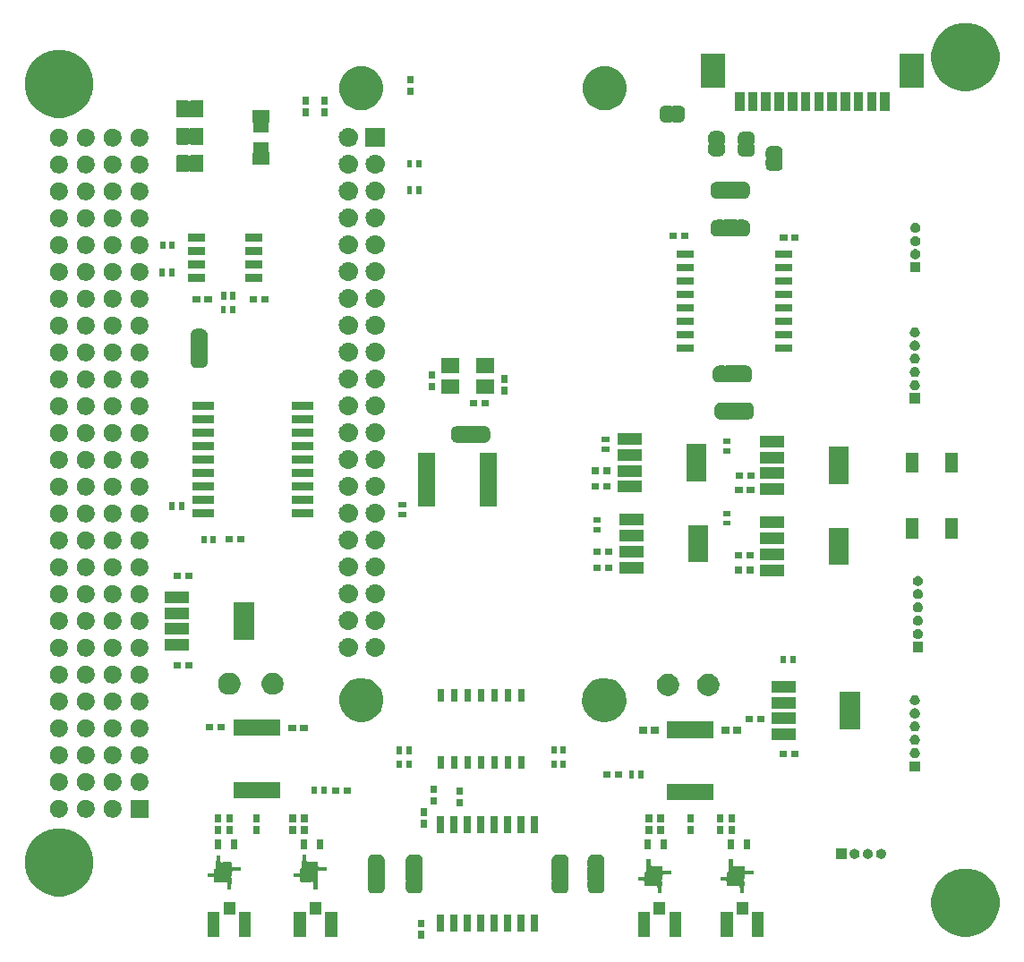
<source format=gbr>
G04 #@! TF.GenerationSoftware,KiCad,Pcbnew,(5.1.2)-2*
G04 #@! TF.CreationDate,2022-05-20T11:19:58-04:00*
G04 #@! TF.ProjectId,MAG_Plus,4d41475f-506c-4757-932e-6b696361645f,rev?*
G04 #@! TF.SameCoordinates,Original*
G04 #@! TF.FileFunction,Soldermask,Top*
G04 #@! TF.FilePolarity,Negative*
%FSLAX46Y46*%
G04 Gerber Fmt 4.6, Leading zero omitted, Abs format (unit mm)*
G04 Created by KiCad (PCBNEW (5.1.2)-2) date 2022-05-20 11:19:58*
%MOMM*%
%LPD*%
G04 APERTURE LIST*
%ADD10C,0.100000*%
G04 APERTURE END LIST*
D10*
G36*
X71581000Y-129511000D02*
G01*
X70979000Y-129511000D01*
X70979000Y-128809000D01*
X71581000Y-128809000D01*
X71581000Y-129511000D01*
X71581000Y-129511000D01*
G37*
G36*
X123720988Y-123007973D02*
G01*
X124304661Y-123249738D01*
X124308084Y-123251156D01*
X124836455Y-123604202D01*
X125285798Y-124053545D01*
X125627912Y-124565555D01*
X125638845Y-124581918D01*
X125882027Y-125169012D01*
X126006000Y-125792265D01*
X126006000Y-126427735D01*
X125882027Y-127050988D01*
X125638845Y-127638082D01*
X125638844Y-127638084D01*
X125285798Y-128166455D01*
X124836455Y-128615798D01*
X124308084Y-128968844D01*
X124308083Y-128968845D01*
X124308082Y-128968845D01*
X123720988Y-129212027D01*
X123097735Y-129336000D01*
X122462265Y-129336000D01*
X121839012Y-129212027D01*
X121251918Y-128968845D01*
X121251917Y-128968845D01*
X121251916Y-128968844D01*
X120723545Y-128615798D01*
X120274202Y-128166455D01*
X119921156Y-127638084D01*
X119921155Y-127638082D01*
X119677973Y-127050988D01*
X119554000Y-126427735D01*
X119554000Y-125792265D01*
X119677973Y-125169012D01*
X119921155Y-124581918D01*
X119932088Y-124565555D01*
X120274202Y-124053545D01*
X120723545Y-123604202D01*
X121251916Y-123251156D01*
X121255339Y-123249738D01*
X121839012Y-123007973D01*
X122462265Y-122884000D01*
X123097735Y-122884000D01*
X123720988Y-123007973D01*
X123720988Y-123007973D01*
G37*
G36*
X103721000Y-129326000D02*
G01*
X102569000Y-129326000D01*
X102569000Y-127024000D01*
X103721000Y-127024000D01*
X103721000Y-129326000D01*
X103721000Y-129326000D01*
G37*
G36*
X92961000Y-129326000D02*
G01*
X91809000Y-129326000D01*
X91809000Y-127024000D01*
X92961000Y-127024000D01*
X92961000Y-129326000D01*
X92961000Y-129326000D01*
G37*
G36*
X60431000Y-129326000D02*
G01*
X59279000Y-129326000D01*
X59279000Y-127024000D01*
X60431000Y-127024000D01*
X60431000Y-129326000D01*
X60431000Y-129326000D01*
G37*
G36*
X63381000Y-129326000D02*
G01*
X62229000Y-129326000D01*
X62229000Y-127024000D01*
X63381000Y-127024000D01*
X63381000Y-129326000D01*
X63381000Y-129326000D01*
G37*
G36*
X55201000Y-129326000D02*
G01*
X54049000Y-129326000D01*
X54049000Y-127024000D01*
X55201000Y-127024000D01*
X55201000Y-129326000D01*
X55201000Y-129326000D01*
G37*
G36*
X100771000Y-129326000D02*
G01*
X99619000Y-129326000D01*
X99619000Y-127024000D01*
X100771000Y-127024000D01*
X100771000Y-129326000D01*
X100771000Y-129326000D01*
G37*
G36*
X95911000Y-129326000D02*
G01*
X94759000Y-129326000D01*
X94759000Y-127024000D01*
X95911000Y-127024000D01*
X95911000Y-129326000D01*
X95911000Y-129326000D01*
G37*
G36*
X52251000Y-129326000D02*
G01*
X51099000Y-129326000D01*
X51099000Y-127024000D01*
X52251000Y-127024000D01*
X52251000Y-129326000D01*
X52251000Y-129326000D01*
G37*
G36*
X74726000Y-128851000D02*
G01*
X74024000Y-128851000D01*
X74024000Y-127249000D01*
X74726000Y-127249000D01*
X74726000Y-128851000D01*
X74726000Y-128851000D01*
G37*
G36*
X73456000Y-128851000D02*
G01*
X72754000Y-128851000D01*
X72754000Y-127249000D01*
X73456000Y-127249000D01*
X73456000Y-128851000D01*
X73456000Y-128851000D01*
G37*
G36*
X82346000Y-128851000D02*
G01*
X81644000Y-128851000D01*
X81644000Y-127249000D01*
X82346000Y-127249000D01*
X82346000Y-128851000D01*
X82346000Y-128851000D01*
G37*
G36*
X75996000Y-128851000D02*
G01*
X75294000Y-128851000D01*
X75294000Y-127249000D01*
X75996000Y-127249000D01*
X75996000Y-128851000D01*
X75996000Y-128851000D01*
G37*
G36*
X77266000Y-128851000D02*
G01*
X76564000Y-128851000D01*
X76564000Y-127249000D01*
X77266000Y-127249000D01*
X77266000Y-128851000D01*
X77266000Y-128851000D01*
G37*
G36*
X78536000Y-128851000D02*
G01*
X77834000Y-128851000D01*
X77834000Y-127249000D01*
X78536000Y-127249000D01*
X78536000Y-128851000D01*
X78536000Y-128851000D01*
G37*
G36*
X79806000Y-128851000D02*
G01*
X79104000Y-128851000D01*
X79104000Y-127249000D01*
X79806000Y-127249000D01*
X79806000Y-128851000D01*
X79806000Y-128851000D01*
G37*
G36*
X81076000Y-128851000D02*
G01*
X80374000Y-128851000D01*
X80374000Y-127249000D01*
X81076000Y-127249000D01*
X81076000Y-128851000D01*
X81076000Y-128851000D01*
G37*
G36*
X71581000Y-128411000D02*
G01*
X70979000Y-128411000D01*
X70979000Y-127709000D01*
X71581000Y-127709000D01*
X71581000Y-128411000D01*
X71581000Y-128411000D01*
G37*
G36*
X102221000Y-127226000D02*
G01*
X101119000Y-127226000D01*
X101119000Y-126074000D01*
X102221000Y-126074000D01*
X102221000Y-127226000D01*
X102221000Y-127226000D01*
G37*
G36*
X53701000Y-127226000D02*
G01*
X52599000Y-127226000D01*
X52599000Y-126074000D01*
X53701000Y-126074000D01*
X53701000Y-127226000D01*
X53701000Y-127226000D01*
G37*
G36*
X61881000Y-127226000D02*
G01*
X60779000Y-127226000D01*
X60779000Y-126074000D01*
X61881000Y-126074000D01*
X61881000Y-127226000D01*
X61881000Y-127226000D01*
G37*
G36*
X94411000Y-127226000D02*
G01*
X93309000Y-127226000D01*
X93309000Y-126074000D01*
X94411000Y-126074000D01*
X94411000Y-127226000D01*
X94411000Y-127226000D01*
G37*
G36*
X37990988Y-119197973D02*
G01*
X38578082Y-119441155D01*
X38578084Y-119441156D01*
X39106455Y-119794202D01*
X39555798Y-120243545D01*
X39908844Y-120771916D01*
X39908845Y-120771918D01*
X40152027Y-121359012D01*
X40276000Y-121982265D01*
X40276000Y-122617735D01*
X40152027Y-123240988D01*
X39926690Y-123785001D01*
X39908844Y-123828084D01*
X39555798Y-124356455D01*
X39106455Y-124805798D01*
X38578084Y-125158844D01*
X38578083Y-125158845D01*
X38578082Y-125158845D01*
X37990988Y-125402027D01*
X37367735Y-125526000D01*
X36732265Y-125526000D01*
X36109012Y-125402027D01*
X35521918Y-125158845D01*
X35521917Y-125158845D01*
X35521916Y-125158844D01*
X34993545Y-124805798D01*
X34544202Y-124356455D01*
X34191156Y-123828084D01*
X34173310Y-123785001D01*
X33947973Y-123240988D01*
X33824000Y-122617735D01*
X33824000Y-121982265D01*
X33947973Y-121359012D01*
X34191155Y-120771918D01*
X34191156Y-120771916D01*
X34544202Y-120243545D01*
X34993545Y-119794202D01*
X35521916Y-119441156D01*
X35521918Y-119441155D01*
X36109012Y-119197973D01*
X36732265Y-119074000D01*
X37367735Y-119074000D01*
X37990988Y-119197973D01*
X37990988Y-119197973D01*
G37*
G36*
X88112199Y-121549954D02*
G01*
X88124450Y-121550556D01*
X88142869Y-121550556D01*
X88165149Y-121552750D01*
X88249233Y-121569476D01*
X88270660Y-121575976D01*
X88349858Y-121608780D01*
X88355303Y-121611691D01*
X88355309Y-121611693D01*
X88364169Y-121616429D01*
X88364173Y-121616432D01*
X88369614Y-121619340D01*
X88440899Y-121666971D01*
X88458204Y-121681172D01*
X88518828Y-121741796D01*
X88533029Y-121759101D01*
X88580660Y-121830386D01*
X88583568Y-121835827D01*
X88583571Y-121835831D01*
X88588307Y-121844691D01*
X88588309Y-121844697D01*
X88591220Y-121850142D01*
X88624024Y-121929340D01*
X88625816Y-121935246D01*
X88625816Y-121935247D01*
X88627274Y-121940054D01*
X88630524Y-121950767D01*
X88647250Y-122034851D01*
X88649444Y-122057131D01*
X88649444Y-122075550D01*
X88650046Y-122087801D01*
X88651852Y-122106139D01*
X88651852Y-122643860D01*
X88650263Y-122659999D01*
X88645855Y-122674528D01*
X88640394Y-122687711D01*
X88635612Y-122711745D01*
X88635611Y-122736249D01*
X88640391Y-122760282D01*
X88649768Y-122782921D01*
X88651000Y-122784765D01*
X88651000Y-124016050D01*
X88644525Y-124028164D01*
X88637412Y-124051613D01*
X88635010Y-124075999D01*
X88637412Y-124100385D01*
X88644525Y-124123834D01*
X88646848Y-124128746D01*
X88650262Y-124140000D01*
X88651852Y-124156140D01*
X88651852Y-124693862D01*
X88650046Y-124712199D01*
X88649444Y-124724450D01*
X88649444Y-124742869D01*
X88647250Y-124765149D01*
X88630524Y-124849233D01*
X88624024Y-124870660D01*
X88591220Y-124949858D01*
X88588309Y-124955303D01*
X88588307Y-124955309D01*
X88583571Y-124964169D01*
X88583568Y-124964173D01*
X88580660Y-124969614D01*
X88533029Y-125040899D01*
X88518828Y-125058204D01*
X88458204Y-125118828D01*
X88440899Y-125133029D01*
X88369614Y-125180660D01*
X88364173Y-125183568D01*
X88364169Y-125183571D01*
X88355309Y-125188307D01*
X88355303Y-125188309D01*
X88349858Y-125191220D01*
X88270660Y-125224024D01*
X88249233Y-125230524D01*
X88165149Y-125247250D01*
X88142869Y-125249444D01*
X88124450Y-125249444D01*
X88112199Y-125250046D01*
X88093862Y-125251852D01*
X87606138Y-125251852D01*
X87587801Y-125250046D01*
X87575550Y-125249444D01*
X87557131Y-125249444D01*
X87534851Y-125247250D01*
X87450767Y-125230524D01*
X87429340Y-125224024D01*
X87350142Y-125191220D01*
X87344697Y-125188309D01*
X87344691Y-125188307D01*
X87335831Y-125183571D01*
X87335827Y-125183568D01*
X87330386Y-125180660D01*
X87259101Y-125133029D01*
X87241796Y-125118828D01*
X87181172Y-125058204D01*
X87166971Y-125040899D01*
X87119340Y-124969614D01*
X87116432Y-124964173D01*
X87116429Y-124964169D01*
X87111693Y-124955309D01*
X87111691Y-124955303D01*
X87108780Y-124949858D01*
X87075976Y-124870660D01*
X87069476Y-124849233D01*
X87052750Y-124765149D01*
X87050556Y-124742869D01*
X87050556Y-124724450D01*
X87049954Y-124712199D01*
X87048148Y-124693862D01*
X87048148Y-124156140D01*
X87049738Y-124140000D01*
X87054145Y-124125472D01*
X87059606Y-124112289D01*
X87064388Y-124088255D01*
X87064389Y-124063751D01*
X87059609Y-124039718D01*
X87050232Y-124017079D01*
X87049000Y-124015235D01*
X87049000Y-122783950D01*
X87055475Y-122771836D01*
X87062588Y-122748387D01*
X87064990Y-122724001D01*
X87062588Y-122699615D01*
X87055475Y-122676166D01*
X87053152Y-122671254D01*
X87049737Y-122659999D01*
X87048148Y-122643860D01*
X87048148Y-122106139D01*
X87049954Y-122087801D01*
X87050556Y-122075550D01*
X87050556Y-122057131D01*
X87052750Y-122034851D01*
X87069476Y-121950767D01*
X87072726Y-121940054D01*
X87074184Y-121935247D01*
X87074184Y-121935246D01*
X87075976Y-121929340D01*
X87108780Y-121850142D01*
X87111691Y-121844697D01*
X87111693Y-121844691D01*
X87116429Y-121835831D01*
X87116432Y-121835827D01*
X87119340Y-121830386D01*
X87166971Y-121759101D01*
X87181172Y-121741796D01*
X87241796Y-121681172D01*
X87259101Y-121666971D01*
X87330386Y-121619340D01*
X87335827Y-121616432D01*
X87335831Y-121616429D01*
X87344691Y-121611693D01*
X87344697Y-121611691D01*
X87350142Y-121608780D01*
X87429340Y-121575976D01*
X87450767Y-121569476D01*
X87534851Y-121552750D01*
X87557131Y-121550556D01*
X87575550Y-121550556D01*
X87587801Y-121549954D01*
X87606139Y-121548148D01*
X88093861Y-121548148D01*
X88112199Y-121549954D01*
X88112199Y-121549954D01*
G37*
G36*
X84712199Y-121549954D02*
G01*
X84724450Y-121550556D01*
X84742869Y-121550556D01*
X84765149Y-121552750D01*
X84849233Y-121569476D01*
X84870660Y-121575976D01*
X84949858Y-121608780D01*
X84955303Y-121611691D01*
X84955309Y-121611693D01*
X84964169Y-121616429D01*
X84964173Y-121616432D01*
X84969614Y-121619340D01*
X85040899Y-121666971D01*
X85058204Y-121681172D01*
X85118828Y-121741796D01*
X85133029Y-121759101D01*
X85180660Y-121830386D01*
X85183568Y-121835827D01*
X85183571Y-121835831D01*
X85188307Y-121844691D01*
X85188309Y-121844697D01*
X85191220Y-121850142D01*
X85224024Y-121929340D01*
X85225816Y-121935246D01*
X85225816Y-121935247D01*
X85227274Y-121940054D01*
X85230524Y-121950767D01*
X85247250Y-122034851D01*
X85249444Y-122057131D01*
X85249444Y-122075550D01*
X85250046Y-122087801D01*
X85251852Y-122106139D01*
X85251852Y-122643860D01*
X85250263Y-122659999D01*
X85245855Y-122674528D01*
X85240394Y-122687711D01*
X85235612Y-122711745D01*
X85235611Y-122736249D01*
X85240391Y-122760282D01*
X85249768Y-122782921D01*
X85251000Y-122784765D01*
X85251000Y-124016050D01*
X85244525Y-124028164D01*
X85237412Y-124051613D01*
X85235010Y-124075999D01*
X85237412Y-124100385D01*
X85244525Y-124123834D01*
X85246848Y-124128746D01*
X85250262Y-124140000D01*
X85251852Y-124156140D01*
X85251852Y-124693862D01*
X85250046Y-124712199D01*
X85249444Y-124724450D01*
X85249444Y-124742869D01*
X85247250Y-124765149D01*
X85230524Y-124849233D01*
X85224024Y-124870660D01*
X85191220Y-124949858D01*
X85188309Y-124955303D01*
X85188307Y-124955309D01*
X85183571Y-124964169D01*
X85183568Y-124964173D01*
X85180660Y-124969614D01*
X85133029Y-125040899D01*
X85118828Y-125058204D01*
X85058204Y-125118828D01*
X85040899Y-125133029D01*
X84969614Y-125180660D01*
X84964173Y-125183568D01*
X84964169Y-125183571D01*
X84955309Y-125188307D01*
X84955303Y-125188309D01*
X84949858Y-125191220D01*
X84870660Y-125224024D01*
X84849233Y-125230524D01*
X84765149Y-125247250D01*
X84742869Y-125249444D01*
X84724450Y-125249444D01*
X84712199Y-125250046D01*
X84693862Y-125251852D01*
X84206138Y-125251852D01*
X84187801Y-125250046D01*
X84175550Y-125249444D01*
X84157131Y-125249444D01*
X84134851Y-125247250D01*
X84050767Y-125230524D01*
X84029340Y-125224024D01*
X83950142Y-125191220D01*
X83944697Y-125188309D01*
X83944691Y-125188307D01*
X83935831Y-125183571D01*
X83935827Y-125183568D01*
X83930386Y-125180660D01*
X83859101Y-125133029D01*
X83841796Y-125118828D01*
X83781172Y-125058204D01*
X83766971Y-125040899D01*
X83719340Y-124969614D01*
X83716432Y-124964173D01*
X83716429Y-124964169D01*
X83711693Y-124955309D01*
X83711691Y-124955303D01*
X83708780Y-124949858D01*
X83675976Y-124870660D01*
X83669476Y-124849233D01*
X83652750Y-124765149D01*
X83650556Y-124742869D01*
X83650556Y-124724450D01*
X83649954Y-124712199D01*
X83648148Y-124693862D01*
X83648148Y-124156140D01*
X83649738Y-124140000D01*
X83654145Y-124125472D01*
X83659606Y-124112289D01*
X83664388Y-124088255D01*
X83664389Y-124063751D01*
X83659609Y-124039718D01*
X83650232Y-124017079D01*
X83649000Y-124015235D01*
X83649000Y-122783950D01*
X83655475Y-122771836D01*
X83662588Y-122748387D01*
X83664990Y-122724001D01*
X83662588Y-122699615D01*
X83655475Y-122676166D01*
X83653152Y-122671254D01*
X83649737Y-122659999D01*
X83648148Y-122643860D01*
X83648148Y-122106139D01*
X83649954Y-122087801D01*
X83650556Y-122075550D01*
X83650556Y-122057131D01*
X83652750Y-122034851D01*
X83669476Y-121950767D01*
X83672726Y-121940054D01*
X83674184Y-121935247D01*
X83674184Y-121935246D01*
X83675976Y-121929340D01*
X83708780Y-121850142D01*
X83711691Y-121844697D01*
X83711693Y-121844691D01*
X83716429Y-121835831D01*
X83716432Y-121835827D01*
X83719340Y-121830386D01*
X83766971Y-121759101D01*
X83781172Y-121741796D01*
X83841796Y-121681172D01*
X83859101Y-121666971D01*
X83930386Y-121619340D01*
X83935827Y-121616432D01*
X83935831Y-121616429D01*
X83944691Y-121611693D01*
X83944697Y-121611691D01*
X83950142Y-121608780D01*
X84029340Y-121575976D01*
X84050767Y-121569476D01*
X84134851Y-121552750D01*
X84157131Y-121550556D01*
X84175550Y-121550556D01*
X84187801Y-121549954D01*
X84206139Y-121548148D01*
X84693861Y-121548148D01*
X84712199Y-121549954D01*
X84712199Y-121549954D01*
G37*
G36*
X70912199Y-121549954D02*
G01*
X70924450Y-121550556D01*
X70942869Y-121550556D01*
X70965149Y-121552750D01*
X71049233Y-121569476D01*
X71070660Y-121575976D01*
X71149858Y-121608780D01*
X71155303Y-121611691D01*
X71155309Y-121611693D01*
X71164169Y-121616429D01*
X71164173Y-121616432D01*
X71169614Y-121619340D01*
X71240899Y-121666971D01*
X71258204Y-121681172D01*
X71318828Y-121741796D01*
X71333029Y-121759101D01*
X71380660Y-121830386D01*
X71383568Y-121835827D01*
X71383571Y-121835831D01*
X71388307Y-121844691D01*
X71388309Y-121844697D01*
X71391220Y-121850142D01*
X71424024Y-121929340D01*
X71425816Y-121935246D01*
X71425816Y-121935247D01*
X71427274Y-121940054D01*
X71430524Y-121950767D01*
X71447250Y-122034851D01*
X71449444Y-122057131D01*
X71449444Y-122075550D01*
X71450046Y-122087801D01*
X71451852Y-122106139D01*
X71451852Y-122643860D01*
X71450263Y-122659999D01*
X71445855Y-122674528D01*
X71440394Y-122687711D01*
X71435612Y-122711745D01*
X71435611Y-122736249D01*
X71440391Y-122760282D01*
X71449768Y-122782921D01*
X71451000Y-122784765D01*
X71451000Y-124016050D01*
X71444525Y-124028164D01*
X71437412Y-124051613D01*
X71435010Y-124075999D01*
X71437412Y-124100385D01*
X71444525Y-124123834D01*
X71446848Y-124128746D01*
X71450262Y-124140000D01*
X71451852Y-124156140D01*
X71451852Y-124693862D01*
X71450046Y-124712199D01*
X71449444Y-124724450D01*
X71449444Y-124742869D01*
X71447250Y-124765149D01*
X71430524Y-124849233D01*
X71424024Y-124870660D01*
X71391220Y-124949858D01*
X71388309Y-124955303D01*
X71388307Y-124955309D01*
X71383571Y-124964169D01*
X71383568Y-124964173D01*
X71380660Y-124969614D01*
X71333029Y-125040899D01*
X71318828Y-125058204D01*
X71258204Y-125118828D01*
X71240899Y-125133029D01*
X71169614Y-125180660D01*
X71164173Y-125183568D01*
X71164169Y-125183571D01*
X71155309Y-125188307D01*
X71155303Y-125188309D01*
X71149858Y-125191220D01*
X71070660Y-125224024D01*
X71049233Y-125230524D01*
X70965149Y-125247250D01*
X70942869Y-125249444D01*
X70924450Y-125249444D01*
X70912199Y-125250046D01*
X70893862Y-125251852D01*
X70406138Y-125251852D01*
X70387801Y-125250046D01*
X70375550Y-125249444D01*
X70357131Y-125249444D01*
X70334851Y-125247250D01*
X70250767Y-125230524D01*
X70229340Y-125224024D01*
X70150142Y-125191220D01*
X70144697Y-125188309D01*
X70144691Y-125188307D01*
X70135831Y-125183571D01*
X70135827Y-125183568D01*
X70130386Y-125180660D01*
X70059101Y-125133029D01*
X70041796Y-125118828D01*
X69981172Y-125058204D01*
X69966971Y-125040899D01*
X69919340Y-124969614D01*
X69916432Y-124964173D01*
X69916429Y-124964169D01*
X69911693Y-124955309D01*
X69911691Y-124955303D01*
X69908780Y-124949858D01*
X69875976Y-124870660D01*
X69869476Y-124849233D01*
X69852750Y-124765149D01*
X69850556Y-124742869D01*
X69850556Y-124724450D01*
X69849954Y-124712199D01*
X69848148Y-124693862D01*
X69848148Y-124156140D01*
X69849738Y-124140000D01*
X69854145Y-124125472D01*
X69859606Y-124112289D01*
X69864388Y-124088255D01*
X69864389Y-124063751D01*
X69859609Y-124039718D01*
X69850232Y-124017079D01*
X69849000Y-124015235D01*
X69849000Y-122783950D01*
X69855475Y-122771836D01*
X69862588Y-122748387D01*
X69864990Y-122724001D01*
X69862588Y-122699615D01*
X69855475Y-122676166D01*
X69853152Y-122671254D01*
X69849737Y-122659999D01*
X69848148Y-122643860D01*
X69848148Y-122106139D01*
X69849954Y-122087801D01*
X69850556Y-122075550D01*
X69850556Y-122057131D01*
X69852750Y-122034851D01*
X69869476Y-121950767D01*
X69872726Y-121940054D01*
X69874184Y-121935247D01*
X69874184Y-121935246D01*
X69875976Y-121929340D01*
X69908780Y-121850142D01*
X69911691Y-121844697D01*
X69911693Y-121844691D01*
X69916429Y-121835831D01*
X69916432Y-121835827D01*
X69919340Y-121830386D01*
X69966971Y-121759101D01*
X69981172Y-121741796D01*
X70041796Y-121681172D01*
X70059101Y-121666971D01*
X70130386Y-121619340D01*
X70135827Y-121616432D01*
X70135831Y-121616429D01*
X70144691Y-121611693D01*
X70144697Y-121611691D01*
X70150142Y-121608780D01*
X70229340Y-121575976D01*
X70250767Y-121569476D01*
X70334851Y-121552750D01*
X70357131Y-121550556D01*
X70375550Y-121550556D01*
X70387801Y-121549954D01*
X70406139Y-121548148D01*
X70893861Y-121548148D01*
X70912199Y-121549954D01*
X70912199Y-121549954D01*
G37*
G36*
X67312199Y-121549954D02*
G01*
X67324450Y-121550556D01*
X67342869Y-121550556D01*
X67365149Y-121552750D01*
X67449233Y-121569476D01*
X67470660Y-121575976D01*
X67549858Y-121608780D01*
X67555303Y-121611691D01*
X67555309Y-121611693D01*
X67564169Y-121616429D01*
X67564173Y-121616432D01*
X67569614Y-121619340D01*
X67640899Y-121666971D01*
X67658204Y-121681172D01*
X67718828Y-121741796D01*
X67733029Y-121759101D01*
X67780660Y-121830386D01*
X67783568Y-121835827D01*
X67783571Y-121835831D01*
X67788307Y-121844691D01*
X67788309Y-121844697D01*
X67791220Y-121850142D01*
X67824024Y-121929340D01*
X67825816Y-121935246D01*
X67825816Y-121935247D01*
X67827274Y-121940054D01*
X67830524Y-121950767D01*
X67847250Y-122034851D01*
X67849444Y-122057131D01*
X67849444Y-122075550D01*
X67850046Y-122087801D01*
X67851852Y-122106139D01*
X67851852Y-122643860D01*
X67850263Y-122659999D01*
X67845855Y-122674528D01*
X67840394Y-122687711D01*
X67835612Y-122711745D01*
X67835611Y-122736249D01*
X67840391Y-122760282D01*
X67849768Y-122782921D01*
X67851000Y-122784765D01*
X67851000Y-124016050D01*
X67844525Y-124028164D01*
X67837412Y-124051613D01*
X67835010Y-124075999D01*
X67837412Y-124100385D01*
X67844525Y-124123834D01*
X67846848Y-124128746D01*
X67850262Y-124140000D01*
X67851852Y-124156140D01*
X67851852Y-124693862D01*
X67850046Y-124712199D01*
X67849444Y-124724450D01*
X67849444Y-124742869D01*
X67847250Y-124765149D01*
X67830524Y-124849233D01*
X67824024Y-124870660D01*
X67791220Y-124949858D01*
X67788309Y-124955303D01*
X67788307Y-124955309D01*
X67783571Y-124964169D01*
X67783568Y-124964173D01*
X67780660Y-124969614D01*
X67733029Y-125040899D01*
X67718828Y-125058204D01*
X67658204Y-125118828D01*
X67640899Y-125133029D01*
X67569614Y-125180660D01*
X67564173Y-125183568D01*
X67564169Y-125183571D01*
X67555309Y-125188307D01*
X67555303Y-125188309D01*
X67549858Y-125191220D01*
X67470660Y-125224024D01*
X67449233Y-125230524D01*
X67365149Y-125247250D01*
X67342869Y-125249444D01*
X67324450Y-125249444D01*
X67312199Y-125250046D01*
X67293862Y-125251852D01*
X66806138Y-125251852D01*
X66787801Y-125250046D01*
X66775550Y-125249444D01*
X66757131Y-125249444D01*
X66734851Y-125247250D01*
X66650767Y-125230524D01*
X66629340Y-125224024D01*
X66550142Y-125191220D01*
X66544697Y-125188309D01*
X66544691Y-125188307D01*
X66535831Y-125183571D01*
X66535827Y-125183568D01*
X66530386Y-125180660D01*
X66459101Y-125133029D01*
X66441796Y-125118828D01*
X66381172Y-125058204D01*
X66366971Y-125040899D01*
X66319340Y-124969614D01*
X66316432Y-124964173D01*
X66316429Y-124964169D01*
X66311693Y-124955309D01*
X66311691Y-124955303D01*
X66308780Y-124949858D01*
X66275976Y-124870660D01*
X66269476Y-124849233D01*
X66252750Y-124765149D01*
X66250556Y-124742869D01*
X66250556Y-124724450D01*
X66249954Y-124712199D01*
X66248148Y-124693862D01*
X66248148Y-124156140D01*
X66249738Y-124140000D01*
X66254145Y-124125472D01*
X66259606Y-124112289D01*
X66264388Y-124088255D01*
X66264389Y-124063751D01*
X66259609Y-124039718D01*
X66250232Y-124017079D01*
X66249000Y-124015235D01*
X66249000Y-122783950D01*
X66255475Y-122771836D01*
X66262588Y-122748387D01*
X66264990Y-122724001D01*
X66262588Y-122699615D01*
X66255475Y-122676166D01*
X66253152Y-122671254D01*
X66249737Y-122659999D01*
X66248148Y-122643860D01*
X66248148Y-122106139D01*
X66249954Y-122087801D01*
X66250556Y-122075550D01*
X66250556Y-122057131D01*
X66252750Y-122034851D01*
X66269476Y-121950767D01*
X66272726Y-121940054D01*
X66274184Y-121935247D01*
X66274184Y-121935246D01*
X66275976Y-121929340D01*
X66308780Y-121850142D01*
X66311691Y-121844697D01*
X66311693Y-121844691D01*
X66316429Y-121835831D01*
X66316432Y-121835827D01*
X66319340Y-121830386D01*
X66366971Y-121759101D01*
X66381172Y-121741796D01*
X66441796Y-121681172D01*
X66459101Y-121666971D01*
X66530386Y-121619340D01*
X66535827Y-121616432D01*
X66535831Y-121616429D01*
X66544691Y-121611693D01*
X66544697Y-121611691D01*
X66550142Y-121608780D01*
X66629340Y-121575976D01*
X66650767Y-121569476D01*
X66734851Y-121552750D01*
X66757131Y-121550556D01*
X66775550Y-121550556D01*
X66787801Y-121549954D01*
X66806139Y-121548148D01*
X67293861Y-121548148D01*
X67312199Y-121549954D01*
X67312199Y-121549954D01*
G37*
G36*
X92986000Y-122434378D02*
G01*
X92988402Y-122458764D01*
X92995515Y-122482213D01*
X93008692Y-122504198D01*
X93017348Y-122520392D01*
X93020263Y-122530001D01*
X93021368Y-122541225D01*
X93026148Y-122565258D01*
X93035526Y-122587897D01*
X93049139Y-122608271D01*
X93066466Y-122625598D01*
X93086840Y-122639212D01*
X93109479Y-122648589D01*
X93133513Y-122653370D01*
X93158017Y-122653370D01*
X93182050Y-122648590D01*
X93193607Y-122644454D01*
X93213607Y-122636168D01*
X93214104Y-122636069D01*
X93214127Y-122636062D01*
X93224003Y-122634096D01*
X93224022Y-122634094D01*
X93227367Y-122633428D01*
X93233077Y-122633148D01*
X94026923Y-122633148D01*
X94032633Y-122633428D01*
X94035977Y-122634094D01*
X94035997Y-122634096D01*
X94045873Y-122636062D01*
X94045902Y-122636071D01*
X94046390Y-122636168D01*
X94056510Y-122640360D01*
X94065607Y-122646431D01*
X94065930Y-122646754D01*
X94066013Y-122646822D01*
X94073178Y-122653987D01*
X94073246Y-122654070D01*
X94073569Y-122654393D01*
X94079640Y-122663490D01*
X94083832Y-122673610D01*
X94083929Y-122674098D01*
X94083938Y-122674127D01*
X94085904Y-122684003D01*
X94085906Y-122684023D01*
X94086572Y-122687367D01*
X94086852Y-122693077D01*
X94086852Y-122979001D01*
X94089254Y-123003387D01*
X94096367Y-123026836D01*
X94107918Y-123048447D01*
X94123463Y-123067389D01*
X94142405Y-123082934D01*
X94164016Y-123094485D01*
X94187465Y-123101598D01*
X94211851Y-123104000D01*
X94951000Y-123104000D01*
X94951000Y-123456000D01*
X94211851Y-123456000D01*
X94187465Y-123458402D01*
X94164016Y-123465515D01*
X94142405Y-123477066D01*
X94123463Y-123492611D01*
X94107918Y-123511553D01*
X94096367Y-123533164D01*
X94089254Y-123556613D01*
X94086852Y-123580999D01*
X94086852Y-123886923D01*
X94086572Y-123892633D01*
X94085906Y-123895977D01*
X94085904Y-123895997D01*
X94083938Y-123905873D01*
X94083929Y-123905902D01*
X94083832Y-123906390D01*
X94079641Y-123916507D01*
X94067025Y-123935412D01*
X94055487Y-123957030D01*
X94048388Y-123980483D01*
X94046000Y-124004797D01*
X94046000Y-124033285D01*
X94048402Y-124057671D01*
X94055515Y-124081120D01*
X94074370Y-124112579D01*
X94077608Y-124116525D01*
X94082348Y-124125392D01*
X94085263Y-124135001D01*
X94086852Y-124151140D01*
X94086852Y-124488860D01*
X94085263Y-124504999D01*
X94079723Y-124523260D01*
X94077236Y-124529263D01*
X94072455Y-124553296D01*
X94071852Y-124565555D01*
X94071852Y-124633860D01*
X94070263Y-124649999D01*
X94067347Y-124659611D01*
X94060760Y-124671934D01*
X94051382Y-124694573D01*
X94046602Y-124718606D01*
X94046000Y-124730858D01*
X94046000Y-125201000D01*
X93694000Y-125201000D01*
X93694000Y-124757807D01*
X93691598Y-124733421D01*
X93684485Y-124709972D01*
X93665628Y-124678510D01*
X93657390Y-124668472D01*
X93652652Y-124659608D01*
X93649737Y-124649999D01*
X93648049Y-124632857D01*
X93643269Y-124608824D01*
X93633891Y-124586185D01*
X93620277Y-124565810D01*
X93602950Y-124548483D01*
X93582576Y-124534870D01*
X93559937Y-124525492D01*
X93535904Y-124520712D01*
X93511400Y-124520712D01*
X93487367Y-124525492D01*
X93464002Y-124536536D01*
X93446390Y-124543832D01*
X93445902Y-124543929D01*
X93445873Y-124543938D01*
X93435997Y-124545904D01*
X93435977Y-124545906D01*
X93432633Y-124546572D01*
X93426923Y-124546852D01*
X92633077Y-124546852D01*
X92627367Y-124546572D01*
X92624022Y-124545906D01*
X92624003Y-124545904D01*
X92615726Y-124544256D01*
X92591342Y-124541852D01*
X92486140Y-124541852D01*
X92470001Y-124540263D01*
X92460392Y-124537348D01*
X92451528Y-124532610D01*
X92443763Y-124526237D01*
X92437390Y-124518472D01*
X92432652Y-124509608D01*
X92429737Y-124499999D01*
X92428148Y-124483860D01*
X92428148Y-124180999D01*
X92425746Y-124156613D01*
X92418633Y-124133164D01*
X92407082Y-124111553D01*
X92391537Y-124092611D01*
X92372595Y-124077066D01*
X92350984Y-124065515D01*
X92327535Y-124058402D01*
X92303149Y-124056000D01*
X91829000Y-124056000D01*
X91829000Y-123704000D01*
X92303149Y-123704000D01*
X92327535Y-123701598D01*
X92350984Y-123694485D01*
X92372595Y-123682934D01*
X92391537Y-123667389D01*
X92407082Y-123648447D01*
X92418633Y-123626836D01*
X92425746Y-123603387D01*
X92428148Y-123579001D01*
X92428148Y-123306140D01*
X92429737Y-123290001D01*
X92432652Y-123280392D01*
X92437390Y-123271528D01*
X92443763Y-123263763D01*
X92451528Y-123257390D01*
X92460392Y-123252652D01*
X92470001Y-123249737D01*
X92485176Y-123248243D01*
X92509209Y-123243463D01*
X92531848Y-123234086D01*
X92552223Y-123220473D01*
X92569550Y-123203146D01*
X92583164Y-123182772D01*
X92592542Y-123160133D01*
X92597323Y-123136100D01*
X92597323Y-123111596D01*
X92592543Y-123087563D01*
X92583164Y-123064920D01*
X92577653Y-123054610D01*
X92574737Y-123044999D01*
X92573148Y-123028860D01*
X92573148Y-122691140D01*
X92574737Y-122675001D01*
X92580277Y-122656740D01*
X92582764Y-122650737D01*
X92587545Y-122626704D01*
X92588148Y-122614445D01*
X92588148Y-122546140D01*
X92589737Y-122530001D01*
X92592652Y-122520392D01*
X92597390Y-122511528D01*
X92605628Y-122501490D01*
X92619241Y-122481115D01*
X92628618Y-122458476D01*
X92634000Y-122422193D01*
X92634000Y-121979000D01*
X92986000Y-121979000D01*
X92986000Y-122434378D01*
X92986000Y-122434378D01*
G37*
G36*
X100766000Y-122434378D02*
G01*
X100768402Y-122458764D01*
X100775515Y-122482213D01*
X100788692Y-122504198D01*
X100797348Y-122520392D01*
X100800263Y-122530001D01*
X100801368Y-122541225D01*
X100806148Y-122565258D01*
X100815526Y-122587897D01*
X100829139Y-122608271D01*
X100846466Y-122625598D01*
X100866840Y-122639212D01*
X100889479Y-122648589D01*
X100913513Y-122653370D01*
X100938017Y-122653370D01*
X100962050Y-122648590D01*
X100973607Y-122644454D01*
X100993607Y-122636168D01*
X100994104Y-122636069D01*
X100994127Y-122636062D01*
X101004003Y-122634096D01*
X101004022Y-122634094D01*
X101007367Y-122633428D01*
X101013077Y-122633148D01*
X101806923Y-122633148D01*
X101812633Y-122633428D01*
X101815977Y-122634094D01*
X101815997Y-122634096D01*
X101825873Y-122636062D01*
X101825902Y-122636071D01*
X101826390Y-122636168D01*
X101836510Y-122640360D01*
X101845607Y-122646431D01*
X101845930Y-122646754D01*
X101846013Y-122646822D01*
X101853178Y-122653987D01*
X101853246Y-122654070D01*
X101853569Y-122654393D01*
X101859640Y-122663490D01*
X101863832Y-122673610D01*
X101863929Y-122674098D01*
X101863938Y-122674127D01*
X101865904Y-122684003D01*
X101865906Y-122684023D01*
X101866572Y-122687367D01*
X101866852Y-122693077D01*
X101866852Y-122979001D01*
X101869254Y-123003387D01*
X101876367Y-123026836D01*
X101887918Y-123048447D01*
X101903463Y-123067389D01*
X101922405Y-123082934D01*
X101944016Y-123094485D01*
X101967465Y-123101598D01*
X101991851Y-123104000D01*
X102731000Y-123104000D01*
X102731000Y-123456000D01*
X101991851Y-123456000D01*
X101967465Y-123458402D01*
X101944016Y-123465515D01*
X101922405Y-123477066D01*
X101903463Y-123492611D01*
X101887918Y-123511553D01*
X101876367Y-123533164D01*
X101869254Y-123556613D01*
X101866852Y-123580999D01*
X101866852Y-123886923D01*
X101866572Y-123892633D01*
X101865906Y-123895977D01*
X101865904Y-123895997D01*
X101863938Y-123905873D01*
X101863929Y-123905902D01*
X101863832Y-123906390D01*
X101859641Y-123916507D01*
X101847025Y-123935412D01*
X101835487Y-123957030D01*
X101828388Y-123980483D01*
X101826000Y-124004797D01*
X101826000Y-124033285D01*
X101828402Y-124057671D01*
X101835515Y-124081120D01*
X101854370Y-124112579D01*
X101857608Y-124116525D01*
X101862348Y-124125392D01*
X101865263Y-124135001D01*
X101866852Y-124151140D01*
X101866852Y-124488860D01*
X101865263Y-124504999D01*
X101859723Y-124523260D01*
X101857236Y-124529263D01*
X101852455Y-124553296D01*
X101851852Y-124565555D01*
X101851852Y-124633860D01*
X101850263Y-124649999D01*
X101847347Y-124659611D01*
X101840760Y-124671934D01*
X101831382Y-124694573D01*
X101826602Y-124718606D01*
X101826000Y-124730858D01*
X101826000Y-125201000D01*
X101474000Y-125201000D01*
X101474000Y-124757807D01*
X101471598Y-124733421D01*
X101464485Y-124709972D01*
X101445628Y-124678510D01*
X101437390Y-124668472D01*
X101432652Y-124659608D01*
X101429737Y-124649999D01*
X101428049Y-124632857D01*
X101423269Y-124608824D01*
X101413891Y-124586185D01*
X101400277Y-124565810D01*
X101382950Y-124548483D01*
X101362576Y-124534870D01*
X101339937Y-124525492D01*
X101315904Y-124520712D01*
X101291400Y-124520712D01*
X101267367Y-124525492D01*
X101244002Y-124536536D01*
X101226390Y-124543832D01*
X101225902Y-124543929D01*
X101225873Y-124543938D01*
X101215997Y-124545904D01*
X101215977Y-124545906D01*
X101212633Y-124546572D01*
X101206923Y-124546852D01*
X100413077Y-124546852D01*
X100407367Y-124546572D01*
X100404022Y-124545906D01*
X100404003Y-124545904D01*
X100395726Y-124544256D01*
X100371342Y-124541852D01*
X100266140Y-124541852D01*
X100250001Y-124540263D01*
X100240392Y-124537348D01*
X100231528Y-124532610D01*
X100223763Y-124526237D01*
X100217390Y-124518472D01*
X100212652Y-124509608D01*
X100209737Y-124499999D01*
X100208148Y-124483860D01*
X100208148Y-124180999D01*
X100205746Y-124156613D01*
X100198633Y-124133164D01*
X100187082Y-124111553D01*
X100171537Y-124092611D01*
X100152595Y-124077066D01*
X100130984Y-124065515D01*
X100107535Y-124058402D01*
X100083149Y-124056000D01*
X99609000Y-124056000D01*
X99609000Y-123704000D01*
X100083149Y-123704000D01*
X100107535Y-123701598D01*
X100130984Y-123694485D01*
X100152595Y-123682934D01*
X100171537Y-123667389D01*
X100187082Y-123648447D01*
X100198633Y-123626836D01*
X100205746Y-123603387D01*
X100208148Y-123579001D01*
X100208148Y-123306140D01*
X100209737Y-123290001D01*
X100212652Y-123280392D01*
X100217390Y-123271528D01*
X100223763Y-123263763D01*
X100231528Y-123257390D01*
X100240392Y-123252652D01*
X100250001Y-123249737D01*
X100265176Y-123248243D01*
X100289209Y-123243463D01*
X100311848Y-123234086D01*
X100332223Y-123220473D01*
X100349550Y-123203146D01*
X100363164Y-123182772D01*
X100372542Y-123160133D01*
X100377323Y-123136100D01*
X100377323Y-123111596D01*
X100372543Y-123087563D01*
X100363164Y-123064920D01*
X100357653Y-123054610D01*
X100354737Y-123044999D01*
X100353148Y-123028860D01*
X100353148Y-122691140D01*
X100354737Y-122675001D01*
X100360277Y-122656740D01*
X100362764Y-122650737D01*
X100367545Y-122626704D01*
X100368148Y-122614445D01*
X100368148Y-122546140D01*
X100369737Y-122530001D01*
X100372652Y-122520392D01*
X100377390Y-122511528D01*
X100385628Y-122501490D01*
X100399241Y-122481115D01*
X100408618Y-122458476D01*
X100414000Y-122422193D01*
X100414000Y-121979000D01*
X100766000Y-121979000D01*
X100766000Y-122434378D01*
X100766000Y-122434378D01*
G37*
G36*
X52286000Y-122084378D02*
G01*
X52288402Y-122108764D01*
X52295515Y-122132213D01*
X52308692Y-122154198D01*
X52317348Y-122170392D01*
X52320263Y-122180001D01*
X52321368Y-122191225D01*
X52326148Y-122215258D01*
X52335526Y-122237897D01*
X52349139Y-122258271D01*
X52366466Y-122275598D01*
X52386840Y-122289212D01*
X52409479Y-122298589D01*
X52433513Y-122303370D01*
X52458017Y-122303370D01*
X52482050Y-122298590D01*
X52493607Y-122294454D01*
X52513607Y-122286168D01*
X52514104Y-122286069D01*
X52514127Y-122286062D01*
X52524003Y-122284096D01*
X52524022Y-122284094D01*
X52527367Y-122283428D01*
X52533077Y-122283148D01*
X53326923Y-122283148D01*
X53332633Y-122283428D01*
X53335977Y-122284094D01*
X53335997Y-122284096D01*
X53345873Y-122286062D01*
X53345902Y-122286071D01*
X53346390Y-122286168D01*
X53356510Y-122290360D01*
X53365607Y-122296431D01*
X53365930Y-122296754D01*
X53366013Y-122296822D01*
X53373178Y-122303987D01*
X53373246Y-122304070D01*
X53373569Y-122304393D01*
X53379640Y-122313490D01*
X53383832Y-122323610D01*
X53383929Y-122324098D01*
X53383938Y-122324127D01*
X53385904Y-122334003D01*
X53385906Y-122334023D01*
X53386572Y-122337367D01*
X53386852Y-122343077D01*
X53386852Y-122629001D01*
X53389254Y-122653387D01*
X53396367Y-122676836D01*
X53407918Y-122698447D01*
X53423463Y-122717389D01*
X53442405Y-122732934D01*
X53464016Y-122744485D01*
X53487465Y-122751598D01*
X53511851Y-122754000D01*
X54251000Y-122754000D01*
X54251000Y-123106000D01*
X53511851Y-123106000D01*
X53487465Y-123108402D01*
X53464016Y-123115515D01*
X53442405Y-123127066D01*
X53423463Y-123142611D01*
X53407918Y-123161553D01*
X53396367Y-123183164D01*
X53389254Y-123206613D01*
X53386852Y-123230999D01*
X53386852Y-123536923D01*
X53386572Y-123542633D01*
X53385906Y-123545977D01*
X53385904Y-123545997D01*
X53383938Y-123555873D01*
X53383929Y-123555902D01*
X53383832Y-123556390D01*
X53379641Y-123566507D01*
X53367025Y-123585412D01*
X53355487Y-123607030D01*
X53348388Y-123630483D01*
X53346000Y-123654797D01*
X53346000Y-123683285D01*
X53348402Y-123707671D01*
X53355515Y-123731120D01*
X53374370Y-123762579D01*
X53377608Y-123766525D01*
X53382348Y-123775392D01*
X53385263Y-123785001D01*
X53386852Y-123801140D01*
X53386852Y-124138860D01*
X53385263Y-124154999D01*
X53379723Y-124173260D01*
X53377236Y-124179263D01*
X53372455Y-124203296D01*
X53371852Y-124215555D01*
X53371852Y-124283860D01*
X53370263Y-124299999D01*
X53367347Y-124309611D01*
X53360760Y-124321934D01*
X53351382Y-124344573D01*
X53346602Y-124368606D01*
X53346000Y-124380858D01*
X53346000Y-124851000D01*
X52994000Y-124851000D01*
X52994000Y-124407807D01*
X52991598Y-124383421D01*
X52984485Y-124359972D01*
X52965628Y-124328510D01*
X52957390Y-124318472D01*
X52952652Y-124309608D01*
X52949737Y-124299999D01*
X52948049Y-124282857D01*
X52943269Y-124258824D01*
X52933891Y-124236185D01*
X52920277Y-124215810D01*
X52902950Y-124198483D01*
X52882576Y-124184870D01*
X52859937Y-124175492D01*
X52835904Y-124170712D01*
X52811400Y-124170712D01*
X52787367Y-124175492D01*
X52764002Y-124186536D01*
X52746390Y-124193832D01*
X52745902Y-124193929D01*
X52745873Y-124193938D01*
X52735997Y-124195904D01*
X52735977Y-124195906D01*
X52732633Y-124196572D01*
X52726923Y-124196852D01*
X51933077Y-124196852D01*
X51927367Y-124196572D01*
X51924022Y-124195906D01*
X51924003Y-124195904D01*
X51915726Y-124194256D01*
X51891342Y-124191852D01*
X51786140Y-124191852D01*
X51770001Y-124190263D01*
X51760392Y-124187348D01*
X51751528Y-124182610D01*
X51743763Y-124176237D01*
X51737390Y-124168472D01*
X51732652Y-124159608D01*
X51729737Y-124149999D01*
X51728148Y-124133860D01*
X51728148Y-123830999D01*
X51725746Y-123806613D01*
X51718633Y-123783164D01*
X51707082Y-123761553D01*
X51691537Y-123742611D01*
X51672595Y-123727066D01*
X51650984Y-123715515D01*
X51627535Y-123708402D01*
X51603149Y-123706000D01*
X51129000Y-123706000D01*
X51129000Y-123354000D01*
X51603149Y-123354000D01*
X51627535Y-123351598D01*
X51650984Y-123344485D01*
X51672595Y-123332934D01*
X51691537Y-123317389D01*
X51707082Y-123298447D01*
X51718633Y-123276836D01*
X51725746Y-123253387D01*
X51728148Y-123229001D01*
X51728148Y-122956140D01*
X51729737Y-122940001D01*
X51732652Y-122930392D01*
X51737390Y-122921528D01*
X51743763Y-122913763D01*
X51751528Y-122907390D01*
X51760392Y-122902652D01*
X51770001Y-122899737D01*
X51785176Y-122898243D01*
X51809209Y-122893463D01*
X51831848Y-122884086D01*
X51852223Y-122870473D01*
X51869550Y-122853146D01*
X51883164Y-122832772D01*
X51892542Y-122810133D01*
X51897323Y-122786100D01*
X51897323Y-122761596D01*
X51892543Y-122737563D01*
X51883164Y-122714920D01*
X51877653Y-122704610D01*
X51874737Y-122694999D01*
X51873148Y-122678860D01*
X51873148Y-122341140D01*
X51874737Y-122325001D01*
X51880277Y-122306740D01*
X51882764Y-122300737D01*
X51887545Y-122276704D01*
X51888148Y-122264445D01*
X51888148Y-122196140D01*
X51889737Y-122180001D01*
X51892652Y-122170392D01*
X51897390Y-122161528D01*
X51905628Y-122151490D01*
X51919241Y-122131115D01*
X51928618Y-122108476D01*
X51934000Y-122072193D01*
X51934000Y-121629000D01*
X52286000Y-121629000D01*
X52286000Y-122084378D01*
X52286000Y-122084378D01*
G37*
G36*
X60426000Y-122064378D02*
G01*
X60428402Y-122088764D01*
X60435515Y-122112213D01*
X60448692Y-122134198D01*
X60457348Y-122150392D01*
X60460263Y-122160001D01*
X60461368Y-122171225D01*
X60466148Y-122195258D01*
X60475526Y-122217897D01*
X60489139Y-122238271D01*
X60506466Y-122255598D01*
X60526840Y-122269212D01*
X60549479Y-122278589D01*
X60573513Y-122283370D01*
X60598017Y-122283370D01*
X60622050Y-122278590D01*
X60633607Y-122274454D01*
X60653607Y-122266168D01*
X60654104Y-122266069D01*
X60654127Y-122266062D01*
X60664003Y-122264096D01*
X60664022Y-122264094D01*
X60667367Y-122263428D01*
X60673077Y-122263148D01*
X61466923Y-122263148D01*
X61472633Y-122263428D01*
X61475977Y-122264094D01*
X61475997Y-122264096D01*
X61485873Y-122266062D01*
X61485902Y-122266071D01*
X61486390Y-122266168D01*
X61496510Y-122270360D01*
X61505607Y-122276431D01*
X61505930Y-122276754D01*
X61506013Y-122276822D01*
X61513178Y-122283987D01*
X61513246Y-122284070D01*
X61513569Y-122284393D01*
X61519640Y-122293490D01*
X61523832Y-122303610D01*
X61523929Y-122304098D01*
X61523938Y-122304127D01*
X61525904Y-122314003D01*
X61525906Y-122314023D01*
X61526572Y-122317367D01*
X61526852Y-122323077D01*
X61526852Y-122609001D01*
X61529254Y-122633387D01*
X61536367Y-122656836D01*
X61547918Y-122678447D01*
X61563463Y-122697389D01*
X61582405Y-122712934D01*
X61604016Y-122724485D01*
X61627465Y-122731598D01*
X61651851Y-122734000D01*
X62391000Y-122734000D01*
X62391000Y-123086000D01*
X61651851Y-123086000D01*
X61627465Y-123088402D01*
X61604016Y-123095515D01*
X61582405Y-123107066D01*
X61563463Y-123122611D01*
X61547918Y-123141553D01*
X61536367Y-123163164D01*
X61529254Y-123186613D01*
X61526852Y-123210999D01*
X61526852Y-123516923D01*
X61526572Y-123522633D01*
X61525906Y-123525977D01*
X61525904Y-123525997D01*
X61523938Y-123535873D01*
X61523929Y-123535902D01*
X61523832Y-123536390D01*
X61519641Y-123546507D01*
X61507025Y-123565412D01*
X61495487Y-123587030D01*
X61488388Y-123610483D01*
X61486000Y-123634797D01*
X61486000Y-123663285D01*
X61488402Y-123687671D01*
X61495515Y-123711120D01*
X61514370Y-123742579D01*
X61517608Y-123746525D01*
X61522348Y-123755392D01*
X61525263Y-123765001D01*
X61526852Y-123781140D01*
X61526852Y-124118860D01*
X61525263Y-124134999D01*
X61519723Y-124153260D01*
X61517236Y-124159263D01*
X61512455Y-124183296D01*
X61511852Y-124195555D01*
X61511852Y-124263860D01*
X61510263Y-124279999D01*
X61507347Y-124289611D01*
X61500760Y-124301934D01*
X61491382Y-124324573D01*
X61486602Y-124348606D01*
X61486000Y-124360858D01*
X61486000Y-124831000D01*
X61134000Y-124831000D01*
X61134000Y-124387807D01*
X61131598Y-124363421D01*
X61124485Y-124339972D01*
X61105628Y-124308510D01*
X61097390Y-124298472D01*
X61092652Y-124289608D01*
X61089737Y-124279999D01*
X61088049Y-124262857D01*
X61083269Y-124238824D01*
X61073891Y-124216185D01*
X61060277Y-124195810D01*
X61042950Y-124178483D01*
X61022576Y-124164870D01*
X60999937Y-124155492D01*
X60975904Y-124150712D01*
X60951400Y-124150712D01*
X60927367Y-124155492D01*
X60904002Y-124166536D01*
X60886390Y-124173832D01*
X60885902Y-124173929D01*
X60885873Y-124173938D01*
X60875997Y-124175904D01*
X60875977Y-124175906D01*
X60872633Y-124176572D01*
X60866923Y-124176852D01*
X60073077Y-124176852D01*
X60067367Y-124176572D01*
X60064022Y-124175906D01*
X60064003Y-124175904D01*
X60055726Y-124174256D01*
X60031342Y-124171852D01*
X59926140Y-124171852D01*
X59910001Y-124170263D01*
X59900392Y-124167348D01*
X59891528Y-124162610D01*
X59883763Y-124156237D01*
X59877390Y-124148472D01*
X59872652Y-124139608D01*
X59869737Y-124129999D01*
X59868148Y-124113860D01*
X59868148Y-123810999D01*
X59865746Y-123786613D01*
X59858633Y-123763164D01*
X59847082Y-123741553D01*
X59831537Y-123722611D01*
X59812595Y-123707066D01*
X59790984Y-123695515D01*
X59767535Y-123688402D01*
X59743149Y-123686000D01*
X59269000Y-123686000D01*
X59269000Y-123334000D01*
X59743149Y-123334000D01*
X59767535Y-123331598D01*
X59790984Y-123324485D01*
X59812595Y-123312934D01*
X59831537Y-123297389D01*
X59847082Y-123278447D01*
X59858633Y-123256836D01*
X59865746Y-123233387D01*
X59868148Y-123209001D01*
X59868148Y-122936140D01*
X59869737Y-122920001D01*
X59872652Y-122910392D01*
X59877390Y-122901528D01*
X59883763Y-122893763D01*
X59891528Y-122887390D01*
X59900392Y-122882652D01*
X59910001Y-122879737D01*
X59925176Y-122878243D01*
X59949209Y-122873463D01*
X59971848Y-122864086D01*
X59992223Y-122850473D01*
X60009550Y-122833146D01*
X60023164Y-122812772D01*
X60032542Y-122790133D01*
X60037323Y-122766100D01*
X60037323Y-122741596D01*
X60032543Y-122717563D01*
X60023164Y-122694920D01*
X60017653Y-122684610D01*
X60014737Y-122674999D01*
X60013148Y-122658860D01*
X60013148Y-122321140D01*
X60014737Y-122305001D01*
X60020277Y-122286740D01*
X60022764Y-122280737D01*
X60027545Y-122256704D01*
X60028148Y-122244445D01*
X60028148Y-122176140D01*
X60029737Y-122160001D01*
X60032652Y-122150392D01*
X60037390Y-122141528D01*
X60045628Y-122131490D01*
X60059241Y-122111115D01*
X60068618Y-122088476D01*
X60074000Y-122052193D01*
X60074000Y-121609000D01*
X60426000Y-121609000D01*
X60426000Y-122064378D01*
X60426000Y-122064378D01*
G37*
G36*
X111526000Y-121956000D02*
G01*
X110574000Y-121956000D01*
X110574000Y-121004000D01*
X111526000Y-121004000D01*
X111526000Y-121956000D01*
X111526000Y-121956000D01*
G37*
G36*
X112438843Y-121022292D02*
G01*
X112489588Y-121043311D01*
X112525470Y-121058174D01*
X112603432Y-121110267D01*
X112669733Y-121176568D01*
X112721826Y-121254530D01*
X112721826Y-121254531D01*
X112757708Y-121341157D01*
X112776000Y-121433117D01*
X112776000Y-121526883D01*
X112757708Y-121618843D01*
X112737773Y-121666971D01*
X112721826Y-121705470D01*
X112669733Y-121783432D01*
X112603432Y-121849733D01*
X112525470Y-121901826D01*
X112489588Y-121916689D01*
X112438843Y-121937708D01*
X112346883Y-121956000D01*
X112253117Y-121956000D01*
X112161157Y-121937708D01*
X112110412Y-121916689D01*
X112074530Y-121901826D01*
X111996568Y-121849733D01*
X111930267Y-121783432D01*
X111878174Y-121705470D01*
X111862227Y-121666971D01*
X111842292Y-121618843D01*
X111824000Y-121526883D01*
X111824000Y-121433117D01*
X111842292Y-121341157D01*
X111878174Y-121254531D01*
X111878174Y-121254530D01*
X111930267Y-121176568D01*
X111996568Y-121110267D01*
X112074530Y-121058174D01*
X112110412Y-121043311D01*
X112161157Y-121022292D01*
X112253117Y-121004000D01*
X112346883Y-121004000D01*
X112438843Y-121022292D01*
X112438843Y-121022292D01*
G37*
G36*
X113688843Y-121022292D02*
G01*
X113739588Y-121043311D01*
X113775470Y-121058174D01*
X113853432Y-121110267D01*
X113919733Y-121176568D01*
X113971826Y-121254530D01*
X113971826Y-121254531D01*
X114007708Y-121341157D01*
X114026000Y-121433117D01*
X114026000Y-121526883D01*
X114007708Y-121618843D01*
X113987773Y-121666971D01*
X113971826Y-121705470D01*
X113919733Y-121783432D01*
X113853432Y-121849733D01*
X113775470Y-121901826D01*
X113739588Y-121916689D01*
X113688843Y-121937708D01*
X113596883Y-121956000D01*
X113503117Y-121956000D01*
X113411157Y-121937708D01*
X113360412Y-121916689D01*
X113324530Y-121901826D01*
X113246568Y-121849733D01*
X113180267Y-121783432D01*
X113128174Y-121705470D01*
X113112227Y-121666971D01*
X113092292Y-121618843D01*
X113074000Y-121526883D01*
X113074000Y-121433117D01*
X113092292Y-121341157D01*
X113128174Y-121254531D01*
X113128174Y-121254530D01*
X113180267Y-121176568D01*
X113246568Y-121110267D01*
X113324530Y-121058174D01*
X113360412Y-121043311D01*
X113411157Y-121022292D01*
X113503117Y-121004000D01*
X113596883Y-121004000D01*
X113688843Y-121022292D01*
X113688843Y-121022292D01*
G37*
G36*
X114938843Y-121022292D02*
G01*
X114989588Y-121043311D01*
X115025470Y-121058174D01*
X115103432Y-121110267D01*
X115169733Y-121176568D01*
X115221826Y-121254530D01*
X115221826Y-121254531D01*
X115257708Y-121341157D01*
X115276000Y-121433117D01*
X115276000Y-121526883D01*
X115257708Y-121618843D01*
X115237773Y-121666971D01*
X115221826Y-121705470D01*
X115169733Y-121783432D01*
X115103432Y-121849733D01*
X115025470Y-121901826D01*
X114989588Y-121916689D01*
X114938843Y-121937708D01*
X114846883Y-121956000D01*
X114753117Y-121956000D01*
X114661157Y-121937708D01*
X114610412Y-121916689D01*
X114574530Y-121901826D01*
X114496568Y-121849733D01*
X114430267Y-121783432D01*
X114378174Y-121705470D01*
X114362227Y-121666971D01*
X114342292Y-121618843D01*
X114324000Y-121526883D01*
X114324000Y-121433117D01*
X114342292Y-121341157D01*
X114378174Y-121254531D01*
X114378174Y-121254530D01*
X114430267Y-121176568D01*
X114496568Y-121110267D01*
X114574530Y-121058174D01*
X114610412Y-121043311D01*
X114661157Y-121022292D01*
X114753117Y-121004000D01*
X114846883Y-121004000D01*
X114938843Y-121022292D01*
X114938843Y-121022292D01*
G37*
G36*
X93011000Y-121101000D02*
G01*
X92409000Y-121101000D01*
X92409000Y-120099000D01*
X93011000Y-120099000D01*
X93011000Y-121101000D01*
X93011000Y-121101000D01*
G37*
G36*
X100897000Y-121101000D02*
G01*
X100295000Y-121101000D01*
X100295000Y-120099000D01*
X100897000Y-120099000D01*
X100897000Y-121101000D01*
X100897000Y-121101000D01*
G37*
G36*
X94511000Y-121101000D02*
G01*
X93909000Y-121101000D01*
X93909000Y-120099000D01*
X94511000Y-120099000D01*
X94511000Y-121101000D01*
X94511000Y-121101000D01*
G37*
G36*
X52383000Y-121101000D02*
G01*
X51781000Y-121101000D01*
X51781000Y-120099000D01*
X52383000Y-120099000D01*
X52383000Y-121101000D01*
X52383000Y-121101000D01*
G37*
G36*
X62011000Y-121101000D02*
G01*
X61409000Y-121101000D01*
X61409000Y-120099000D01*
X62011000Y-120099000D01*
X62011000Y-121101000D01*
X62011000Y-121101000D01*
G37*
G36*
X53883000Y-121101000D02*
G01*
X53281000Y-121101000D01*
X53281000Y-120099000D01*
X53883000Y-120099000D01*
X53883000Y-121101000D01*
X53883000Y-121101000D01*
G37*
G36*
X102397000Y-121101000D02*
G01*
X101795000Y-121101000D01*
X101795000Y-120099000D01*
X102397000Y-120099000D01*
X102397000Y-121101000D01*
X102397000Y-121101000D01*
G37*
G36*
X60511000Y-121101000D02*
G01*
X59909000Y-121101000D01*
X59909000Y-120099000D01*
X60511000Y-120099000D01*
X60511000Y-121101000D01*
X60511000Y-121101000D01*
G37*
G36*
X93151000Y-119601000D02*
G01*
X92549000Y-119601000D01*
X92549000Y-118899000D01*
X93151000Y-118899000D01*
X93151000Y-119601000D01*
X93151000Y-119601000D01*
G37*
G36*
X100951000Y-119601000D02*
G01*
X100349000Y-119601000D01*
X100349000Y-118899000D01*
X100951000Y-118899000D01*
X100951000Y-119601000D01*
X100951000Y-119601000D01*
G37*
G36*
X99851000Y-119601000D02*
G01*
X99249000Y-119601000D01*
X99249000Y-118899000D01*
X99851000Y-118899000D01*
X99851000Y-119601000D01*
X99851000Y-119601000D01*
G37*
G36*
X94251000Y-119601000D02*
G01*
X93649000Y-119601000D01*
X93649000Y-118899000D01*
X94251000Y-118899000D01*
X94251000Y-119601000D01*
X94251000Y-119601000D01*
G37*
G36*
X60551000Y-119601000D02*
G01*
X59949000Y-119601000D01*
X59949000Y-118899000D01*
X60551000Y-118899000D01*
X60551000Y-119601000D01*
X60551000Y-119601000D01*
G37*
G36*
X56051000Y-119601000D02*
G01*
X55449000Y-119601000D01*
X55449000Y-118899000D01*
X56051000Y-118899000D01*
X56051000Y-119601000D01*
X56051000Y-119601000D01*
G37*
G36*
X97051000Y-119601000D02*
G01*
X96449000Y-119601000D01*
X96449000Y-118899000D01*
X97051000Y-118899000D01*
X97051000Y-119601000D01*
X97051000Y-119601000D01*
G37*
G36*
X52351000Y-119601000D02*
G01*
X51749000Y-119601000D01*
X51749000Y-118899000D01*
X52351000Y-118899000D01*
X52351000Y-119601000D01*
X52351000Y-119601000D01*
G37*
G36*
X53451000Y-119601000D02*
G01*
X52849000Y-119601000D01*
X52849000Y-118899000D01*
X53451000Y-118899000D01*
X53451000Y-119601000D01*
X53451000Y-119601000D01*
G37*
G36*
X59451000Y-119601000D02*
G01*
X58849000Y-119601000D01*
X58849000Y-118899000D01*
X59451000Y-118899000D01*
X59451000Y-119601000D01*
X59451000Y-119601000D01*
G37*
G36*
X75996000Y-119551000D02*
G01*
X75294000Y-119551000D01*
X75294000Y-117949000D01*
X75996000Y-117949000D01*
X75996000Y-119551000D01*
X75996000Y-119551000D01*
G37*
G36*
X73456000Y-119551000D02*
G01*
X72754000Y-119551000D01*
X72754000Y-117949000D01*
X73456000Y-117949000D01*
X73456000Y-119551000D01*
X73456000Y-119551000D01*
G37*
G36*
X74726000Y-119551000D02*
G01*
X74024000Y-119551000D01*
X74024000Y-117949000D01*
X74726000Y-117949000D01*
X74726000Y-119551000D01*
X74726000Y-119551000D01*
G37*
G36*
X77266000Y-119551000D02*
G01*
X76564000Y-119551000D01*
X76564000Y-117949000D01*
X77266000Y-117949000D01*
X77266000Y-119551000D01*
X77266000Y-119551000D01*
G37*
G36*
X79806000Y-119551000D02*
G01*
X79104000Y-119551000D01*
X79104000Y-117949000D01*
X79806000Y-117949000D01*
X79806000Y-119551000D01*
X79806000Y-119551000D01*
G37*
G36*
X81076000Y-119551000D02*
G01*
X80374000Y-119551000D01*
X80374000Y-117949000D01*
X81076000Y-117949000D01*
X81076000Y-119551000D01*
X81076000Y-119551000D01*
G37*
G36*
X82346000Y-119551000D02*
G01*
X81644000Y-119551000D01*
X81644000Y-117949000D01*
X82346000Y-117949000D01*
X82346000Y-119551000D01*
X82346000Y-119551000D01*
G37*
G36*
X78536000Y-119551000D02*
G01*
X77834000Y-119551000D01*
X77834000Y-117949000D01*
X78536000Y-117949000D01*
X78536000Y-119551000D01*
X78536000Y-119551000D01*
G37*
G36*
X71891000Y-118991000D02*
G01*
X71289000Y-118991000D01*
X71289000Y-118289000D01*
X71891000Y-118289000D01*
X71891000Y-118991000D01*
X71891000Y-118991000D01*
G37*
G36*
X59451000Y-118501000D02*
G01*
X58849000Y-118501000D01*
X58849000Y-117799000D01*
X59451000Y-117799000D01*
X59451000Y-118501000D01*
X59451000Y-118501000D01*
G37*
G36*
X97051000Y-118501000D02*
G01*
X96449000Y-118501000D01*
X96449000Y-117799000D01*
X97051000Y-117799000D01*
X97051000Y-118501000D01*
X97051000Y-118501000D01*
G37*
G36*
X56051000Y-118501000D02*
G01*
X55449000Y-118501000D01*
X55449000Y-117799000D01*
X56051000Y-117799000D01*
X56051000Y-118501000D01*
X56051000Y-118501000D01*
G37*
G36*
X93151000Y-118501000D02*
G01*
X92549000Y-118501000D01*
X92549000Y-117799000D01*
X93151000Y-117799000D01*
X93151000Y-118501000D01*
X93151000Y-118501000D01*
G37*
G36*
X60551000Y-118501000D02*
G01*
X59949000Y-118501000D01*
X59949000Y-117799000D01*
X60551000Y-117799000D01*
X60551000Y-118501000D01*
X60551000Y-118501000D01*
G37*
G36*
X94251000Y-118501000D02*
G01*
X93649000Y-118501000D01*
X93649000Y-117799000D01*
X94251000Y-117799000D01*
X94251000Y-118501000D01*
X94251000Y-118501000D01*
G37*
G36*
X99851000Y-118501000D02*
G01*
X99249000Y-118501000D01*
X99249000Y-117799000D01*
X99851000Y-117799000D01*
X99851000Y-118501000D01*
X99851000Y-118501000D01*
G37*
G36*
X53451000Y-118501000D02*
G01*
X52849000Y-118501000D01*
X52849000Y-117799000D01*
X53451000Y-117799000D01*
X53451000Y-118501000D01*
X53451000Y-118501000D01*
G37*
G36*
X100951000Y-118501000D02*
G01*
X100349000Y-118501000D01*
X100349000Y-117799000D01*
X100951000Y-117799000D01*
X100951000Y-118501000D01*
X100951000Y-118501000D01*
G37*
G36*
X52351000Y-118501000D02*
G01*
X51749000Y-118501000D01*
X51749000Y-117799000D01*
X52351000Y-117799000D01*
X52351000Y-118501000D01*
X52351000Y-118501000D01*
G37*
G36*
X37278228Y-116401703D02*
G01*
X37433100Y-116465853D01*
X37572481Y-116558985D01*
X37691015Y-116677519D01*
X37784147Y-116816900D01*
X37848297Y-116971772D01*
X37881000Y-117136184D01*
X37881000Y-117303816D01*
X37848297Y-117468228D01*
X37784147Y-117623100D01*
X37691015Y-117762481D01*
X37572481Y-117881015D01*
X37433100Y-117974147D01*
X37278228Y-118038297D01*
X37113816Y-118071000D01*
X36946184Y-118071000D01*
X36781772Y-118038297D01*
X36626900Y-117974147D01*
X36487519Y-117881015D01*
X36368985Y-117762481D01*
X36275853Y-117623100D01*
X36211703Y-117468228D01*
X36179000Y-117303816D01*
X36179000Y-117136184D01*
X36211703Y-116971772D01*
X36275853Y-116816900D01*
X36368985Y-116677519D01*
X36487519Y-116558985D01*
X36626900Y-116465853D01*
X36781772Y-116401703D01*
X36946184Y-116369000D01*
X37113816Y-116369000D01*
X37278228Y-116401703D01*
X37278228Y-116401703D01*
G37*
G36*
X39818228Y-116401703D02*
G01*
X39973100Y-116465853D01*
X40112481Y-116558985D01*
X40231015Y-116677519D01*
X40324147Y-116816900D01*
X40388297Y-116971772D01*
X40421000Y-117136184D01*
X40421000Y-117303816D01*
X40388297Y-117468228D01*
X40324147Y-117623100D01*
X40231015Y-117762481D01*
X40112481Y-117881015D01*
X39973100Y-117974147D01*
X39818228Y-118038297D01*
X39653816Y-118071000D01*
X39486184Y-118071000D01*
X39321772Y-118038297D01*
X39166900Y-117974147D01*
X39027519Y-117881015D01*
X38908985Y-117762481D01*
X38815853Y-117623100D01*
X38751703Y-117468228D01*
X38719000Y-117303816D01*
X38719000Y-117136184D01*
X38751703Y-116971772D01*
X38815853Y-116816900D01*
X38908985Y-116677519D01*
X39027519Y-116558985D01*
X39166900Y-116465853D01*
X39321772Y-116401703D01*
X39486184Y-116369000D01*
X39653816Y-116369000D01*
X39818228Y-116401703D01*
X39818228Y-116401703D01*
G37*
G36*
X45501000Y-118071000D02*
G01*
X43799000Y-118071000D01*
X43799000Y-116369000D01*
X45501000Y-116369000D01*
X45501000Y-118071000D01*
X45501000Y-118071000D01*
G37*
G36*
X42358228Y-116401703D02*
G01*
X42513100Y-116465853D01*
X42652481Y-116558985D01*
X42771015Y-116677519D01*
X42864147Y-116816900D01*
X42928297Y-116971772D01*
X42961000Y-117136184D01*
X42961000Y-117303816D01*
X42928297Y-117468228D01*
X42864147Y-117623100D01*
X42771015Y-117762481D01*
X42652481Y-117881015D01*
X42513100Y-117974147D01*
X42358228Y-118038297D01*
X42193816Y-118071000D01*
X42026184Y-118071000D01*
X41861772Y-118038297D01*
X41706900Y-117974147D01*
X41567519Y-117881015D01*
X41448985Y-117762481D01*
X41355853Y-117623100D01*
X41291703Y-117468228D01*
X41259000Y-117303816D01*
X41259000Y-117136184D01*
X41291703Y-116971772D01*
X41355853Y-116816900D01*
X41448985Y-116677519D01*
X41567519Y-116558985D01*
X41706900Y-116465853D01*
X41861772Y-116401703D01*
X42026184Y-116369000D01*
X42193816Y-116369000D01*
X42358228Y-116401703D01*
X42358228Y-116401703D01*
G37*
G36*
X71891000Y-117891000D02*
G01*
X71289000Y-117891000D01*
X71289000Y-117189000D01*
X71891000Y-117189000D01*
X71891000Y-117891000D01*
X71891000Y-117891000D01*
G37*
G36*
X75261000Y-117011000D02*
G01*
X74659000Y-117011000D01*
X74659000Y-116309000D01*
X75261000Y-116309000D01*
X75261000Y-117011000D01*
X75261000Y-117011000D01*
G37*
G36*
X72761000Y-116841000D02*
G01*
X72159000Y-116841000D01*
X72159000Y-116139000D01*
X72761000Y-116139000D01*
X72761000Y-116841000D01*
X72761000Y-116841000D01*
G37*
G36*
X98976000Y-116426000D02*
G01*
X94524000Y-116426000D01*
X94524000Y-114874000D01*
X98976000Y-114874000D01*
X98976000Y-116426000D01*
X98976000Y-116426000D01*
G37*
G36*
X57976000Y-116226000D02*
G01*
X53524000Y-116226000D01*
X53524000Y-114674000D01*
X57976000Y-114674000D01*
X57976000Y-116226000D01*
X57976000Y-116226000D01*
G37*
G36*
X75261000Y-115911000D02*
G01*
X74659000Y-115911000D01*
X74659000Y-115209000D01*
X75261000Y-115209000D01*
X75261000Y-115911000D01*
X75261000Y-115911000D01*
G37*
G36*
X62351000Y-115851000D02*
G01*
X61849000Y-115851000D01*
X61849000Y-115149000D01*
X62351000Y-115149000D01*
X62351000Y-115851000D01*
X62351000Y-115851000D01*
G37*
G36*
X61451000Y-115851000D02*
G01*
X60949000Y-115851000D01*
X60949000Y-115149000D01*
X61451000Y-115149000D01*
X61451000Y-115851000D01*
X61451000Y-115851000D01*
G37*
G36*
X63551000Y-115801000D02*
G01*
X62849000Y-115801000D01*
X62849000Y-115199000D01*
X63551000Y-115199000D01*
X63551000Y-115801000D01*
X63551000Y-115801000D01*
G37*
G36*
X64651000Y-115801000D02*
G01*
X63949000Y-115801000D01*
X63949000Y-115199000D01*
X64651000Y-115199000D01*
X64651000Y-115801000D01*
X64651000Y-115801000D01*
G37*
G36*
X72761000Y-115741000D02*
G01*
X72159000Y-115741000D01*
X72159000Y-115039000D01*
X72761000Y-115039000D01*
X72761000Y-115741000D01*
X72761000Y-115741000D01*
G37*
G36*
X37278228Y-113861703D02*
G01*
X37433100Y-113925853D01*
X37572481Y-114018985D01*
X37691015Y-114137519D01*
X37784147Y-114276900D01*
X37848297Y-114431772D01*
X37881000Y-114596184D01*
X37881000Y-114763816D01*
X37848297Y-114928228D01*
X37784147Y-115083100D01*
X37691015Y-115222481D01*
X37572481Y-115341015D01*
X37433100Y-115434147D01*
X37278228Y-115498297D01*
X37113816Y-115531000D01*
X36946184Y-115531000D01*
X36781772Y-115498297D01*
X36626900Y-115434147D01*
X36487519Y-115341015D01*
X36368985Y-115222481D01*
X36275853Y-115083100D01*
X36211703Y-114928228D01*
X36179000Y-114763816D01*
X36179000Y-114596184D01*
X36211703Y-114431772D01*
X36275853Y-114276900D01*
X36368985Y-114137519D01*
X36487519Y-114018985D01*
X36626900Y-113925853D01*
X36781772Y-113861703D01*
X36946184Y-113829000D01*
X37113816Y-113829000D01*
X37278228Y-113861703D01*
X37278228Y-113861703D01*
G37*
G36*
X44898228Y-113861703D02*
G01*
X45053100Y-113925853D01*
X45192481Y-114018985D01*
X45311015Y-114137519D01*
X45404147Y-114276900D01*
X45468297Y-114431772D01*
X45501000Y-114596184D01*
X45501000Y-114763816D01*
X45468297Y-114928228D01*
X45404147Y-115083100D01*
X45311015Y-115222481D01*
X45192481Y-115341015D01*
X45053100Y-115434147D01*
X44898228Y-115498297D01*
X44733816Y-115531000D01*
X44566184Y-115531000D01*
X44401772Y-115498297D01*
X44246900Y-115434147D01*
X44107519Y-115341015D01*
X43988985Y-115222481D01*
X43895853Y-115083100D01*
X43831703Y-114928228D01*
X43799000Y-114763816D01*
X43799000Y-114596184D01*
X43831703Y-114431772D01*
X43895853Y-114276900D01*
X43988985Y-114137519D01*
X44107519Y-114018985D01*
X44246900Y-113925853D01*
X44401772Y-113861703D01*
X44566184Y-113829000D01*
X44733816Y-113829000D01*
X44898228Y-113861703D01*
X44898228Y-113861703D01*
G37*
G36*
X42358228Y-113861703D02*
G01*
X42513100Y-113925853D01*
X42652481Y-114018985D01*
X42771015Y-114137519D01*
X42864147Y-114276900D01*
X42928297Y-114431772D01*
X42961000Y-114596184D01*
X42961000Y-114763816D01*
X42928297Y-114928228D01*
X42864147Y-115083100D01*
X42771015Y-115222481D01*
X42652481Y-115341015D01*
X42513100Y-115434147D01*
X42358228Y-115498297D01*
X42193816Y-115531000D01*
X42026184Y-115531000D01*
X41861772Y-115498297D01*
X41706900Y-115434147D01*
X41567519Y-115341015D01*
X41448985Y-115222481D01*
X41355853Y-115083100D01*
X41291703Y-114928228D01*
X41259000Y-114763816D01*
X41259000Y-114596184D01*
X41291703Y-114431772D01*
X41355853Y-114276900D01*
X41448985Y-114137519D01*
X41567519Y-114018985D01*
X41706900Y-113925853D01*
X41861772Y-113861703D01*
X42026184Y-113829000D01*
X42193816Y-113829000D01*
X42358228Y-113861703D01*
X42358228Y-113861703D01*
G37*
G36*
X39818228Y-113861703D02*
G01*
X39973100Y-113925853D01*
X40112481Y-114018985D01*
X40231015Y-114137519D01*
X40324147Y-114276900D01*
X40388297Y-114431772D01*
X40421000Y-114596184D01*
X40421000Y-114763816D01*
X40388297Y-114928228D01*
X40324147Y-115083100D01*
X40231015Y-115222481D01*
X40112481Y-115341015D01*
X39973100Y-115434147D01*
X39818228Y-115498297D01*
X39653816Y-115531000D01*
X39486184Y-115531000D01*
X39321772Y-115498297D01*
X39166900Y-115434147D01*
X39027519Y-115341015D01*
X38908985Y-115222481D01*
X38815853Y-115083100D01*
X38751703Y-114928228D01*
X38719000Y-114763816D01*
X38719000Y-114596184D01*
X38751703Y-114431772D01*
X38815853Y-114276900D01*
X38908985Y-114137519D01*
X39027519Y-114018985D01*
X39166900Y-113925853D01*
X39321772Y-113861703D01*
X39486184Y-113829000D01*
X39653816Y-113829000D01*
X39818228Y-113861703D01*
X39818228Y-113861703D01*
G37*
G36*
X92351000Y-114351000D02*
G01*
X91849000Y-114351000D01*
X91849000Y-113649000D01*
X92351000Y-113649000D01*
X92351000Y-114351000D01*
X92351000Y-114351000D01*
G37*
G36*
X91451000Y-114351000D02*
G01*
X90949000Y-114351000D01*
X90949000Y-113649000D01*
X91451000Y-113649000D01*
X91451000Y-114351000D01*
X91451000Y-114351000D01*
G37*
G36*
X89251000Y-114301000D02*
G01*
X88549000Y-114301000D01*
X88549000Y-113699000D01*
X89251000Y-113699000D01*
X89251000Y-114301000D01*
X89251000Y-114301000D01*
G37*
G36*
X90351000Y-114301000D02*
G01*
X89649000Y-114301000D01*
X89649000Y-113699000D01*
X90351000Y-113699000D01*
X90351000Y-114301000D01*
X90351000Y-114301000D01*
G37*
G36*
X118476000Y-113676000D02*
G01*
X117524000Y-113676000D01*
X117524000Y-112724000D01*
X118476000Y-112724000D01*
X118476000Y-113676000D01*
X118476000Y-113676000D01*
G37*
G36*
X73445000Y-113470500D02*
G01*
X72835000Y-113470500D01*
X72835000Y-112225500D01*
X73445000Y-112225500D01*
X73445000Y-113470500D01*
X73445000Y-113470500D01*
G37*
G36*
X77255000Y-113470500D02*
G01*
X76645000Y-113470500D01*
X76645000Y-112225500D01*
X77255000Y-112225500D01*
X77255000Y-113470500D01*
X77255000Y-113470500D01*
G37*
G36*
X74715000Y-113470500D02*
G01*
X74105000Y-113470500D01*
X74105000Y-112225500D01*
X74715000Y-112225500D01*
X74715000Y-113470500D01*
X74715000Y-113470500D01*
G37*
G36*
X79795000Y-113470500D02*
G01*
X79185000Y-113470500D01*
X79185000Y-112225500D01*
X79795000Y-112225500D01*
X79795000Y-113470500D01*
X79795000Y-113470500D01*
G37*
G36*
X78525000Y-113470500D02*
G01*
X77915000Y-113470500D01*
X77915000Y-112225500D01*
X78525000Y-112225500D01*
X78525000Y-113470500D01*
X78525000Y-113470500D01*
G37*
G36*
X81065000Y-113470500D02*
G01*
X80455000Y-113470500D01*
X80455000Y-112225500D01*
X81065000Y-112225500D01*
X81065000Y-113470500D01*
X81065000Y-113470500D01*
G37*
G36*
X75985000Y-113470500D02*
G01*
X75375000Y-113470500D01*
X75375000Y-112225500D01*
X75985000Y-112225500D01*
X75985000Y-113470500D01*
X75985000Y-113470500D01*
G37*
G36*
X85001000Y-113351000D02*
G01*
X84499000Y-113351000D01*
X84499000Y-112649000D01*
X85001000Y-112649000D01*
X85001000Y-113351000D01*
X85001000Y-113351000D01*
G37*
G36*
X84101000Y-113351000D02*
G01*
X83599000Y-113351000D01*
X83599000Y-112649000D01*
X84101000Y-112649000D01*
X84101000Y-113351000D01*
X84101000Y-113351000D01*
G37*
G36*
X69501000Y-113351000D02*
G01*
X68999000Y-113351000D01*
X68999000Y-112649000D01*
X69501000Y-112649000D01*
X69501000Y-113351000D01*
X69501000Y-113351000D01*
G37*
G36*
X70401000Y-113351000D02*
G01*
X69899000Y-113351000D01*
X69899000Y-112649000D01*
X70401000Y-112649000D01*
X70401000Y-113351000D01*
X70401000Y-113351000D01*
G37*
G36*
X44898228Y-111321703D02*
G01*
X45053100Y-111385853D01*
X45192481Y-111478985D01*
X45311015Y-111597519D01*
X45404147Y-111736900D01*
X45468297Y-111891772D01*
X45501000Y-112056184D01*
X45501000Y-112223816D01*
X45468297Y-112388228D01*
X45404147Y-112543100D01*
X45311015Y-112682481D01*
X45192481Y-112801015D01*
X45053100Y-112894147D01*
X44898228Y-112958297D01*
X44733816Y-112991000D01*
X44566184Y-112991000D01*
X44401772Y-112958297D01*
X44246900Y-112894147D01*
X44107519Y-112801015D01*
X43988985Y-112682481D01*
X43895853Y-112543100D01*
X43831703Y-112388228D01*
X43799000Y-112223816D01*
X43799000Y-112056184D01*
X43831703Y-111891772D01*
X43895853Y-111736900D01*
X43988985Y-111597519D01*
X44107519Y-111478985D01*
X44246900Y-111385853D01*
X44401772Y-111321703D01*
X44566184Y-111289000D01*
X44733816Y-111289000D01*
X44898228Y-111321703D01*
X44898228Y-111321703D01*
G37*
G36*
X42358228Y-111321703D02*
G01*
X42513100Y-111385853D01*
X42652481Y-111478985D01*
X42771015Y-111597519D01*
X42864147Y-111736900D01*
X42928297Y-111891772D01*
X42961000Y-112056184D01*
X42961000Y-112223816D01*
X42928297Y-112388228D01*
X42864147Y-112543100D01*
X42771015Y-112682481D01*
X42652481Y-112801015D01*
X42513100Y-112894147D01*
X42358228Y-112958297D01*
X42193816Y-112991000D01*
X42026184Y-112991000D01*
X41861772Y-112958297D01*
X41706900Y-112894147D01*
X41567519Y-112801015D01*
X41448985Y-112682481D01*
X41355853Y-112543100D01*
X41291703Y-112388228D01*
X41259000Y-112223816D01*
X41259000Y-112056184D01*
X41291703Y-111891772D01*
X41355853Y-111736900D01*
X41448985Y-111597519D01*
X41567519Y-111478985D01*
X41706900Y-111385853D01*
X41861772Y-111321703D01*
X42026184Y-111289000D01*
X42193816Y-111289000D01*
X42358228Y-111321703D01*
X42358228Y-111321703D01*
G37*
G36*
X37278228Y-111321703D02*
G01*
X37433100Y-111385853D01*
X37572481Y-111478985D01*
X37691015Y-111597519D01*
X37784147Y-111736900D01*
X37848297Y-111891772D01*
X37881000Y-112056184D01*
X37881000Y-112223816D01*
X37848297Y-112388228D01*
X37784147Y-112543100D01*
X37691015Y-112682481D01*
X37572481Y-112801015D01*
X37433100Y-112894147D01*
X37278228Y-112958297D01*
X37113816Y-112991000D01*
X36946184Y-112991000D01*
X36781772Y-112958297D01*
X36626900Y-112894147D01*
X36487519Y-112801015D01*
X36368985Y-112682481D01*
X36275853Y-112543100D01*
X36211703Y-112388228D01*
X36179000Y-112223816D01*
X36179000Y-112056184D01*
X36211703Y-111891772D01*
X36275853Y-111736900D01*
X36368985Y-111597519D01*
X36487519Y-111478985D01*
X36626900Y-111385853D01*
X36781772Y-111321703D01*
X36946184Y-111289000D01*
X37113816Y-111289000D01*
X37278228Y-111321703D01*
X37278228Y-111321703D01*
G37*
G36*
X39818228Y-111321703D02*
G01*
X39973100Y-111385853D01*
X40112481Y-111478985D01*
X40231015Y-111597519D01*
X40324147Y-111736900D01*
X40388297Y-111891772D01*
X40421000Y-112056184D01*
X40421000Y-112223816D01*
X40388297Y-112388228D01*
X40324147Y-112543100D01*
X40231015Y-112682481D01*
X40112481Y-112801015D01*
X39973100Y-112894147D01*
X39818228Y-112958297D01*
X39653816Y-112991000D01*
X39486184Y-112991000D01*
X39321772Y-112958297D01*
X39166900Y-112894147D01*
X39027519Y-112801015D01*
X38908985Y-112682481D01*
X38815853Y-112543100D01*
X38751703Y-112388228D01*
X38719000Y-112223816D01*
X38719000Y-112056184D01*
X38751703Y-111891772D01*
X38815853Y-111736900D01*
X38908985Y-111597519D01*
X39027519Y-111478985D01*
X39166900Y-111385853D01*
X39321772Y-111321703D01*
X39486184Y-111289000D01*
X39653816Y-111289000D01*
X39818228Y-111321703D01*
X39818228Y-111321703D01*
G37*
G36*
X118138843Y-111492292D02*
G01*
X118189588Y-111513311D01*
X118225470Y-111528174D01*
X118303432Y-111580267D01*
X118369733Y-111646568D01*
X118421826Y-111724530D01*
X118426951Y-111736903D01*
X118457708Y-111811157D01*
X118476000Y-111903117D01*
X118476000Y-111996883D01*
X118457708Y-112088843D01*
X118436689Y-112139588D01*
X118421826Y-112175470D01*
X118369733Y-112253432D01*
X118303432Y-112319733D01*
X118225470Y-112371826D01*
X118189588Y-112386689D01*
X118138843Y-112407708D01*
X118046883Y-112426000D01*
X117953117Y-112426000D01*
X117861157Y-112407708D01*
X117810412Y-112386689D01*
X117774530Y-112371826D01*
X117696568Y-112319733D01*
X117630267Y-112253432D01*
X117578174Y-112175470D01*
X117563311Y-112139588D01*
X117542292Y-112088843D01*
X117524000Y-111996883D01*
X117524000Y-111903117D01*
X117542292Y-111811157D01*
X117573049Y-111736903D01*
X117578174Y-111724530D01*
X117630267Y-111646568D01*
X117696568Y-111580267D01*
X117774530Y-111528174D01*
X117810412Y-111513311D01*
X117861157Y-111492292D01*
X117953117Y-111474000D01*
X118046883Y-111474000D01*
X118138843Y-111492292D01*
X118138843Y-111492292D01*
G37*
G36*
X107011000Y-112371000D02*
G01*
X106309000Y-112371000D01*
X106309000Y-111769000D01*
X107011000Y-111769000D01*
X107011000Y-112371000D01*
X107011000Y-112371000D01*
G37*
G36*
X105911000Y-112371000D02*
G01*
X105209000Y-112371000D01*
X105209000Y-111769000D01*
X105911000Y-111769000D01*
X105911000Y-112371000D01*
X105911000Y-112371000D01*
G37*
G36*
X70401000Y-112051000D02*
G01*
X69899000Y-112051000D01*
X69899000Y-111349000D01*
X70401000Y-111349000D01*
X70401000Y-112051000D01*
X70401000Y-112051000D01*
G37*
G36*
X69501000Y-112051000D02*
G01*
X68999000Y-112051000D01*
X68999000Y-111349000D01*
X69501000Y-111349000D01*
X69501000Y-112051000D01*
X69501000Y-112051000D01*
G37*
G36*
X84101000Y-112001000D02*
G01*
X83599000Y-112001000D01*
X83599000Y-111299000D01*
X84101000Y-111299000D01*
X84101000Y-112001000D01*
X84101000Y-112001000D01*
G37*
G36*
X85001000Y-112001000D02*
G01*
X84499000Y-112001000D01*
X84499000Y-111299000D01*
X85001000Y-111299000D01*
X85001000Y-112001000D01*
X85001000Y-112001000D01*
G37*
G36*
X118138843Y-110242292D02*
G01*
X118184044Y-110261015D01*
X118225470Y-110278174D01*
X118303432Y-110330267D01*
X118369733Y-110396568D01*
X118421826Y-110474530D01*
X118421826Y-110474531D01*
X118457708Y-110561157D01*
X118476000Y-110653117D01*
X118476000Y-110746883D01*
X118457708Y-110838843D01*
X118436689Y-110889588D01*
X118421826Y-110925470D01*
X118369733Y-111003432D01*
X118303432Y-111069733D01*
X118225470Y-111121826D01*
X118189588Y-111136689D01*
X118138843Y-111157708D01*
X118046883Y-111176000D01*
X117953117Y-111176000D01*
X117861157Y-111157708D01*
X117810412Y-111136689D01*
X117774530Y-111121826D01*
X117696568Y-111069733D01*
X117630267Y-111003432D01*
X117578174Y-110925470D01*
X117563311Y-110889588D01*
X117542292Y-110838843D01*
X117524000Y-110746883D01*
X117524000Y-110653117D01*
X117542292Y-110561157D01*
X117578174Y-110474531D01*
X117578174Y-110474530D01*
X117630267Y-110396568D01*
X117696568Y-110330267D01*
X117774530Y-110278174D01*
X117815956Y-110261015D01*
X117861157Y-110242292D01*
X117953117Y-110224000D01*
X118046883Y-110224000D01*
X118138843Y-110242292D01*
X118138843Y-110242292D01*
G37*
G36*
X106711000Y-110751000D02*
G01*
X104409000Y-110751000D01*
X104409000Y-109649000D01*
X106711000Y-109649000D01*
X106711000Y-110751000D01*
X106711000Y-110751000D01*
G37*
G36*
X98976000Y-110526000D02*
G01*
X94524000Y-110526000D01*
X94524000Y-108974000D01*
X98976000Y-108974000D01*
X98976000Y-110526000D01*
X98976000Y-110526000D01*
G37*
G36*
X42358228Y-108781703D02*
G01*
X42513100Y-108845853D01*
X42652481Y-108938985D01*
X42771015Y-109057519D01*
X42864147Y-109196900D01*
X42928297Y-109351772D01*
X42961000Y-109516184D01*
X42961000Y-109683816D01*
X42928297Y-109848228D01*
X42864147Y-110003100D01*
X42771015Y-110142481D01*
X42652481Y-110261015D01*
X42513100Y-110354147D01*
X42358228Y-110418297D01*
X42193816Y-110451000D01*
X42026184Y-110451000D01*
X41861772Y-110418297D01*
X41706900Y-110354147D01*
X41567519Y-110261015D01*
X41448985Y-110142481D01*
X41355853Y-110003100D01*
X41291703Y-109848228D01*
X41259000Y-109683816D01*
X41259000Y-109516184D01*
X41291703Y-109351772D01*
X41355853Y-109196900D01*
X41448985Y-109057519D01*
X41567519Y-108938985D01*
X41706900Y-108845853D01*
X41861772Y-108781703D01*
X42026184Y-108749000D01*
X42193816Y-108749000D01*
X42358228Y-108781703D01*
X42358228Y-108781703D01*
G37*
G36*
X39818228Y-108781703D02*
G01*
X39973100Y-108845853D01*
X40112481Y-108938985D01*
X40231015Y-109057519D01*
X40324147Y-109196900D01*
X40388297Y-109351772D01*
X40421000Y-109516184D01*
X40421000Y-109683816D01*
X40388297Y-109848228D01*
X40324147Y-110003100D01*
X40231015Y-110142481D01*
X40112481Y-110261015D01*
X39973100Y-110354147D01*
X39818228Y-110418297D01*
X39653816Y-110451000D01*
X39486184Y-110451000D01*
X39321772Y-110418297D01*
X39166900Y-110354147D01*
X39027519Y-110261015D01*
X38908985Y-110142481D01*
X38815853Y-110003100D01*
X38751703Y-109848228D01*
X38719000Y-109683816D01*
X38719000Y-109516184D01*
X38751703Y-109351772D01*
X38815853Y-109196900D01*
X38908985Y-109057519D01*
X39027519Y-108938985D01*
X39166900Y-108845853D01*
X39321772Y-108781703D01*
X39486184Y-108749000D01*
X39653816Y-108749000D01*
X39818228Y-108781703D01*
X39818228Y-108781703D01*
G37*
G36*
X37278228Y-108781703D02*
G01*
X37433100Y-108845853D01*
X37572481Y-108938985D01*
X37691015Y-109057519D01*
X37784147Y-109196900D01*
X37848297Y-109351772D01*
X37881000Y-109516184D01*
X37881000Y-109683816D01*
X37848297Y-109848228D01*
X37784147Y-110003100D01*
X37691015Y-110142481D01*
X37572481Y-110261015D01*
X37433100Y-110354147D01*
X37278228Y-110418297D01*
X37113816Y-110451000D01*
X36946184Y-110451000D01*
X36781772Y-110418297D01*
X36626900Y-110354147D01*
X36487519Y-110261015D01*
X36368985Y-110142481D01*
X36275853Y-110003100D01*
X36211703Y-109848228D01*
X36179000Y-109683816D01*
X36179000Y-109516184D01*
X36211703Y-109351772D01*
X36275853Y-109196900D01*
X36368985Y-109057519D01*
X36487519Y-108938985D01*
X36626900Y-108845853D01*
X36781772Y-108781703D01*
X36946184Y-108749000D01*
X37113816Y-108749000D01*
X37278228Y-108781703D01*
X37278228Y-108781703D01*
G37*
G36*
X44898228Y-108781703D02*
G01*
X45053100Y-108845853D01*
X45192481Y-108938985D01*
X45311015Y-109057519D01*
X45404147Y-109196900D01*
X45468297Y-109351772D01*
X45501000Y-109516184D01*
X45501000Y-109683816D01*
X45468297Y-109848228D01*
X45404147Y-110003100D01*
X45311015Y-110142481D01*
X45192481Y-110261015D01*
X45053100Y-110354147D01*
X44898228Y-110418297D01*
X44733816Y-110451000D01*
X44566184Y-110451000D01*
X44401772Y-110418297D01*
X44246900Y-110354147D01*
X44107519Y-110261015D01*
X43988985Y-110142481D01*
X43895853Y-110003100D01*
X43831703Y-109848228D01*
X43799000Y-109683816D01*
X43799000Y-109516184D01*
X43831703Y-109351772D01*
X43895853Y-109196900D01*
X43988985Y-109057519D01*
X44107519Y-108938985D01*
X44246900Y-108845853D01*
X44401772Y-108781703D01*
X44566184Y-108749000D01*
X44733816Y-108749000D01*
X44898228Y-108781703D01*
X44898228Y-108781703D01*
G37*
G36*
X57976000Y-110326000D02*
G01*
X53524000Y-110326000D01*
X53524000Y-108774000D01*
X57976000Y-108774000D01*
X57976000Y-110326000D01*
X57976000Y-110326000D01*
G37*
G36*
X92651000Y-110101000D02*
G01*
X91949000Y-110101000D01*
X91949000Y-109499000D01*
X92651000Y-109499000D01*
X92651000Y-110101000D01*
X92651000Y-110101000D01*
G37*
G36*
X93751000Y-110101000D02*
G01*
X93049000Y-110101000D01*
X93049000Y-109499000D01*
X93751000Y-109499000D01*
X93751000Y-110101000D01*
X93751000Y-110101000D01*
G37*
G36*
X101551000Y-110101000D02*
G01*
X100849000Y-110101000D01*
X100849000Y-109499000D01*
X101551000Y-109499000D01*
X101551000Y-110101000D01*
X101551000Y-110101000D01*
G37*
G36*
X100451000Y-110101000D02*
G01*
X99749000Y-110101000D01*
X99749000Y-109499000D01*
X100451000Y-109499000D01*
X100451000Y-110101000D01*
X100451000Y-110101000D01*
G37*
G36*
X118138843Y-108992292D02*
G01*
X118189588Y-109013311D01*
X118225470Y-109028174D01*
X118303432Y-109080267D01*
X118369733Y-109146568D01*
X118421826Y-109224530D01*
X118421826Y-109224531D01*
X118457708Y-109311157D01*
X118476000Y-109403117D01*
X118476000Y-109496883D01*
X118457708Y-109588843D01*
X118436689Y-109639588D01*
X118421826Y-109675470D01*
X118369733Y-109753432D01*
X118303432Y-109819733D01*
X118225470Y-109871826D01*
X118189588Y-109886689D01*
X118138843Y-109907708D01*
X118046883Y-109926000D01*
X117953117Y-109926000D01*
X117861157Y-109907708D01*
X117810412Y-109886689D01*
X117774530Y-109871826D01*
X117696568Y-109819733D01*
X117630267Y-109753432D01*
X117578174Y-109675470D01*
X117563311Y-109639588D01*
X117542292Y-109588843D01*
X117524000Y-109496883D01*
X117524000Y-109403117D01*
X117542292Y-109311157D01*
X117578174Y-109224531D01*
X117578174Y-109224530D01*
X117630267Y-109146568D01*
X117696568Y-109080267D01*
X117774530Y-109028174D01*
X117810412Y-109013311D01*
X117861157Y-108992292D01*
X117953117Y-108974000D01*
X118046883Y-108974000D01*
X118138843Y-108992292D01*
X118138843Y-108992292D01*
G37*
G36*
X59451000Y-109901000D02*
G01*
X58749000Y-109901000D01*
X58749000Y-109299000D01*
X59451000Y-109299000D01*
X59451000Y-109901000D01*
X59451000Y-109901000D01*
G37*
G36*
X60551000Y-109901000D02*
G01*
X59849000Y-109901000D01*
X59849000Y-109299000D01*
X60551000Y-109299000D01*
X60551000Y-109901000D01*
X60551000Y-109901000D01*
G37*
G36*
X52751000Y-109801000D02*
G01*
X52049000Y-109801000D01*
X52049000Y-109199000D01*
X52751000Y-109199000D01*
X52751000Y-109801000D01*
X52751000Y-109801000D01*
G37*
G36*
X51651000Y-109801000D02*
G01*
X50949000Y-109801000D01*
X50949000Y-109199000D01*
X51651000Y-109199000D01*
X51651000Y-109801000D01*
X51651000Y-109801000D01*
G37*
G36*
X112811000Y-109701000D02*
G01*
X110909000Y-109701000D01*
X110909000Y-106199000D01*
X112811000Y-106199000D01*
X112811000Y-109701000D01*
X112811000Y-109701000D01*
G37*
G36*
X106711000Y-109251000D02*
G01*
X104409000Y-109251000D01*
X104409000Y-108149000D01*
X106711000Y-108149000D01*
X106711000Y-109251000D01*
X106711000Y-109251000D01*
G37*
G36*
X66257589Y-104937048D02*
G01*
X66414795Y-105002165D01*
X66635141Y-105093435D01*
X66636671Y-105094069D01*
X66977835Y-105322028D01*
X67267972Y-105612165D01*
X67495931Y-105953329D01*
X67652527Y-106331384D01*
X67652952Y-106332412D01*
X67717497Y-106656900D01*
X67733000Y-106734842D01*
X67733000Y-107145158D01*
X67652952Y-107547589D01*
X67495931Y-107926671D01*
X67267972Y-108267835D01*
X66977835Y-108557972D01*
X66636671Y-108785931D01*
X66257589Y-108942952D01*
X66101499Y-108974000D01*
X65855159Y-109023000D01*
X65444841Y-109023000D01*
X65198501Y-108974000D01*
X65042411Y-108942952D01*
X64663329Y-108785931D01*
X64322165Y-108557972D01*
X64032028Y-108267835D01*
X63804069Y-107926671D01*
X63647048Y-107547589D01*
X63567000Y-107145158D01*
X63567000Y-106734842D01*
X63582504Y-106656900D01*
X63647048Y-106332412D01*
X63647474Y-106331384D01*
X63804069Y-105953329D01*
X64032028Y-105612165D01*
X64322165Y-105322028D01*
X64663329Y-105094069D01*
X64664860Y-105093435D01*
X64885205Y-105002165D01*
X65042411Y-104937048D01*
X65243627Y-104897024D01*
X65444841Y-104857000D01*
X65855159Y-104857000D01*
X66257589Y-104937048D01*
X66257589Y-104937048D01*
G37*
G36*
X89227589Y-104937048D02*
G01*
X89384795Y-105002165D01*
X89605141Y-105093435D01*
X89606671Y-105094069D01*
X89947835Y-105322028D01*
X90237972Y-105612165D01*
X90465931Y-105953329D01*
X90622527Y-106331384D01*
X90622952Y-106332412D01*
X90687497Y-106656900D01*
X90703000Y-106734842D01*
X90703000Y-107145158D01*
X90622952Y-107547589D01*
X90465931Y-107926671D01*
X90237972Y-108267835D01*
X89947835Y-108557972D01*
X89606671Y-108785931D01*
X89227589Y-108942952D01*
X89071499Y-108974000D01*
X88825159Y-109023000D01*
X88414841Y-109023000D01*
X88168501Y-108974000D01*
X88012411Y-108942952D01*
X87633329Y-108785931D01*
X87292165Y-108557972D01*
X87002028Y-108267835D01*
X86774069Y-107926671D01*
X86617048Y-107547589D01*
X86537000Y-107145158D01*
X86537000Y-106734842D01*
X86552504Y-106656900D01*
X86617048Y-106332412D01*
X86617474Y-106331384D01*
X86774069Y-105953329D01*
X87002028Y-105612165D01*
X87292165Y-105322028D01*
X87633329Y-105094069D01*
X87634860Y-105093435D01*
X87855205Y-105002165D01*
X88012411Y-104937048D01*
X88213627Y-104897024D01*
X88414841Y-104857000D01*
X88825159Y-104857000D01*
X89227589Y-104937048D01*
X89227589Y-104937048D01*
G37*
G36*
X103801000Y-109021000D02*
G01*
X103099000Y-109021000D01*
X103099000Y-108419000D01*
X103801000Y-108419000D01*
X103801000Y-109021000D01*
X103801000Y-109021000D01*
G37*
G36*
X102701000Y-109021000D02*
G01*
X101999000Y-109021000D01*
X101999000Y-108419000D01*
X102701000Y-108419000D01*
X102701000Y-109021000D01*
X102701000Y-109021000D01*
G37*
G36*
X118138843Y-107742292D02*
G01*
X118189588Y-107763311D01*
X118225470Y-107778174D01*
X118303432Y-107830267D01*
X118369733Y-107896568D01*
X118421826Y-107974530D01*
X118421826Y-107974531D01*
X118457708Y-108061157D01*
X118476000Y-108153117D01*
X118476000Y-108246883D01*
X118457708Y-108338843D01*
X118436689Y-108389588D01*
X118421826Y-108425470D01*
X118369733Y-108503432D01*
X118303432Y-108569733D01*
X118225470Y-108621826D01*
X118189588Y-108636689D01*
X118138843Y-108657708D01*
X118046883Y-108676000D01*
X117953117Y-108676000D01*
X117861157Y-108657708D01*
X117810412Y-108636689D01*
X117774530Y-108621826D01*
X117696568Y-108569733D01*
X117630267Y-108503432D01*
X117578174Y-108425470D01*
X117563311Y-108389588D01*
X117542292Y-108338843D01*
X117524000Y-108246883D01*
X117524000Y-108153117D01*
X117542292Y-108061157D01*
X117578174Y-107974531D01*
X117578174Y-107974530D01*
X117630267Y-107896568D01*
X117696568Y-107830267D01*
X117774530Y-107778174D01*
X117810412Y-107763311D01*
X117861157Y-107742292D01*
X117953117Y-107724000D01*
X118046883Y-107724000D01*
X118138843Y-107742292D01*
X118138843Y-107742292D01*
G37*
G36*
X37278228Y-106241703D02*
G01*
X37433100Y-106305853D01*
X37572481Y-106398985D01*
X37691015Y-106517519D01*
X37784147Y-106656900D01*
X37848297Y-106811772D01*
X37881000Y-106976184D01*
X37881000Y-107143816D01*
X37848297Y-107308228D01*
X37784147Y-107463100D01*
X37691015Y-107602481D01*
X37572481Y-107721015D01*
X37433100Y-107814147D01*
X37278228Y-107878297D01*
X37113816Y-107911000D01*
X36946184Y-107911000D01*
X36781772Y-107878297D01*
X36626900Y-107814147D01*
X36487519Y-107721015D01*
X36368985Y-107602481D01*
X36275853Y-107463100D01*
X36211703Y-107308228D01*
X36179000Y-107143816D01*
X36179000Y-106976184D01*
X36211703Y-106811772D01*
X36275853Y-106656900D01*
X36368985Y-106517519D01*
X36487519Y-106398985D01*
X36626900Y-106305853D01*
X36781772Y-106241703D01*
X36946184Y-106209000D01*
X37113816Y-106209000D01*
X37278228Y-106241703D01*
X37278228Y-106241703D01*
G37*
G36*
X42358228Y-106241703D02*
G01*
X42513100Y-106305853D01*
X42652481Y-106398985D01*
X42771015Y-106517519D01*
X42864147Y-106656900D01*
X42928297Y-106811772D01*
X42961000Y-106976184D01*
X42961000Y-107143816D01*
X42928297Y-107308228D01*
X42864147Y-107463100D01*
X42771015Y-107602481D01*
X42652481Y-107721015D01*
X42513100Y-107814147D01*
X42358228Y-107878297D01*
X42193816Y-107911000D01*
X42026184Y-107911000D01*
X41861772Y-107878297D01*
X41706900Y-107814147D01*
X41567519Y-107721015D01*
X41448985Y-107602481D01*
X41355853Y-107463100D01*
X41291703Y-107308228D01*
X41259000Y-107143816D01*
X41259000Y-106976184D01*
X41291703Y-106811772D01*
X41355853Y-106656900D01*
X41448985Y-106517519D01*
X41567519Y-106398985D01*
X41706900Y-106305853D01*
X41861772Y-106241703D01*
X42026184Y-106209000D01*
X42193816Y-106209000D01*
X42358228Y-106241703D01*
X42358228Y-106241703D01*
G37*
G36*
X44898228Y-106241703D02*
G01*
X45053100Y-106305853D01*
X45192481Y-106398985D01*
X45311015Y-106517519D01*
X45404147Y-106656900D01*
X45468297Y-106811772D01*
X45501000Y-106976184D01*
X45501000Y-107143816D01*
X45468297Y-107308228D01*
X45404147Y-107463100D01*
X45311015Y-107602481D01*
X45192481Y-107721015D01*
X45053100Y-107814147D01*
X44898228Y-107878297D01*
X44733816Y-107911000D01*
X44566184Y-107911000D01*
X44401772Y-107878297D01*
X44246900Y-107814147D01*
X44107519Y-107721015D01*
X43988985Y-107602481D01*
X43895853Y-107463100D01*
X43831703Y-107308228D01*
X43799000Y-107143816D01*
X43799000Y-106976184D01*
X43831703Y-106811772D01*
X43895853Y-106656900D01*
X43988985Y-106517519D01*
X44107519Y-106398985D01*
X44246900Y-106305853D01*
X44401772Y-106241703D01*
X44566184Y-106209000D01*
X44733816Y-106209000D01*
X44898228Y-106241703D01*
X44898228Y-106241703D01*
G37*
G36*
X39818228Y-106241703D02*
G01*
X39973100Y-106305853D01*
X40112481Y-106398985D01*
X40231015Y-106517519D01*
X40324147Y-106656900D01*
X40388297Y-106811772D01*
X40421000Y-106976184D01*
X40421000Y-107143816D01*
X40388297Y-107308228D01*
X40324147Y-107463100D01*
X40231015Y-107602481D01*
X40112481Y-107721015D01*
X39973100Y-107814147D01*
X39818228Y-107878297D01*
X39653816Y-107911000D01*
X39486184Y-107911000D01*
X39321772Y-107878297D01*
X39166900Y-107814147D01*
X39027519Y-107721015D01*
X38908985Y-107602481D01*
X38815853Y-107463100D01*
X38751703Y-107308228D01*
X38719000Y-107143816D01*
X38719000Y-106976184D01*
X38751703Y-106811772D01*
X38815853Y-106656900D01*
X38908985Y-106517519D01*
X39027519Y-106398985D01*
X39166900Y-106305853D01*
X39321772Y-106241703D01*
X39486184Y-106209000D01*
X39653816Y-106209000D01*
X39818228Y-106241703D01*
X39818228Y-106241703D01*
G37*
G36*
X106711000Y-107751000D02*
G01*
X104409000Y-107751000D01*
X104409000Y-106649000D01*
X106711000Y-106649000D01*
X106711000Y-107751000D01*
X106711000Y-107751000D01*
G37*
G36*
X118138843Y-106492292D02*
G01*
X118189588Y-106513311D01*
X118225470Y-106528174D01*
X118303432Y-106580267D01*
X118369733Y-106646568D01*
X118421826Y-106724530D01*
X118421826Y-106724531D01*
X118457708Y-106811157D01*
X118476000Y-106903117D01*
X118476000Y-106996883D01*
X118457708Y-107088843D01*
X118444595Y-107120500D01*
X118421826Y-107175470D01*
X118369733Y-107253432D01*
X118303432Y-107319733D01*
X118225470Y-107371826D01*
X118189588Y-107386689D01*
X118138843Y-107407708D01*
X118046883Y-107426000D01*
X117953117Y-107426000D01*
X117861157Y-107407708D01*
X117810412Y-107386689D01*
X117774530Y-107371826D01*
X117696568Y-107319733D01*
X117630267Y-107253432D01*
X117578174Y-107175470D01*
X117555405Y-107120500D01*
X117542292Y-107088843D01*
X117524000Y-106996883D01*
X117524000Y-106903117D01*
X117542292Y-106811157D01*
X117578174Y-106724531D01*
X117578174Y-106724530D01*
X117630267Y-106646568D01*
X117696568Y-106580267D01*
X117774530Y-106528174D01*
X117810412Y-106513311D01*
X117861157Y-106492292D01*
X117953117Y-106474000D01*
X118046883Y-106474000D01*
X118138843Y-106492292D01*
X118138843Y-106492292D01*
G37*
G36*
X81065000Y-107120500D02*
G01*
X80455000Y-107120500D01*
X80455000Y-105875500D01*
X81065000Y-105875500D01*
X81065000Y-107120500D01*
X81065000Y-107120500D01*
G37*
G36*
X77255000Y-107120500D02*
G01*
X76645000Y-107120500D01*
X76645000Y-105875500D01*
X77255000Y-105875500D01*
X77255000Y-107120500D01*
X77255000Y-107120500D01*
G37*
G36*
X79795000Y-107120500D02*
G01*
X79185000Y-107120500D01*
X79185000Y-105875500D01*
X79795000Y-105875500D01*
X79795000Y-107120500D01*
X79795000Y-107120500D01*
G37*
G36*
X78525000Y-107120500D02*
G01*
X77915000Y-107120500D01*
X77915000Y-105875500D01*
X78525000Y-105875500D01*
X78525000Y-107120500D01*
X78525000Y-107120500D01*
G37*
G36*
X75985000Y-107120500D02*
G01*
X75375000Y-107120500D01*
X75375000Y-105875500D01*
X75985000Y-105875500D01*
X75985000Y-107120500D01*
X75985000Y-107120500D01*
G37*
G36*
X74715000Y-107120500D02*
G01*
X74105000Y-107120500D01*
X74105000Y-105875500D01*
X74715000Y-105875500D01*
X74715000Y-107120500D01*
X74715000Y-107120500D01*
G37*
G36*
X73445000Y-107120500D02*
G01*
X72835000Y-107120500D01*
X72835000Y-105875500D01*
X73445000Y-105875500D01*
X73445000Y-107120500D01*
X73445000Y-107120500D01*
G37*
G36*
X98756564Y-104489389D02*
G01*
X98947833Y-104568615D01*
X98947835Y-104568616D01*
X99000514Y-104603815D01*
X99119973Y-104683635D01*
X99266365Y-104830027D01*
X99381385Y-105002167D01*
X99460611Y-105193436D01*
X99501000Y-105396484D01*
X99501000Y-105603516D01*
X99460611Y-105806564D01*
X99422806Y-105897833D01*
X99381384Y-105997835D01*
X99266365Y-106169973D01*
X99119973Y-106316365D01*
X98947835Y-106431384D01*
X98947834Y-106431385D01*
X98947833Y-106431385D01*
X98756564Y-106510611D01*
X98553516Y-106551000D01*
X98346484Y-106551000D01*
X98143436Y-106510611D01*
X97952167Y-106431385D01*
X97952166Y-106431385D01*
X97952165Y-106431384D01*
X97780027Y-106316365D01*
X97633635Y-106169973D01*
X97518616Y-105997835D01*
X97477194Y-105897833D01*
X97439389Y-105806564D01*
X97399000Y-105603516D01*
X97399000Y-105396484D01*
X97439389Y-105193436D01*
X97518615Y-105002167D01*
X97633635Y-104830027D01*
X97780027Y-104683635D01*
X97899486Y-104603815D01*
X97952165Y-104568616D01*
X97952167Y-104568615D01*
X98143436Y-104489389D01*
X98346484Y-104449000D01*
X98553516Y-104449000D01*
X98756564Y-104489389D01*
X98756564Y-104489389D01*
G37*
G36*
X94956564Y-104489389D02*
G01*
X95147833Y-104568615D01*
X95147835Y-104568616D01*
X95200514Y-104603815D01*
X95319973Y-104683635D01*
X95466365Y-104830027D01*
X95581385Y-105002167D01*
X95660611Y-105193436D01*
X95701000Y-105396484D01*
X95701000Y-105603516D01*
X95660611Y-105806564D01*
X95622806Y-105897833D01*
X95581384Y-105997835D01*
X95466365Y-106169973D01*
X95319973Y-106316365D01*
X95147835Y-106431384D01*
X95147834Y-106431385D01*
X95147833Y-106431385D01*
X94956564Y-106510611D01*
X94753516Y-106551000D01*
X94546484Y-106551000D01*
X94343436Y-106510611D01*
X94152167Y-106431385D01*
X94152166Y-106431385D01*
X94152165Y-106431384D01*
X93980027Y-106316365D01*
X93833635Y-106169973D01*
X93718616Y-105997835D01*
X93677194Y-105897833D01*
X93639389Y-105806564D01*
X93599000Y-105603516D01*
X93599000Y-105396484D01*
X93639389Y-105193436D01*
X93718615Y-105002167D01*
X93833635Y-104830027D01*
X93980027Y-104683635D01*
X94099486Y-104603815D01*
X94152165Y-104568616D01*
X94152167Y-104568615D01*
X94343436Y-104489389D01*
X94546484Y-104449000D01*
X94753516Y-104449000D01*
X94956564Y-104489389D01*
X94956564Y-104489389D01*
G37*
G36*
X57556564Y-104389389D02*
G01*
X57747833Y-104468615D01*
X57747835Y-104468616D01*
X57919973Y-104583635D01*
X58066365Y-104730027D01*
X58151206Y-104857000D01*
X58181385Y-104902167D01*
X58260611Y-105093436D01*
X58301000Y-105296484D01*
X58301000Y-105503516D01*
X58260611Y-105706564D01*
X58181385Y-105897833D01*
X58181384Y-105897835D01*
X58066365Y-106069973D01*
X57919973Y-106216365D01*
X57747835Y-106331384D01*
X57747834Y-106331385D01*
X57747833Y-106331385D01*
X57556564Y-106410611D01*
X57353516Y-106451000D01*
X57146484Y-106451000D01*
X56943436Y-106410611D01*
X56752167Y-106331385D01*
X56752166Y-106331385D01*
X56752165Y-106331384D01*
X56580027Y-106216365D01*
X56433635Y-106069973D01*
X56318616Y-105897835D01*
X56318615Y-105897833D01*
X56239389Y-105706564D01*
X56199000Y-105503516D01*
X56199000Y-105296484D01*
X56239389Y-105093436D01*
X56318615Y-104902167D01*
X56348795Y-104857000D01*
X56433635Y-104730027D01*
X56580027Y-104583635D01*
X56752165Y-104468616D01*
X56752167Y-104468615D01*
X56943436Y-104389389D01*
X57146484Y-104349000D01*
X57353516Y-104349000D01*
X57556564Y-104389389D01*
X57556564Y-104389389D01*
G37*
G36*
X53456564Y-104389389D02*
G01*
X53647833Y-104468615D01*
X53647835Y-104468616D01*
X53819973Y-104583635D01*
X53966365Y-104730027D01*
X54051206Y-104857000D01*
X54081385Y-104902167D01*
X54160611Y-105093436D01*
X54201000Y-105296484D01*
X54201000Y-105503516D01*
X54160611Y-105706564D01*
X54081385Y-105897833D01*
X54081384Y-105897835D01*
X53966365Y-106069973D01*
X53819973Y-106216365D01*
X53647835Y-106331384D01*
X53647834Y-106331385D01*
X53647833Y-106331385D01*
X53456564Y-106410611D01*
X53253516Y-106451000D01*
X53046484Y-106451000D01*
X52843436Y-106410611D01*
X52652167Y-106331385D01*
X52652166Y-106331385D01*
X52652165Y-106331384D01*
X52480027Y-106216365D01*
X52333635Y-106069973D01*
X52218616Y-105897835D01*
X52218615Y-105897833D01*
X52139389Y-105706564D01*
X52099000Y-105503516D01*
X52099000Y-105296484D01*
X52139389Y-105093436D01*
X52218615Y-104902167D01*
X52248795Y-104857000D01*
X52333635Y-104730027D01*
X52480027Y-104583635D01*
X52652165Y-104468616D01*
X52652167Y-104468615D01*
X52843436Y-104389389D01*
X53046484Y-104349000D01*
X53253516Y-104349000D01*
X53456564Y-104389389D01*
X53456564Y-104389389D01*
G37*
G36*
X106711000Y-106251000D02*
G01*
X104409000Y-106251000D01*
X104409000Y-105149000D01*
X106711000Y-105149000D01*
X106711000Y-106251000D01*
X106711000Y-106251000D01*
G37*
G36*
X37278228Y-103701703D02*
G01*
X37433100Y-103765853D01*
X37572481Y-103858985D01*
X37691015Y-103977519D01*
X37784147Y-104116900D01*
X37848297Y-104271772D01*
X37881000Y-104436184D01*
X37881000Y-104603816D01*
X37848297Y-104768228D01*
X37784147Y-104923100D01*
X37691015Y-105062481D01*
X37572481Y-105181015D01*
X37433100Y-105274147D01*
X37278228Y-105338297D01*
X37113816Y-105371000D01*
X36946184Y-105371000D01*
X36781772Y-105338297D01*
X36626900Y-105274147D01*
X36487519Y-105181015D01*
X36368985Y-105062481D01*
X36275853Y-104923100D01*
X36211703Y-104768228D01*
X36179000Y-104603816D01*
X36179000Y-104436184D01*
X36211703Y-104271772D01*
X36275853Y-104116900D01*
X36368985Y-103977519D01*
X36487519Y-103858985D01*
X36626900Y-103765853D01*
X36781772Y-103701703D01*
X36946184Y-103669000D01*
X37113816Y-103669000D01*
X37278228Y-103701703D01*
X37278228Y-103701703D01*
G37*
G36*
X39818228Y-103701703D02*
G01*
X39973100Y-103765853D01*
X40112481Y-103858985D01*
X40231015Y-103977519D01*
X40324147Y-104116900D01*
X40388297Y-104271772D01*
X40421000Y-104436184D01*
X40421000Y-104603816D01*
X40388297Y-104768228D01*
X40324147Y-104923100D01*
X40231015Y-105062481D01*
X40112481Y-105181015D01*
X39973100Y-105274147D01*
X39818228Y-105338297D01*
X39653816Y-105371000D01*
X39486184Y-105371000D01*
X39321772Y-105338297D01*
X39166900Y-105274147D01*
X39027519Y-105181015D01*
X38908985Y-105062481D01*
X38815853Y-104923100D01*
X38751703Y-104768228D01*
X38719000Y-104603816D01*
X38719000Y-104436184D01*
X38751703Y-104271772D01*
X38815853Y-104116900D01*
X38908985Y-103977519D01*
X39027519Y-103858985D01*
X39166900Y-103765853D01*
X39321772Y-103701703D01*
X39486184Y-103669000D01*
X39653816Y-103669000D01*
X39818228Y-103701703D01*
X39818228Y-103701703D01*
G37*
G36*
X42358228Y-103701703D02*
G01*
X42513100Y-103765853D01*
X42652481Y-103858985D01*
X42771015Y-103977519D01*
X42864147Y-104116900D01*
X42928297Y-104271772D01*
X42961000Y-104436184D01*
X42961000Y-104603816D01*
X42928297Y-104768228D01*
X42864147Y-104923100D01*
X42771015Y-105062481D01*
X42652481Y-105181015D01*
X42513100Y-105274147D01*
X42358228Y-105338297D01*
X42193816Y-105371000D01*
X42026184Y-105371000D01*
X41861772Y-105338297D01*
X41706900Y-105274147D01*
X41567519Y-105181015D01*
X41448985Y-105062481D01*
X41355853Y-104923100D01*
X41291703Y-104768228D01*
X41259000Y-104603816D01*
X41259000Y-104436184D01*
X41291703Y-104271772D01*
X41355853Y-104116900D01*
X41448985Y-103977519D01*
X41567519Y-103858985D01*
X41706900Y-103765853D01*
X41861772Y-103701703D01*
X42026184Y-103669000D01*
X42193816Y-103669000D01*
X42358228Y-103701703D01*
X42358228Y-103701703D01*
G37*
G36*
X44898228Y-103701703D02*
G01*
X45053100Y-103765853D01*
X45192481Y-103858985D01*
X45311015Y-103977519D01*
X45404147Y-104116900D01*
X45468297Y-104271772D01*
X45501000Y-104436184D01*
X45501000Y-104603816D01*
X45468297Y-104768228D01*
X45404147Y-104923100D01*
X45311015Y-105062481D01*
X45192481Y-105181015D01*
X45053100Y-105274147D01*
X44898228Y-105338297D01*
X44733816Y-105371000D01*
X44566184Y-105371000D01*
X44401772Y-105338297D01*
X44246900Y-105274147D01*
X44107519Y-105181015D01*
X43988985Y-105062481D01*
X43895853Y-104923100D01*
X43831703Y-104768228D01*
X43799000Y-104603816D01*
X43799000Y-104436184D01*
X43831703Y-104271772D01*
X43895853Y-104116900D01*
X43988985Y-103977519D01*
X44107519Y-103858985D01*
X44246900Y-103765853D01*
X44401772Y-103701703D01*
X44566184Y-103669000D01*
X44733816Y-103669000D01*
X44898228Y-103701703D01*
X44898228Y-103701703D01*
G37*
G36*
X49661000Y-103981000D02*
G01*
X48959000Y-103981000D01*
X48959000Y-103379000D01*
X49661000Y-103379000D01*
X49661000Y-103981000D01*
X49661000Y-103981000D01*
G37*
G36*
X48561000Y-103981000D02*
G01*
X47859000Y-103981000D01*
X47859000Y-103379000D01*
X48561000Y-103379000D01*
X48561000Y-103981000D01*
X48561000Y-103981000D01*
G37*
G36*
X106701000Y-103451000D02*
G01*
X106199000Y-103451000D01*
X106199000Y-102749000D01*
X106701000Y-102749000D01*
X106701000Y-103451000D01*
X106701000Y-103451000D01*
G37*
G36*
X105801000Y-103451000D02*
G01*
X105299000Y-103451000D01*
X105299000Y-102749000D01*
X105801000Y-102749000D01*
X105801000Y-103451000D01*
X105801000Y-103451000D01*
G37*
G36*
X67060443Y-101065519D02*
G01*
X67126627Y-101072037D01*
X67296466Y-101123557D01*
X67452991Y-101207222D01*
X67488729Y-101236552D01*
X67590186Y-101319814D01*
X67673448Y-101421271D01*
X67702778Y-101457009D01*
X67786443Y-101613534D01*
X67837963Y-101783373D01*
X67855359Y-101960000D01*
X67837963Y-102136627D01*
X67786443Y-102306466D01*
X67702778Y-102462991D01*
X67673448Y-102498729D01*
X67590186Y-102600186D01*
X67488729Y-102683448D01*
X67452991Y-102712778D01*
X67296466Y-102796443D01*
X67126627Y-102847963D01*
X67060442Y-102854482D01*
X66994260Y-102861000D01*
X66905740Y-102861000D01*
X66839558Y-102854482D01*
X66773373Y-102847963D01*
X66603534Y-102796443D01*
X66447009Y-102712778D01*
X66411271Y-102683448D01*
X66309814Y-102600186D01*
X66226552Y-102498729D01*
X66197222Y-102462991D01*
X66113557Y-102306466D01*
X66062037Y-102136627D01*
X66044641Y-101960000D01*
X66062037Y-101783373D01*
X66113557Y-101613534D01*
X66197222Y-101457009D01*
X66226552Y-101421271D01*
X66309814Y-101319814D01*
X66411271Y-101236552D01*
X66447009Y-101207222D01*
X66603534Y-101123557D01*
X66773373Y-101072037D01*
X66839557Y-101065519D01*
X66905740Y-101059000D01*
X66994260Y-101059000D01*
X67060443Y-101065519D01*
X67060443Y-101065519D01*
G37*
G36*
X64520443Y-101065519D02*
G01*
X64586627Y-101072037D01*
X64756466Y-101123557D01*
X64912991Y-101207222D01*
X64948729Y-101236552D01*
X65050186Y-101319814D01*
X65133448Y-101421271D01*
X65162778Y-101457009D01*
X65246443Y-101613534D01*
X65297963Y-101783373D01*
X65315359Y-101960000D01*
X65297963Y-102136627D01*
X65246443Y-102306466D01*
X65162778Y-102462991D01*
X65133448Y-102498729D01*
X65050186Y-102600186D01*
X64948729Y-102683448D01*
X64912991Y-102712778D01*
X64756466Y-102796443D01*
X64586627Y-102847963D01*
X64520442Y-102854482D01*
X64454260Y-102861000D01*
X64365740Y-102861000D01*
X64299558Y-102854482D01*
X64233373Y-102847963D01*
X64063534Y-102796443D01*
X63907009Y-102712778D01*
X63871271Y-102683448D01*
X63769814Y-102600186D01*
X63686552Y-102498729D01*
X63657222Y-102462991D01*
X63573557Y-102306466D01*
X63522037Y-102136627D01*
X63504641Y-101960000D01*
X63522037Y-101783373D01*
X63573557Y-101613534D01*
X63657222Y-101457009D01*
X63686552Y-101421271D01*
X63769814Y-101319814D01*
X63871271Y-101236552D01*
X63907009Y-101207222D01*
X64063534Y-101123557D01*
X64233373Y-101072037D01*
X64299557Y-101065519D01*
X64365740Y-101059000D01*
X64454260Y-101059000D01*
X64520443Y-101065519D01*
X64520443Y-101065519D01*
G37*
G36*
X37278228Y-101161703D02*
G01*
X37433100Y-101225853D01*
X37572481Y-101318985D01*
X37691015Y-101437519D01*
X37784147Y-101576900D01*
X37848297Y-101731772D01*
X37881000Y-101896184D01*
X37881000Y-102063816D01*
X37848297Y-102228228D01*
X37784147Y-102383100D01*
X37691015Y-102522481D01*
X37572481Y-102641015D01*
X37433100Y-102734147D01*
X37278228Y-102798297D01*
X37113816Y-102831000D01*
X36946184Y-102831000D01*
X36781772Y-102798297D01*
X36626900Y-102734147D01*
X36487519Y-102641015D01*
X36368985Y-102522481D01*
X36275853Y-102383100D01*
X36211703Y-102228228D01*
X36179000Y-102063816D01*
X36179000Y-101896184D01*
X36211703Y-101731772D01*
X36275853Y-101576900D01*
X36368985Y-101437519D01*
X36487519Y-101318985D01*
X36626900Y-101225853D01*
X36781772Y-101161703D01*
X36946184Y-101129000D01*
X37113816Y-101129000D01*
X37278228Y-101161703D01*
X37278228Y-101161703D01*
G37*
G36*
X42358228Y-101161703D02*
G01*
X42513100Y-101225853D01*
X42652481Y-101318985D01*
X42771015Y-101437519D01*
X42864147Y-101576900D01*
X42928297Y-101731772D01*
X42961000Y-101896184D01*
X42961000Y-102063816D01*
X42928297Y-102228228D01*
X42864147Y-102383100D01*
X42771015Y-102522481D01*
X42652481Y-102641015D01*
X42513100Y-102734147D01*
X42358228Y-102798297D01*
X42193816Y-102831000D01*
X42026184Y-102831000D01*
X41861772Y-102798297D01*
X41706900Y-102734147D01*
X41567519Y-102641015D01*
X41448985Y-102522481D01*
X41355853Y-102383100D01*
X41291703Y-102228228D01*
X41259000Y-102063816D01*
X41259000Y-101896184D01*
X41291703Y-101731772D01*
X41355853Y-101576900D01*
X41448985Y-101437519D01*
X41567519Y-101318985D01*
X41706900Y-101225853D01*
X41861772Y-101161703D01*
X42026184Y-101129000D01*
X42193816Y-101129000D01*
X42358228Y-101161703D01*
X42358228Y-101161703D01*
G37*
G36*
X39818228Y-101161703D02*
G01*
X39973100Y-101225853D01*
X40112481Y-101318985D01*
X40231015Y-101437519D01*
X40324147Y-101576900D01*
X40388297Y-101731772D01*
X40421000Y-101896184D01*
X40421000Y-102063816D01*
X40388297Y-102228228D01*
X40324147Y-102383100D01*
X40231015Y-102522481D01*
X40112481Y-102641015D01*
X39973100Y-102734147D01*
X39818228Y-102798297D01*
X39653816Y-102831000D01*
X39486184Y-102831000D01*
X39321772Y-102798297D01*
X39166900Y-102734147D01*
X39027519Y-102641015D01*
X38908985Y-102522481D01*
X38815853Y-102383100D01*
X38751703Y-102228228D01*
X38719000Y-102063816D01*
X38719000Y-101896184D01*
X38751703Y-101731772D01*
X38815853Y-101576900D01*
X38908985Y-101437519D01*
X39027519Y-101318985D01*
X39166900Y-101225853D01*
X39321772Y-101161703D01*
X39486184Y-101129000D01*
X39653816Y-101129000D01*
X39818228Y-101161703D01*
X39818228Y-101161703D01*
G37*
G36*
X44898228Y-101161703D02*
G01*
X45053100Y-101225853D01*
X45192481Y-101318985D01*
X45311015Y-101437519D01*
X45404147Y-101576900D01*
X45468297Y-101731772D01*
X45501000Y-101896184D01*
X45501000Y-102063816D01*
X45468297Y-102228228D01*
X45404147Y-102383100D01*
X45311015Y-102522481D01*
X45192481Y-102641015D01*
X45053100Y-102734147D01*
X44898228Y-102798297D01*
X44733816Y-102831000D01*
X44566184Y-102831000D01*
X44401772Y-102798297D01*
X44246900Y-102734147D01*
X44107519Y-102641015D01*
X43988985Y-102522481D01*
X43895853Y-102383100D01*
X43831703Y-102228228D01*
X43799000Y-102063816D01*
X43799000Y-101896184D01*
X43831703Y-101731772D01*
X43895853Y-101576900D01*
X43988985Y-101437519D01*
X44107519Y-101318985D01*
X44246900Y-101225853D01*
X44401772Y-101161703D01*
X44566184Y-101129000D01*
X44733816Y-101129000D01*
X44898228Y-101161703D01*
X44898228Y-101161703D01*
G37*
G36*
X118756000Y-102396000D02*
G01*
X117804000Y-102396000D01*
X117804000Y-101444000D01*
X118756000Y-101444000D01*
X118756000Y-102396000D01*
X118756000Y-102396000D01*
G37*
G36*
X49371000Y-102271000D02*
G01*
X47069000Y-102271000D01*
X47069000Y-101169000D01*
X49371000Y-101169000D01*
X49371000Y-102271000D01*
X49371000Y-102271000D01*
G37*
G36*
X55471000Y-101221000D02*
G01*
X53569000Y-101221000D01*
X53569000Y-97719000D01*
X55471000Y-97719000D01*
X55471000Y-101221000D01*
X55471000Y-101221000D01*
G37*
G36*
X118418843Y-100212292D02*
G01*
X118469588Y-100233311D01*
X118505470Y-100248174D01*
X118583432Y-100300267D01*
X118649733Y-100366568D01*
X118701826Y-100444530D01*
X118701826Y-100444531D01*
X118737708Y-100531157D01*
X118756000Y-100623117D01*
X118756000Y-100716883D01*
X118737708Y-100808843D01*
X118716689Y-100859588D01*
X118701826Y-100895470D01*
X118649733Y-100973432D01*
X118583432Y-101039733D01*
X118505470Y-101091826D01*
X118469588Y-101106689D01*
X118418843Y-101127708D01*
X118326883Y-101146000D01*
X118233117Y-101146000D01*
X118141157Y-101127708D01*
X118090412Y-101106689D01*
X118054530Y-101091826D01*
X117976568Y-101039733D01*
X117910267Y-100973432D01*
X117858174Y-100895470D01*
X117843311Y-100859588D01*
X117822292Y-100808843D01*
X117804000Y-100716883D01*
X117804000Y-100623117D01*
X117822292Y-100531157D01*
X117858174Y-100444531D01*
X117858174Y-100444530D01*
X117910267Y-100366568D01*
X117976568Y-100300267D01*
X118054530Y-100248174D01*
X118090412Y-100233311D01*
X118141157Y-100212292D01*
X118233117Y-100194000D01*
X118326883Y-100194000D01*
X118418843Y-100212292D01*
X118418843Y-100212292D01*
G37*
G36*
X49371000Y-100771000D02*
G01*
X47069000Y-100771000D01*
X47069000Y-99669000D01*
X49371000Y-99669000D01*
X49371000Y-100771000D01*
X49371000Y-100771000D01*
G37*
G36*
X67060442Y-98525518D02*
G01*
X67126627Y-98532037D01*
X67296466Y-98583557D01*
X67452991Y-98667222D01*
X67488729Y-98696552D01*
X67590186Y-98779814D01*
X67673448Y-98881271D01*
X67702778Y-98917009D01*
X67786443Y-99073534D01*
X67837963Y-99243373D01*
X67855359Y-99420000D01*
X67837963Y-99596627D01*
X67786443Y-99766466D01*
X67702778Y-99922991D01*
X67673448Y-99958729D01*
X67590186Y-100060186D01*
X67488729Y-100143448D01*
X67452991Y-100172778D01*
X67296466Y-100256443D01*
X67126627Y-100307963D01*
X67060443Y-100314481D01*
X66994260Y-100321000D01*
X66905740Y-100321000D01*
X66839557Y-100314481D01*
X66773373Y-100307963D01*
X66603534Y-100256443D01*
X66447009Y-100172778D01*
X66411271Y-100143448D01*
X66309814Y-100060186D01*
X66226552Y-99958729D01*
X66197222Y-99922991D01*
X66113557Y-99766466D01*
X66062037Y-99596627D01*
X66044641Y-99420000D01*
X66062037Y-99243373D01*
X66113557Y-99073534D01*
X66197222Y-98917009D01*
X66226552Y-98881271D01*
X66309814Y-98779814D01*
X66411271Y-98696552D01*
X66447009Y-98667222D01*
X66603534Y-98583557D01*
X66773373Y-98532037D01*
X66839558Y-98525518D01*
X66905740Y-98519000D01*
X66994260Y-98519000D01*
X67060442Y-98525518D01*
X67060442Y-98525518D01*
G37*
G36*
X64520442Y-98525518D02*
G01*
X64586627Y-98532037D01*
X64756466Y-98583557D01*
X64912991Y-98667222D01*
X64948729Y-98696552D01*
X65050186Y-98779814D01*
X65133448Y-98881271D01*
X65162778Y-98917009D01*
X65246443Y-99073534D01*
X65297963Y-99243373D01*
X65315359Y-99420000D01*
X65297963Y-99596627D01*
X65246443Y-99766466D01*
X65162778Y-99922991D01*
X65133448Y-99958729D01*
X65050186Y-100060186D01*
X64948729Y-100143448D01*
X64912991Y-100172778D01*
X64756466Y-100256443D01*
X64586627Y-100307963D01*
X64520443Y-100314481D01*
X64454260Y-100321000D01*
X64365740Y-100321000D01*
X64299557Y-100314481D01*
X64233373Y-100307963D01*
X64063534Y-100256443D01*
X63907009Y-100172778D01*
X63871271Y-100143448D01*
X63769814Y-100060186D01*
X63686552Y-99958729D01*
X63657222Y-99922991D01*
X63573557Y-99766466D01*
X63522037Y-99596627D01*
X63504641Y-99420000D01*
X63522037Y-99243373D01*
X63573557Y-99073534D01*
X63657222Y-98917009D01*
X63686552Y-98881271D01*
X63769814Y-98779814D01*
X63871271Y-98696552D01*
X63907009Y-98667222D01*
X64063534Y-98583557D01*
X64233373Y-98532037D01*
X64299558Y-98525518D01*
X64365740Y-98519000D01*
X64454260Y-98519000D01*
X64520442Y-98525518D01*
X64520442Y-98525518D01*
G37*
G36*
X44898228Y-98621703D02*
G01*
X45053100Y-98685853D01*
X45192481Y-98778985D01*
X45311015Y-98897519D01*
X45404147Y-99036900D01*
X45468297Y-99191772D01*
X45501000Y-99356184D01*
X45501000Y-99523816D01*
X45468297Y-99688228D01*
X45404147Y-99843100D01*
X45311015Y-99982481D01*
X45192481Y-100101015D01*
X45053100Y-100194147D01*
X44898228Y-100258297D01*
X44733816Y-100291000D01*
X44566184Y-100291000D01*
X44401772Y-100258297D01*
X44246900Y-100194147D01*
X44107519Y-100101015D01*
X43988985Y-99982481D01*
X43895853Y-99843100D01*
X43831703Y-99688228D01*
X43799000Y-99523816D01*
X43799000Y-99356184D01*
X43831703Y-99191772D01*
X43895853Y-99036900D01*
X43988985Y-98897519D01*
X44107519Y-98778985D01*
X44246900Y-98685853D01*
X44401772Y-98621703D01*
X44566184Y-98589000D01*
X44733816Y-98589000D01*
X44898228Y-98621703D01*
X44898228Y-98621703D01*
G37*
G36*
X37278228Y-98621703D02*
G01*
X37433100Y-98685853D01*
X37572481Y-98778985D01*
X37691015Y-98897519D01*
X37784147Y-99036900D01*
X37848297Y-99191772D01*
X37881000Y-99356184D01*
X37881000Y-99523816D01*
X37848297Y-99688228D01*
X37784147Y-99843100D01*
X37691015Y-99982481D01*
X37572481Y-100101015D01*
X37433100Y-100194147D01*
X37278228Y-100258297D01*
X37113816Y-100291000D01*
X36946184Y-100291000D01*
X36781772Y-100258297D01*
X36626900Y-100194147D01*
X36487519Y-100101015D01*
X36368985Y-99982481D01*
X36275853Y-99843100D01*
X36211703Y-99688228D01*
X36179000Y-99523816D01*
X36179000Y-99356184D01*
X36211703Y-99191772D01*
X36275853Y-99036900D01*
X36368985Y-98897519D01*
X36487519Y-98778985D01*
X36626900Y-98685853D01*
X36781772Y-98621703D01*
X36946184Y-98589000D01*
X37113816Y-98589000D01*
X37278228Y-98621703D01*
X37278228Y-98621703D01*
G37*
G36*
X39818228Y-98621703D02*
G01*
X39973100Y-98685853D01*
X40112481Y-98778985D01*
X40231015Y-98897519D01*
X40324147Y-99036900D01*
X40388297Y-99191772D01*
X40421000Y-99356184D01*
X40421000Y-99523816D01*
X40388297Y-99688228D01*
X40324147Y-99843100D01*
X40231015Y-99982481D01*
X40112481Y-100101015D01*
X39973100Y-100194147D01*
X39818228Y-100258297D01*
X39653816Y-100291000D01*
X39486184Y-100291000D01*
X39321772Y-100258297D01*
X39166900Y-100194147D01*
X39027519Y-100101015D01*
X38908985Y-99982481D01*
X38815853Y-99843100D01*
X38751703Y-99688228D01*
X38719000Y-99523816D01*
X38719000Y-99356184D01*
X38751703Y-99191772D01*
X38815853Y-99036900D01*
X38908985Y-98897519D01*
X39027519Y-98778985D01*
X39166900Y-98685853D01*
X39321772Y-98621703D01*
X39486184Y-98589000D01*
X39653816Y-98589000D01*
X39818228Y-98621703D01*
X39818228Y-98621703D01*
G37*
G36*
X42358228Y-98621703D02*
G01*
X42513100Y-98685853D01*
X42652481Y-98778985D01*
X42771015Y-98897519D01*
X42864147Y-99036900D01*
X42928297Y-99191772D01*
X42961000Y-99356184D01*
X42961000Y-99523816D01*
X42928297Y-99688228D01*
X42864147Y-99843100D01*
X42771015Y-99982481D01*
X42652481Y-100101015D01*
X42513100Y-100194147D01*
X42358228Y-100258297D01*
X42193816Y-100291000D01*
X42026184Y-100291000D01*
X41861772Y-100258297D01*
X41706900Y-100194147D01*
X41567519Y-100101015D01*
X41448985Y-99982481D01*
X41355853Y-99843100D01*
X41291703Y-99688228D01*
X41259000Y-99523816D01*
X41259000Y-99356184D01*
X41291703Y-99191772D01*
X41355853Y-99036900D01*
X41448985Y-98897519D01*
X41567519Y-98778985D01*
X41706900Y-98685853D01*
X41861772Y-98621703D01*
X42026184Y-98589000D01*
X42193816Y-98589000D01*
X42358228Y-98621703D01*
X42358228Y-98621703D01*
G37*
G36*
X118418843Y-98962292D02*
G01*
X118469588Y-98983311D01*
X118505470Y-98998174D01*
X118583432Y-99050267D01*
X118649733Y-99116568D01*
X118701826Y-99194530D01*
X118701826Y-99194531D01*
X118737708Y-99281157D01*
X118756000Y-99373117D01*
X118756000Y-99466883D01*
X118737708Y-99558843D01*
X118722058Y-99596625D01*
X118701826Y-99645470D01*
X118649733Y-99723432D01*
X118583432Y-99789733D01*
X118505470Y-99841826D01*
X118469588Y-99856689D01*
X118418843Y-99877708D01*
X118326883Y-99896000D01*
X118233117Y-99896000D01*
X118141157Y-99877708D01*
X118090412Y-99856689D01*
X118054530Y-99841826D01*
X117976568Y-99789733D01*
X117910267Y-99723432D01*
X117858174Y-99645470D01*
X117837942Y-99596625D01*
X117822292Y-99558843D01*
X117804000Y-99466883D01*
X117804000Y-99373117D01*
X117822292Y-99281157D01*
X117858174Y-99194531D01*
X117858174Y-99194530D01*
X117910267Y-99116568D01*
X117976568Y-99050267D01*
X118054530Y-98998174D01*
X118090412Y-98983311D01*
X118141157Y-98962292D01*
X118233117Y-98944000D01*
X118326883Y-98944000D01*
X118418843Y-98962292D01*
X118418843Y-98962292D01*
G37*
G36*
X49371000Y-99271000D02*
G01*
X47069000Y-99271000D01*
X47069000Y-98169000D01*
X49371000Y-98169000D01*
X49371000Y-99271000D01*
X49371000Y-99271000D01*
G37*
G36*
X118418843Y-97712292D02*
G01*
X118469588Y-97733311D01*
X118505470Y-97748174D01*
X118583432Y-97800267D01*
X118649733Y-97866568D01*
X118701826Y-97944530D01*
X118701826Y-97944531D01*
X118737708Y-98031157D01*
X118756000Y-98123117D01*
X118756000Y-98216883D01*
X118737708Y-98308843D01*
X118716689Y-98359588D01*
X118701826Y-98395470D01*
X118649733Y-98473432D01*
X118583432Y-98539733D01*
X118505470Y-98591826D01*
X118469588Y-98606689D01*
X118418843Y-98627708D01*
X118326883Y-98646000D01*
X118233117Y-98646000D01*
X118141157Y-98627708D01*
X118090412Y-98606689D01*
X118054530Y-98591826D01*
X117976568Y-98539733D01*
X117910267Y-98473432D01*
X117858174Y-98395470D01*
X117843311Y-98359588D01*
X117822292Y-98308843D01*
X117804000Y-98216883D01*
X117804000Y-98123117D01*
X117822292Y-98031157D01*
X117858174Y-97944531D01*
X117858174Y-97944530D01*
X117910267Y-97866568D01*
X117976568Y-97800267D01*
X118054530Y-97748174D01*
X118090412Y-97733311D01*
X118141157Y-97712292D01*
X118233117Y-97694000D01*
X118326883Y-97694000D01*
X118418843Y-97712292D01*
X118418843Y-97712292D01*
G37*
G36*
X64520442Y-95985518D02*
G01*
X64586627Y-95992037D01*
X64756466Y-96043557D01*
X64912991Y-96127222D01*
X64935872Y-96146000D01*
X65050186Y-96239814D01*
X65133448Y-96341271D01*
X65162778Y-96377009D01*
X65246443Y-96533534D01*
X65297963Y-96703373D01*
X65315359Y-96880000D01*
X65297963Y-97056627D01*
X65246443Y-97226466D01*
X65162778Y-97382991D01*
X65133448Y-97418729D01*
X65050186Y-97520186D01*
X64948729Y-97603448D01*
X64912991Y-97632778D01*
X64756466Y-97716443D01*
X64586627Y-97767963D01*
X64520443Y-97774481D01*
X64454260Y-97781000D01*
X64365740Y-97781000D01*
X64299557Y-97774481D01*
X64233373Y-97767963D01*
X64063534Y-97716443D01*
X63907009Y-97632778D01*
X63871271Y-97603448D01*
X63769814Y-97520186D01*
X63686552Y-97418729D01*
X63657222Y-97382991D01*
X63573557Y-97226466D01*
X63522037Y-97056627D01*
X63504641Y-96880000D01*
X63522037Y-96703373D01*
X63573557Y-96533534D01*
X63657222Y-96377009D01*
X63686552Y-96341271D01*
X63769814Y-96239814D01*
X63884128Y-96146000D01*
X63907009Y-96127222D01*
X64063534Y-96043557D01*
X64233373Y-95992037D01*
X64299558Y-95985518D01*
X64365740Y-95979000D01*
X64454260Y-95979000D01*
X64520442Y-95985518D01*
X64520442Y-95985518D01*
G37*
G36*
X67060442Y-95985518D02*
G01*
X67126627Y-95992037D01*
X67296466Y-96043557D01*
X67452991Y-96127222D01*
X67475872Y-96146000D01*
X67590186Y-96239814D01*
X67673448Y-96341271D01*
X67702778Y-96377009D01*
X67786443Y-96533534D01*
X67837963Y-96703373D01*
X67855359Y-96880000D01*
X67837963Y-97056627D01*
X67786443Y-97226466D01*
X67702778Y-97382991D01*
X67673448Y-97418729D01*
X67590186Y-97520186D01*
X67488729Y-97603448D01*
X67452991Y-97632778D01*
X67296466Y-97716443D01*
X67126627Y-97767963D01*
X67060443Y-97774481D01*
X66994260Y-97781000D01*
X66905740Y-97781000D01*
X66839557Y-97774481D01*
X66773373Y-97767963D01*
X66603534Y-97716443D01*
X66447009Y-97632778D01*
X66411271Y-97603448D01*
X66309814Y-97520186D01*
X66226552Y-97418729D01*
X66197222Y-97382991D01*
X66113557Y-97226466D01*
X66062037Y-97056627D01*
X66044641Y-96880000D01*
X66062037Y-96703373D01*
X66113557Y-96533534D01*
X66197222Y-96377009D01*
X66226552Y-96341271D01*
X66309814Y-96239814D01*
X66424128Y-96146000D01*
X66447009Y-96127222D01*
X66603534Y-96043557D01*
X66773373Y-95992037D01*
X66839558Y-95985518D01*
X66905740Y-95979000D01*
X66994260Y-95979000D01*
X67060442Y-95985518D01*
X67060442Y-95985518D01*
G37*
G36*
X49371000Y-97771000D02*
G01*
X47069000Y-97771000D01*
X47069000Y-96669000D01*
X49371000Y-96669000D01*
X49371000Y-97771000D01*
X49371000Y-97771000D01*
G37*
G36*
X39818228Y-96081703D02*
G01*
X39973100Y-96145853D01*
X40112481Y-96238985D01*
X40231015Y-96357519D01*
X40324147Y-96496900D01*
X40388297Y-96651772D01*
X40421000Y-96816184D01*
X40421000Y-96983816D01*
X40388297Y-97148228D01*
X40324147Y-97303100D01*
X40231015Y-97442481D01*
X40112481Y-97561015D01*
X39973100Y-97654147D01*
X39818228Y-97718297D01*
X39653816Y-97751000D01*
X39486184Y-97751000D01*
X39321772Y-97718297D01*
X39166900Y-97654147D01*
X39027519Y-97561015D01*
X38908985Y-97442481D01*
X38815853Y-97303100D01*
X38751703Y-97148228D01*
X38719000Y-96983816D01*
X38719000Y-96816184D01*
X38751703Y-96651772D01*
X38815853Y-96496900D01*
X38908985Y-96357519D01*
X39027519Y-96238985D01*
X39166900Y-96145853D01*
X39321772Y-96081703D01*
X39486184Y-96049000D01*
X39653816Y-96049000D01*
X39818228Y-96081703D01*
X39818228Y-96081703D01*
G37*
G36*
X42358228Y-96081703D02*
G01*
X42513100Y-96145853D01*
X42652481Y-96238985D01*
X42771015Y-96357519D01*
X42864147Y-96496900D01*
X42928297Y-96651772D01*
X42961000Y-96816184D01*
X42961000Y-96983816D01*
X42928297Y-97148228D01*
X42864147Y-97303100D01*
X42771015Y-97442481D01*
X42652481Y-97561015D01*
X42513100Y-97654147D01*
X42358228Y-97718297D01*
X42193816Y-97751000D01*
X42026184Y-97751000D01*
X41861772Y-97718297D01*
X41706900Y-97654147D01*
X41567519Y-97561015D01*
X41448985Y-97442481D01*
X41355853Y-97303100D01*
X41291703Y-97148228D01*
X41259000Y-96983816D01*
X41259000Y-96816184D01*
X41291703Y-96651772D01*
X41355853Y-96496900D01*
X41448985Y-96357519D01*
X41567519Y-96238985D01*
X41706900Y-96145853D01*
X41861772Y-96081703D01*
X42026184Y-96049000D01*
X42193816Y-96049000D01*
X42358228Y-96081703D01*
X42358228Y-96081703D01*
G37*
G36*
X44898228Y-96081703D02*
G01*
X45053100Y-96145853D01*
X45192481Y-96238985D01*
X45311015Y-96357519D01*
X45404147Y-96496900D01*
X45468297Y-96651772D01*
X45501000Y-96816184D01*
X45501000Y-96983816D01*
X45468297Y-97148228D01*
X45404147Y-97303100D01*
X45311015Y-97442481D01*
X45192481Y-97561015D01*
X45053100Y-97654147D01*
X44898228Y-97718297D01*
X44733816Y-97751000D01*
X44566184Y-97751000D01*
X44401772Y-97718297D01*
X44246900Y-97654147D01*
X44107519Y-97561015D01*
X43988985Y-97442481D01*
X43895853Y-97303100D01*
X43831703Y-97148228D01*
X43799000Y-96983816D01*
X43799000Y-96816184D01*
X43831703Y-96651772D01*
X43895853Y-96496900D01*
X43988985Y-96357519D01*
X44107519Y-96238985D01*
X44246900Y-96145853D01*
X44401772Y-96081703D01*
X44566184Y-96049000D01*
X44733816Y-96049000D01*
X44898228Y-96081703D01*
X44898228Y-96081703D01*
G37*
G36*
X37278228Y-96081703D02*
G01*
X37433100Y-96145853D01*
X37572481Y-96238985D01*
X37691015Y-96357519D01*
X37784147Y-96496900D01*
X37848297Y-96651772D01*
X37881000Y-96816184D01*
X37881000Y-96983816D01*
X37848297Y-97148228D01*
X37784147Y-97303100D01*
X37691015Y-97442481D01*
X37572481Y-97561015D01*
X37433100Y-97654147D01*
X37278228Y-97718297D01*
X37113816Y-97751000D01*
X36946184Y-97751000D01*
X36781772Y-97718297D01*
X36626900Y-97654147D01*
X36487519Y-97561015D01*
X36368985Y-97442481D01*
X36275853Y-97303100D01*
X36211703Y-97148228D01*
X36179000Y-96983816D01*
X36179000Y-96816184D01*
X36211703Y-96651772D01*
X36275853Y-96496900D01*
X36368985Y-96357519D01*
X36487519Y-96238985D01*
X36626900Y-96145853D01*
X36781772Y-96081703D01*
X36946184Y-96049000D01*
X37113816Y-96049000D01*
X37278228Y-96081703D01*
X37278228Y-96081703D01*
G37*
G36*
X118418843Y-96462292D02*
G01*
X118469588Y-96483311D01*
X118505470Y-96498174D01*
X118583432Y-96550267D01*
X118649733Y-96616568D01*
X118701826Y-96694530D01*
X118716689Y-96730412D01*
X118737708Y-96781157D01*
X118756000Y-96873117D01*
X118756000Y-96966883D01*
X118737708Y-97058843D01*
X118716689Y-97109588D01*
X118701826Y-97145470D01*
X118649733Y-97223432D01*
X118583432Y-97289733D01*
X118505470Y-97341826D01*
X118469588Y-97356689D01*
X118418843Y-97377708D01*
X118326883Y-97396000D01*
X118233117Y-97396000D01*
X118141157Y-97377708D01*
X118090412Y-97356689D01*
X118054530Y-97341826D01*
X117976568Y-97289733D01*
X117910267Y-97223432D01*
X117858174Y-97145470D01*
X117843311Y-97109588D01*
X117822292Y-97058843D01*
X117804000Y-96966883D01*
X117804000Y-96873117D01*
X117822292Y-96781157D01*
X117843311Y-96730412D01*
X117858174Y-96694530D01*
X117910267Y-96616568D01*
X117976568Y-96550267D01*
X118054530Y-96498174D01*
X118090412Y-96483311D01*
X118141157Y-96462292D01*
X118233117Y-96444000D01*
X118326883Y-96444000D01*
X118418843Y-96462292D01*
X118418843Y-96462292D01*
G37*
G36*
X118418843Y-95212292D02*
G01*
X118469588Y-95233311D01*
X118505470Y-95248174D01*
X118583432Y-95300267D01*
X118649733Y-95366568D01*
X118701826Y-95444530D01*
X118701826Y-95444531D01*
X118737708Y-95531157D01*
X118756000Y-95623117D01*
X118756000Y-95716883D01*
X118737708Y-95808843D01*
X118716689Y-95859588D01*
X118701826Y-95895470D01*
X118649733Y-95973432D01*
X118583432Y-96039733D01*
X118505470Y-96091826D01*
X118469588Y-96106689D01*
X118418843Y-96127708D01*
X118326883Y-96146000D01*
X118233117Y-96146000D01*
X118141157Y-96127708D01*
X118090412Y-96106689D01*
X118054530Y-96091826D01*
X117976568Y-96039733D01*
X117910267Y-95973432D01*
X117858174Y-95895470D01*
X117843311Y-95859588D01*
X117822292Y-95808843D01*
X117804000Y-95716883D01*
X117804000Y-95623117D01*
X117822292Y-95531157D01*
X117858174Y-95444531D01*
X117858174Y-95444530D01*
X117910267Y-95366568D01*
X117976568Y-95300267D01*
X118054530Y-95248174D01*
X118090412Y-95233311D01*
X118141157Y-95212292D01*
X118233117Y-95194000D01*
X118326883Y-95194000D01*
X118418843Y-95212292D01*
X118418843Y-95212292D01*
G37*
G36*
X49711000Y-95471000D02*
G01*
X49009000Y-95471000D01*
X49009000Y-94869000D01*
X49711000Y-94869000D01*
X49711000Y-95471000D01*
X49711000Y-95471000D01*
G37*
G36*
X48611000Y-95471000D02*
G01*
X47909000Y-95471000D01*
X47909000Y-94869000D01*
X48611000Y-94869000D01*
X48611000Y-95471000D01*
X48611000Y-95471000D01*
G37*
G36*
X67060443Y-93445519D02*
G01*
X67126627Y-93452037D01*
X67296466Y-93503557D01*
X67452991Y-93587222D01*
X67488729Y-93616552D01*
X67590186Y-93699814D01*
X67673448Y-93801271D01*
X67702778Y-93837009D01*
X67786443Y-93993534D01*
X67837963Y-94163373D01*
X67855359Y-94340000D01*
X67837963Y-94516627D01*
X67786443Y-94686466D01*
X67702778Y-94842991D01*
X67681433Y-94869000D01*
X67590186Y-94980186D01*
X67488729Y-95063448D01*
X67452991Y-95092778D01*
X67296466Y-95176443D01*
X67126627Y-95227963D01*
X67060442Y-95234482D01*
X66994260Y-95241000D01*
X66905740Y-95241000D01*
X66839558Y-95234482D01*
X66773373Y-95227963D01*
X66603534Y-95176443D01*
X66447009Y-95092778D01*
X66411271Y-95063448D01*
X66309814Y-94980186D01*
X66218567Y-94869000D01*
X66197222Y-94842991D01*
X66113557Y-94686466D01*
X66062037Y-94516627D01*
X66044641Y-94340000D01*
X66062037Y-94163373D01*
X66113557Y-93993534D01*
X66197222Y-93837009D01*
X66226552Y-93801271D01*
X66309814Y-93699814D01*
X66411271Y-93616552D01*
X66447009Y-93587222D01*
X66603534Y-93503557D01*
X66773373Y-93452037D01*
X66839557Y-93445519D01*
X66905740Y-93439000D01*
X66994260Y-93439000D01*
X67060443Y-93445519D01*
X67060443Y-93445519D01*
G37*
G36*
X64520443Y-93445519D02*
G01*
X64586627Y-93452037D01*
X64756466Y-93503557D01*
X64912991Y-93587222D01*
X64948729Y-93616552D01*
X65050186Y-93699814D01*
X65133448Y-93801271D01*
X65162778Y-93837009D01*
X65246443Y-93993534D01*
X65297963Y-94163373D01*
X65315359Y-94340000D01*
X65297963Y-94516627D01*
X65246443Y-94686466D01*
X65162778Y-94842991D01*
X65141433Y-94869000D01*
X65050186Y-94980186D01*
X64948729Y-95063448D01*
X64912991Y-95092778D01*
X64756466Y-95176443D01*
X64586627Y-95227963D01*
X64520442Y-95234482D01*
X64454260Y-95241000D01*
X64365740Y-95241000D01*
X64299558Y-95234482D01*
X64233373Y-95227963D01*
X64063534Y-95176443D01*
X63907009Y-95092778D01*
X63871271Y-95063448D01*
X63769814Y-94980186D01*
X63678567Y-94869000D01*
X63657222Y-94842991D01*
X63573557Y-94686466D01*
X63522037Y-94516627D01*
X63504641Y-94340000D01*
X63522037Y-94163373D01*
X63573557Y-93993534D01*
X63657222Y-93837009D01*
X63686552Y-93801271D01*
X63769814Y-93699814D01*
X63871271Y-93616552D01*
X63907009Y-93587222D01*
X64063534Y-93503557D01*
X64233373Y-93452037D01*
X64299557Y-93445519D01*
X64365740Y-93439000D01*
X64454260Y-93439000D01*
X64520443Y-93445519D01*
X64520443Y-93445519D01*
G37*
G36*
X39818228Y-93541703D02*
G01*
X39973100Y-93605853D01*
X40112481Y-93698985D01*
X40231015Y-93817519D01*
X40324147Y-93956900D01*
X40388297Y-94111772D01*
X40421000Y-94276184D01*
X40421000Y-94443816D01*
X40388297Y-94608228D01*
X40324147Y-94763100D01*
X40231015Y-94902481D01*
X40112481Y-95021015D01*
X39973100Y-95114147D01*
X39818228Y-95178297D01*
X39653816Y-95211000D01*
X39486184Y-95211000D01*
X39321772Y-95178297D01*
X39166900Y-95114147D01*
X39027519Y-95021015D01*
X38908985Y-94902481D01*
X38815853Y-94763100D01*
X38751703Y-94608228D01*
X38719000Y-94443816D01*
X38719000Y-94276184D01*
X38751703Y-94111772D01*
X38815853Y-93956900D01*
X38908985Y-93817519D01*
X39027519Y-93698985D01*
X39166900Y-93605853D01*
X39321772Y-93541703D01*
X39486184Y-93509000D01*
X39653816Y-93509000D01*
X39818228Y-93541703D01*
X39818228Y-93541703D01*
G37*
G36*
X37278228Y-93541703D02*
G01*
X37433100Y-93605853D01*
X37572481Y-93698985D01*
X37691015Y-93817519D01*
X37784147Y-93956900D01*
X37848297Y-94111772D01*
X37881000Y-94276184D01*
X37881000Y-94443816D01*
X37848297Y-94608228D01*
X37784147Y-94763100D01*
X37691015Y-94902481D01*
X37572481Y-95021015D01*
X37433100Y-95114147D01*
X37278228Y-95178297D01*
X37113816Y-95211000D01*
X36946184Y-95211000D01*
X36781772Y-95178297D01*
X36626900Y-95114147D01*
X36487519Y-95021015D01*
X36368985Y-94902481D01*
X36275853Y-94763100D01*
X36211703Y-94608228D01*
X36179000Y-94443816D01*
X36179000Y-94276184D01*
X36211703Y-94111772D01*
X36275853Y-93956900D01*
X36368985Y-93817519D01*
X36487519Y-93698985D01*
X36626900Y-93605853D01*
X36781772Y-93541703D01*
X36946184Y-93509000D01*
X37113816Y-93509000D01*
X37278228Y-93541703D01*
X37278228Y-93541703D01*
G37*
G36*
X42358228Y-93541703D02*
G01*
X42513100Y-93605853D01*
X42652481Y-93698985D01*
X42771015Y-93817519D01*
X42864147Y-93956900D01*
X42928297Y-94111772D01*
X42961000Y-94276184D01*
X42961000Y-94443816D01*
X42928297Y-94608228D01*
X42864147Y-94763100D01*
X42771015Y-94902481D01*
X42652481Y-95021015D01*
X42513100Y-95114147D01*
X42358228Y-95178297D01*
X42193816Y-95211000D01*
X42026184Y-95211000D01*
X41861772Y-95178297D01*
X41706900Y-95114147D01*
X41567519Y-95021015D01*
X41448985Y-94902481D01*
X41355853Y-94763100D01*
X41291703Y-94608228D01*
X41259000Y-94443816D01*
X41259000Y-94276184D01*
X41291703Y-94111772D01*
X41355853Y-93956900D01*
X41448985Y-93817519D01*
X41567519Y-93698985D01*
X41706900Y-93605853D01*
X41861772Y-93541703D01*
X42026184Y-93509000D01*
X42193816Y-93509000D01*
X42358228Y-93541703D01*
X42358228Y-93541703D01*
G37*
G36*
X44898228Y-93541703D02*
G01*
X45053100Y-93605853D01*
X45192481Y-93698985D01*
X45311015Y-93817519D01*
X45404147Y-93956900D01*
X45468297Y-94111772D01*
X45501000Y-94276184D01*
X45501000Y-94443816D01*
X45468297Y-94608228D01*
X45404147Y-94763100D01*
X45311015Y-94902481D01*
X45192481Y-95021015D01*
X45053100Y-95114147D01*
X44898228Y-95178297D01*
X44733816Y-95211000D01*
X44566184Y-95211000D01*
X44401772Y-95178297D01*
X44246900Y-95114147D01*
X44107519Y-95021015D01*
X43988985Y-94902481D01*
X43895853Y-94763100D01*
X43831703Y-94608228D01*
X43799000Y-94443816D01*
X43799000Y-94276184D01*
X43831703Y-94111772D01*
X43895853Y-93956900D01*
X43988985Y-93817519D01*
X44107519Y-93698985D01*
X44246900Y-93605853D01*
X44401772Y-93541703D01*
X44566184Y-93509000D01*
X44733816Y-93509000D01*
X44898228Y-93541703D01*
X44898228Y-93541703D01*
G37*
G36*
X105651000Y-95201000D02*
G01*
X103349000Y-95201000D01*
X103349000Y-94099000D01*
X105651000Y-94099000D01*
X105651000Y-95201000D01*
X105651000Y-95201000D01*
G37*
G36*
X101651000Y-94951000D02*
G01*
X100949000Y-94951000D01*
X100949000Y-94349000D01*
X101651000Y-94349000D01*
X101651000Y-94951000D01*
X101651000Y-94951000D01*
G37*
G36*
X92376000Y-94951000D02*
G01*
X90074000Y-94951000D01*
X90074000Y-93849000D01*
X92376000Y-93849000D01*
X92376000Y-94951000D01*
X92376000Y-94951000D01*
G37*
G36*
X102751000Y-94951000D02*
G01*
X102049000Y-94951000D01*
X102049000Y-94349000D01*
X102751000Y-94349000D01*
X102751000Y-94951000D01*
X102751000Y-94951000D01*
G37*
G36*
X89401000Y-94701000D02*
G01*
X88699000Y-94701000D01*
X88699000Y-94099000D01*
X89401000Y-94099000D01*
X89401000Y-94701000D01*
X89401000Y-94701000D01*
G37*
G36*
X88301000Y-94701000D02*
G01*
X87599000Y-94701000D01*
X87599000Y-94099000D01*
X88301000Y-94099000D01*
X88301000Y-94701000D01*
X88301000Y-94701000D01*
G37*
G36*
X111751000Y-94151000D02*
G01*
X109849000Y-94151000D01*
X109849000Y-90649000D01*
X111751000Y-90649000D01*
X111751000Y-94151000D01*
X111751000Y-94151000D01*
G37*
G36*
X98476000Y-93901000D02*
G01*
X96574000Y-93901000D01*
X96574000Y-90399000D01*
X98476000Y-90399000D01*
X98476000Y-93901000D01*
X98476000Y-93901000D01*
G37*
G36*
X105651000Y-93701000D02*
G01*
X103349000Y-93701000D01*
X103349000Y-92599000D01*
X105651000Y-92599000D01*
X105651000Y-93701000D01*
X105651000Y-93701000D01*
G37*
G36*
X101651000Y-93551000D02*
G01*
X100949000Y-93551000D01*
X100949000Y-92949000D01*
X101651000Y-92949000D01*
X101651000Y-93551000D01*
X101651000Y-93551000D01*
G37*
G36*
X102751000Y-93551000D02*
G01*
X102049000Y-93551000D01*
X102049000Y-92949000D01*
X102751000Y-92949000D01*
X102751000Y-93551000D01*
X102751000Y-93551000D01*
G37*
G36*
X92376000Y-93451000D02*
G01*
X90074000Y-93451000D01*
X90074000Y-92349000D01*
X92376000Y-92349000D01*
X92376000Y-93451000D01*
X92376000Y-93451000D01*
G37*
G36*
X88311000Y-93201000D02*
G01*
X87609000Y-93201000D01*
X87609000Y-92599000D01*
X88311000Y-92599000D01*
X88311000Y-93201000D01*
X88311000Y-93201000D01*
G37*
G36*
X89411000Y-93201000D02*
G01*
X88709000Y-93201000D01*
X88709000Y-92599000D01*
X89411000Y-92599000D01*
X89411000Y-93201000D01*
X89411000Y-93201000D01*
G37*
G36*
X64520443Y-90905519D02*
G01*
X64586627Y-90912037D01*
X64756466Y-90963557D01*
X64912991Y-91047222D01*
X64948729Y-91076552D01*
X65050186Y-91159814D01*
X65133448Y-91261271D01*
X65162778Y-91297009D01*
X65246443Y-91453534D01*
X65297963Y-91623373D01*
X65315359Y-91800000D01*
X65297963Y-91976627D01*
X65246443Y-92146466D01*
X65162778Y-92302991D01*
X65133448Y-92338729D01*
X65050186Y-92440186D01*
X64948729Y-92523448D01*
X64912991Y-92552778D01*
X64756466Y-92636443D01*
X64586627Y-92687963D01*
X64520442Y-92694482D01*
X64454260Y-92701000D01*
X64365740Y-92701000D01*
X64299558Y-92694482D01*
X64233373Y-92687963D01*
X64063534Y-92636443D01*
X63907009Y-92552778D01*
X63871271Y-92523448D01*
X63769814Y-92440186D01*
X63686552Y-92338729D01*
X63657222Y-92302991D01*
X63573557Y-92146466D01*
X63522037Y-91976627D01*
X63504641Y-91800000D01*
X63522037Y-91623373D01*
X63573557Y-91453534D01*
X63657222Y-91297009D01*
X63686552Y-91261271D01*
X63769814Y-91159814D01*
X63871271Y-91076552D01*
X63907009Y-91047222D01*
X64063534Y-90963557D01*
X64233373Y-90912037D01*
X64299557Y-90905519D01*
X64365740Y-90899000D01*
X64454260Y-90899000D01*
X64520443Y-90905519D01*
X64520443Y-90905519D01*
G37*
G36*
X67060443Y-90905519D02*
G01*
X67126627Y-90912037D01*
X67296466Y-90963557D01*
X67452991Y-91047222D01*
X67488729Y-91076552D01*
X67590186Y-91159814D01*
X67673448Y-91261271D01*
X67702778Y-91297009D01*
X67786443Y-91453534D01*
X67837963Y-91623373D01*
X67855359Y-91800000D01*
X67837963Y-91976627D01*
X67786443Y-92146466D01*
X67702778Y-92302991D01*
X67673448Y-92338729D01*
X67590186Y-92440186D01*
X67488729Y-92523448D01*
X67452991Y-92552778D01*
X67296466Y-92636443D01*
X67126627Y-92687963D01*
X67060442Y-92694482D01*
X66994260Y-92701000D01*
X66905740Y-92701000D01*
X66839558Y-92694482D01*
X66773373Y-92687963D01*
X66603534Y-92636443D01*
X66447009Y-92552778D01*
X66411271Y-92523448D01*
X66309814Y-92440186D01*
X66226552Y-92338729D01*
X66197222Y-92302991D01*
X66113557Y-92146466D01*
X66062037Y-91976627D01*
X66044641Y-91800000D01*
X66062037Y-91623373D01*
X66113557Y-91453534D01*
X66197222Y-91297009D01*
X66226552Y-91261271D01*
X66309814Y-91159814D01*
X66411271Y-91076552D01*
X66447009Y-91047222D01*
X66603534Y-90963557D01*
X66773373Y-90912037D01*
X66839557Y-90905519D01*
X66905740Y-90899000D01*
X66994260Y-90899000D01*
X67060443Y-90905519D01*
X67060443Y-90905519D01*
G37*
G36*
X42358228Y-91001703D02*
G01*
X42513100Y-91065853D01*
X42652481Y-91158985D01*
X42771015Y-91277519D01*
X42864147Y-91416900D01*
X42928297Y-91571772D01*
X42961000Y-91736184D01*
X42961000Y-91903816D01*
X42928297Y-92068228D01*
X42864147Y-92223100D01*
X42771015Y-92362481D01*
X42652481Y-92481015D01*
X42513100Y-92574147D01*
X42358228Y-92638297D01*
X42193816Y-92671000D01*
X42026184Y-92671000D01*
X41861772Y-92638297D01*
X41706900Y-92574147D01*
X41567519Y-92481015D01*
X41448985Y-92362481D01*
X41355853Y-92223100D01*
X41291703Y-92068228D01*
X41259000Y-91903816D01*
X41259000Y-91736184D01*
X41291703Y-91571772D01*
X41355853Y-91416900D01*
X41448985Y-91277519D01*
X41567519Y-91158985D01*
X41706900Y-91065853D01*
X41861772Y-91001703D01*
X42026184Y-90969000D01*
X42193816Y-90969000D01*
X42358228Y-91001703D01*
X42358228Y-91001703D01*
G37*
G36*
X39818228Y-91001703D02*
G01*
X39973100Y-91065853D01*
X40112481Y-91158985D01*
X40231015Y-91277519D01*
X40324147Y-91416900D01*
X40388297Y-91571772D01*
X40421000Y-91736184D01*
X40421000Y-91903816D01*
X40388297Y-92068228D01*
X40324147Y-92223100D01*
X40231015Y-92362481D01*
X40112481Y-92481015D01*
X39973100Y-92574147D01*
X39818228Y-92638297D01*
X39653816Y-92671000D01*
X39486184Y-92671000D01*
X39321772Y-92638297D01*
X39166900Y-92574147D01*
X39027519Y-92481015D01*
X38908985Y-92362481D01*
X38815853Y-92223100D01*
X38751703Y-92068228D01*
X38719000Y-91903816D01*
X38719000Y-91736184D01*
X38751703Y-91571772D01*
X38815853Y-91416900D01*
X38908985Y-91277519D01*
X39027519Y-91158985D01*
X39166900Y-91065853D01*
X39321772Y-91001703D01*
X39486184Y-90969000D01*
X39653816Y-90969000D01*
X39818228Y-91001703D01*
X39818228Y-91001703D01*
G37*
G36*
X37278228Y-91001703D02*
G01*
X37433100Y-91065853D01*
X37572481Y-91158985D01*
X37691015Y-91277519D01*
X37784147Y-91416900D01*
X37848297Y-91571772D01*
X37881000Y-91736184D01*
X37881000Y-91903816D01*
X37848297Y-92068228D01*
X37784147Y-92223100D01*
X37691015Y-92362481D01*
X37572481Y-92481015D01*
X37433100Y-92574147D01*
X37278228Y-92638297D01*
X37113816Y-92671000D01*
X36946184Y-92671000D01*
X36781772Y-92638297D01*
X36626900Y-92574147D01*
X36487519Y-92481015D01*
X36368985Y-92362481D01*
X36275853Y-92223100D01*
X36211703Y-92068228D01*
X36179000Y-91903816D01*
X36179000Y-91736184D01*
X36211703Y-91571772D01*
X36275853Y-91416900D01*
X36368985Y-91277519D01*
X36487519Y-91158985D01*
X36626900Y-91065853D01*
X36781772Y-91001703D01*
X36946184Y-90969000D01*
X37113816Y-90969000D01*
X37278228Y-91001703D01*
X37278228Y-91001703D01*
G37*
G36*
X44898228Y-91001703D02*
G01*
X45053100Y-91065853D01*
X45192481Y-91158985D01*
X45311015Y-91277519D01*
X45404147Y-91416900D01*
X45468297Y-91571772D01*
X45501000Y-91736184D01*
X45501000Y-91903816D01*
X45468297Y-92068228D01*
X45404147Y-92223100D01*
X45311015Y-92362481D01*
X45192481Y-92481015D01*
X45053100Y-92574147D01*
X44898228Y-92638297D01*
X44733816Y-92671000D01*
X44566184Y-92671000D01*
X44401772Y-92638297D01*
X44246900Y-92574147D01*
X44107519Y-92481015D01*
X43988985Y-92362481D01*
X43895853Y-92223100D01*
X43831703Y-92068228D01*
X43799000Y-91903816D01*
X43799000Y-91736184D01*
X43831703Y-91571772D01*
X43895853Y-91416900D01*
X43988985Y-91277519D01*
X44107519Y-91158985D01*
X44246900Y-91065853D01*
X44401772Y-91001703D01*
X44566184Y-90969000D01*
X44733816Y-90969000D01*
X44898228Y-91001703D01*
X44898228Y-91001703D01*
G37*
G36*
X105651000Y-92201000D02*
G01*
X103349000Y-92201000D01*
X103349000Y-91099000D01*
X105651000Y-91099000D01*
X105651000Y-92201000D01*
X105651000Y-92201000D01*
G37*
G36*
X51001000Y-92101000D02*
G01*
X50499000Y-92101000D01*
X50499000Y-91399000D01*
X51001000Y-91399000D01*
X51001000Y-92101000D01*
X51001000Y-92101000D01*
G37*
G36*
X51901000Y-92101000D02*
G01*
X51399000Y-92101000D01*
X51399000Y-91399000D01*
X51901000Y-91399000D01*
X51901000Y-92101000D01*
X51901000Y-92101000D01*
G37*
G36*
X53511000Y-92031000D02*
G01*
X52809000Y-92031000D01*
X52809000Y-91429000D01*
X53511000Y-91429000D01*
X53511000Y-92031000D01*
X53511000Y-92031000D01*
G37*
G36*
X54611000Y-92031000D02*
G01*
X53909000Y-92031000D01*
X53909000Y-91429000D01*
X54611000Y-91429000D01*
X54611000Y-92031000D01*
X54611000Y-92031000D01*
G37*
G36*
X92376000Y-91951000D02*
G01*
X90074000Y-91951000D01*
X90074000Y-90849000D01*
X92376000Y-90849000D01*
X92376000Y-91951000D01*
X92376000Y-91951000D01*
G37*
G36*
X122051000Y-91651000D02*
G01*
X120849000Y-91651000D01*
X120849000Y-89749000D01*
X122051000Y-89749000D01*
X122051000Y-91651000D01*
X122051000Y-91651000D01*
G37*
G36*
X118351000Y-91651000D02*
G01*
X117149000Y-91651000D01*
X117149000Y-89749000D01*
X118351000Y-89749000D01*
X118351000Y-91651000D01*
X118351000Y-91651000D01*
G37*
G36*
X88301000Y-91051000D02*
G01*
X87599000Y-91051000D01*
X87599000Y-90549000D01*
X88301000Y-90549000D01*
X88301000Y-91051000D01*
X88301000Y-91051000D01*
G37*
G36*
X105651000Y-90701000D02*
G01*
X103349000Y-90701000D01*
X103349000Y-89599000D01*
X105651000Y-89599000D01*
X105651000Y-90701000D01*
X105651000Y-90701000D01*
G37*
G36*
X92376000Y-90451000D02*
G01*
X90074000Y-90451000D01*
X90074000Y-89349000D01*
X92376000Y-89349000D01*
X92376000Y-90451000D01*
X92376000Y-90451000D01*
G37*
G36*
X100551000Y-90451000D02*
G01*
X99849000Y-90451000D01*
X99849000Y-89949000D01*
X100551000Y-89949000D01*
X100551000Y-90451000D01*
X100551000Y-90451000D01*
G37*
G36*
X67060442Y-88365518D02*
G01*
X67126627Y-88372037D01*
X67296466Y-88423557D01*
X67452991Y-88507222D01*
X67488729Y-88536552D01*
X67590186Y-88619814D01*
X67673226Y-88721000D01*
X67702778Y-88757009D01*
X67786443Y-88913534D01*
X67837963Y-89083373D01*
X67855359Y-89260000D01*
X67837963Y-89436627D01*
X67786443Y-89606466D01*
X67702778Y-89762991D01*
X67673448Y-89798729D01*
X67590186Y-89900186D01*
X67488729Y-89983448D01*
X67452991Y-90012778D01*
X67296466Y-90096443D01*
X67126627Y-90147963D01*
X67060442Y-90154482D01*
X66994260Y-90161000D01*
X66905740Y-90161000D01*
X66839558Y-90154482D01*
X66773373Y-90147963D01*
X66603534Y-90096443D01*
X66447009Y-90012778D01*
X66411271Y-89983448D01*
X66309814Y-89900186D01*
X66226552Y-89798729D01*
X66197222Y-89762991D01*
X66113557Y-89606466D01*
X66062037Y-89436627D01*
X66044641Y-89260000D01*
X66062037Y-89083373D01*
X66113557Y-88913534D01*
X66197222Y-88757009D01*
X66226774Y-88721000D01*
X66309814Y-88619814D01*
X66411271Y-88536552D01*
X66447009Y-88507222D01*
X66603534Y-88423557D01*
X66773373Y-88372037D01*
X66839558Y-88365518D01*
X66905740Y-88359000D01*
X66994260Y-88359000D01*
X67060442Y-88365518D01*
X67060442Y-88365518D01*
G37*
G36*
X64520442Y-88365518D02*
G01*
X64586627Y-88372037D01*
X64756466Y-88423557D01*
X64912991Y-88507222D01*
X64948729Y-88536552D01*
X65050186Y-88619814D01*
X65133226Y-88721000D01*
X65162778Y-88757009D01*
X65246443Y-88913534D01*
X65297963Y-89083373D01*
X65315359Y-89260000D01*
X65297963Y-89436627D01*
X65246443Y-89606466D01*
X65162778Y-89762991D01*
X65133448Y-89798729D01*
X65050186Y-89900186D01*
X64948729Y-89983448D01*
X64912991Y-90012778D01*
X64756466Y-90096443D01*
X64586627Y-90147963D01*
X64520442Y-90154482D01*
X64454260Y-90161000D01*
X64365740Y-90161000D01*
X64299558Y-90154482D01*
X64233373Y-90147963D01*
X64063534Y-90096443D01*
X63907009Y-90012778D01*
X63871271Y-89983448D01*
X63769814Y-89900186D01*
X63686552Y-89798729D01*
X63657222Y-89762991D01*
X63573557Y-89606466D01*
X63522037Y-89436627D01*
X63504641Y-89260000D01*
X63522037Y-89083373D01*
X63573557Y-88913534D01*
X63657222Y-88757009D01*
X63686774Y-88721000D01*
X63769814Y-88619814D01*
X63871271Y-88536552D01*
X63907009Y-88507222D01*
X64063534Y-88423557D01*
X64233373Y-88372037D01*
X64299558Y-88365518D01*
X64365740Y-88359000D01*
X64454260Y-88359000D01*
X64520442Y-88365518D01*
X64520442Y-88365518D01*
G37*
G36*
X88301000Y-90151000D02*
G01*
X87599000Y-90151000D01*
X87599000Y-89649000D01*
X88301000Y-89649000D01*
X88301000Y-90151000D01*
X88301000Y-90151000D01*
G37*
G36*
X39818228Y-88461703D02*
G01*
X39973100Y-88525853D01*
X40112481Y-88618985D01*
X40231015Y-88737519D01*
X40324147Y-88876900D01*
X40388297Y-89031772D01*
X40421000Y-89196184D01*
X40421000Y-89363816D01*
X40388297Y-89528228D01*
X40324147Y-89683100D01*
X40231015Y-89822481D01*
X40112481Y-89941015D01*
X39973100Y-90034147D01*
X39818228Y-90098297D01*
X39653816Y-90131000D01*
X39486184Y-90131000D01*
X39321772Y-90098297D01*
X39166900Y-90034147D01*
X39027519Y-89941015D01*
X38908985Y-89822481D01*
X38815853Y-89683100D01*
X38751703Y-89528228D01*
X38719000Y-89363816D01*
X38719000Y-89196184D01*
X38751703Y-89031772D01*
X38815853Y-88876900D01*
X38908985Y-88737519D01*
X39027519Y-88618985D01*
X39166900Y-88525853D01*
X39321772Y-88461703D01*
X39486184Y-88429000D01*
X39653816Y-88429000D01*
X39818228Y-88461703D01*
X39818228Y-88461703D01*
G37*
G36*
X44898228Y-88461703D02*
G01*
X45053100Y-88525853D01*
X45192481Y-88618985D01*
X45311015Y-88737519D01*
X45404147Y-88876900D01*
X45468297Y-89031772D01*
X45501000Y-89196184D01*
X45501000Y-89363816D01*
X45468297Y-89528228D01*
X45404147Y-89683100D01*
X45311015Y-89822481D01*
X45192481Y-89941015D01*
X45053100Y-90034147D01*
X44898228Y-90098297D01*
X44733816Y-90131000D01*
X44566184Y-90131000D01*
X44401772Y-90098297D01*
X44246900Y-90034147D01*
X44107519Y-89941015D01*
X43988985Y-89822481D01*
X43895853Y-89683100D01*
X43831703Y-89528228D01*
X43799000Y-89363816D01*
X43799000Y-89196184D01*
X43831703Y-89031772D01*
X43895853Y-88876900D01*
X43988985Y-88737519D01*
X44107519Y-88618985D01*
X44246900Y-88525853D01*
X44401772Y-88461703D01*
X44566184Y-88429000D01*
X44733816Y-88429000D01*
X44898228Y-88461703D01*
X44898228Y-88461703D01*
G37*
G36*
X42358228Y-88461703D02*
G01*
X42513100Y-88525853D01*
X42652481Y-88618985D01*
X42771015Y-88737519D01*
X42864147Y-88876900D01*
X42928297Y-89031772D01*
X42961000Y-89196184D01*
X42961000Y-89363816D01*
X42928297Y-89528228D01*
X42864147Y-89683100D01*
X42771015Y-89822481D01*
X42652481Y-89941015D01*
X42513100Y-90034147D01*
X42358228Y-90098297D01*
X42193816Y-90131000D01*
X42026184Y-90131000D01*
X41861772Y-90098297D01*
X41706900Y-90034147D01*
X41567519Y-89941015D01*
X41448985Y-89822481D01*
X41355853Y-89683100D01*
X41291703Y-89528228D01*
X41259000Y-89363816D01*
X41259000Y-89196184D01*
X41291703Y-89031772D01*
X41355853Y-88876900D01*
X41448985Y-88737519D01*
X41567519Y-88618985D01*
X41706900Y-88525853D01*
X41861772Y-88461703D01*
X42026184Y-88429000D01*
X42193816Y-88429000D01*
X42358228Y-88461703D01*
X42358228Y-88461703D01*
G37*
G36*
X37278228Y-88461703D02*
G01*
X37433100Y-88525853D01*
X37572481Y-88618985D01*
X37691015Y-88737519D01*
X37784147Y-88876900D01*
X37848297Y-89031772D01*
X37881000Y-89196184D01*
X37881000Y-89363816D01*
X37848297Y-89528228D01*
X37784147Y-89683100D01*
X37691015Y-89822481D01*
X37572481Y-89941015D01*
X37433100Y-90034147D01*
X37278228Y-90098297D01*
X37113816Y-90131000D01*
X36946184Y-90131000D01*
X36781772Y-90098297D01*
X36626900Y-90034147D01*
X36487519Y-89941015D01*
X36368985Y-89822481D01*
X36275853Y-89683100D01*
X36211703Y-89528228D01*
X36179000Y-89363816D01*
X36179000Y-89196184D01*
X36211703Y-89031772D01*
X36275853Y-88876900D01*
X36368985Y-88737519D01*
X36487519Y-88618985D01*
X36626900Y-88525853D01*
X36781772Y-88461703D01*
X36946184Y-88429000D01*
X37113816Y-88429000D01*
X37278228Y-88461703D01*
X37278228Y-88461703D01*
G37*
G36*
X61131000Y-89621000D02*
G01*
X59029000Y-89621000D01*
X59029000Y-88919000D01*
X61131000Y-88919000D01*
X61131000Y-89621000D01*
X61131000Y-89621000D01*
G37*
G36*
X69871000Y-89621000D02*
G01*
X69169000Y-89621000D01*
X69169000Y-89119000D01*
X69871000Y-89119000D01*
X69871000Y-89621000D01*
X69871000Y-89621000D01*
G37*
G36*
X51731000Y-89621000D02*
G01*
X49629000Y-89621000D01*
X49629000Y-88919000D01*
X51731000Y-88919000D01*
X51731000Y-89621000D01*
X51731000Y-89621000D01*
G37*
G36*
X100551000Y-89551000D02*
G01*
X99849000Y-89551000D01*
X99849000Y-89049000D01*
X100551000Y-89049000D01*
X100551000Y-89551000D01*
X100551000Y-89551000D01*
G37*
G36*
X48901000Y-88951000D02*
G01*
X48399000Y-88951000D01*
X48399000Y-88249000D01*
X48901000Y-88249000D01*
X48901000Y-88951000D01*
X48901000Y-88951000D01*
G37*
G36*
X48001000Y-88951000D02*
G01*
X47499000Y-88951000D01*
X47499000Y-88249000D01*
X48001000Y-88249000D01*
X48001000Y-88951000D01*
X48001000Y-88951000D01*
G37*
G36*
X69871000Y-88721000D02*
G01*
X69169000Y-88721000D01*
X69169000Y-88219000D01*
X69871000Y-88219000D01*
X69871000Y-88721000D01*
X69871000Y-88721000D01*
G37*
G36*
X78491000Y-88621000D02*
G01*
X76889000Y-88621000D01*
X76889000Y-83519000D01*
X78491000Y-83519000D01*
X78491000Y-88621000D01*
X78491000Y-88621000D01*
G37*
G36*
X72591000Y-88621000D02*
G01*
X70989000Y-88621000D01*
X70989000Y-83519000D01*
X72591000Y-83519000D01*
X72591000Y-88621000D01*
X72591000Y-88621000D01*
G37*
G36*
X61131000Y-88351000D02*
G01*
X59029000Y-88351000D01*
X59029000Y-87649000D01*
X61131000Y-87649000D01*
X61131000Y-88351000D01*
X61131000Y-88351000D01*
G37*
G36*
X51731000Y-88351000D02*
G01*
X49629000Y-88351000D01*
X49629000Y-87649000D01*
X51731000Y-87649000D01*
X51731000Y-88351000D01*
X51731000Y-88351000D01*
G37*
G36*
X67060442Y-85825518D02*
G01*
X67126627Y-85832037D01*
X67296466Y-85883557D01*
X67452991Y-85967222D01*
X67488729Y-85996552D01*
X67590186Y-86079814D01*
X67673448Y-86181271D01*
X67702778Y-86217009D01*
X67786443Y-86373534D01*
X67837963Y-86543373D01*
X67855359Y-86720000D01*
X67837963Y-86896627D01*
X67786443Y-87066466D01*
X67702778Y-87222991D01*
X67673448Y-87258729D01*
X67590186Y-87360186D01*
X67488729Y-87443448D01*
X67452991Y-87472778D01*
X67296466Y-87556443D01*
X67126627Y-87607963D01*
X67060443Y-87614481D01*
X66994260Y-87621000D01*
X66905740Y-87621000D01*
X66839557Y-87614481D01*
X66773373Y-87607963D01*
X66603534Y-87556443D01*
X66447009Y-87472778D01*
X66411271Y-87443448D01*
X66309814Y-87360186D01*
X66226552Y-87258729D01*
X66197222Y-87222991D01*
X66113557Y-87066466D01*
X66062037Y-86896627D01*
X66044641Y-86720000D01*
X66062037Y-86543373D01*
X66113557Y-86373534D01*
X66197222Y-86217009D01*
X66226552Y-86181271D01*
X66309814Y-86079814D01*
X66411271Y-85996552D01*
X66447009Y-85967222D01*
X66603534Y-85883557D01*
X66773373Y-85832037D01*
X66839558Y-85825518D01*
X66905740Y-85819000D01*
X66994260Y-85819000D01*
X67060442Y-85825518D01*
X67060442Y-85825518D01*
G37*
G36*
X64520442Y-85825518D02*
G01*
X64586627Y-85832037D01*
X64756466Y-85883557D01*
X64912991Y-85967222D01*
X64948729Y-85996552D01*
X65050186Y-86079814D01*
X65133448Y-86181271D01*
X65162778Y-86217009D01*
X65246443Y-86373534D01*
X65297963Y-86543373D01*
X65315359Y-86720000D01*
X65297963Y-86896627D01*
X65246443Y-87066466D01*
X65162778Y-87222991D01*
X65133448Y-87258729D01*
X65050186Y-87360186D01*
X64948729Y-87443448D01*
X64912991Y-87472778D01*
X64756466Y-87556443D01*
X64586627Y-87607963D01*
X64520443Y-87614481D01*
X64454260Y-87621000D01*
X64365740Y-87621000D01*
X64299557Y-87614481D01*
X64233373Y-87607963D01*
X64063534Y-87556443D01*
X63907009Y-87472778D01*
X63871271Y-87443448D01*
X63769814Y-87360186D01*
X63686552Y-87258729D01*
X63657222Y-87222991D01*
X63573557Y-87066466D01*
X63522037Y-86896627D01*
X63504641Y-86720000D01*
X63522037Y-86543373D01*
X63573557Y-86373534D01*
X63657222Y-86217009D01*
X63686552Y-86181271D01*
X63769814Y-86079814D01*
X63871271Y-85996552D01*
X63907009Y-85967222D01*
X64063534Y-85883557D01*
X64233373Y-85832037D01*
X64299558Y-85825518D01*
X64365740Y-85819000D01*
X64454260Y-85819000D01*
X64520442Y-85825518D01*
X64520442Y-85825518D01*
G37*
G36*
X44898228Y-85921703D02*
G01*
X45053100Y-85985853D01*
X45192481Y-86078985D01*
X45311015Y-86197519D01*
X45404147Y-86336900D01*
X45468297Y-86491772D01*
X45501000Y-86656184D01*
X45501000Y-86823816D01*
X45468297Y-86988228D01*
X45404147Y-87143100D01*
X45311015Y-87282481D01*
X45192481Y-87401015D01*
X45053100Y-87494147D01*
X44898228Y-87558297D01*
X44733816Y-87591000D01*
X44566184Y-87591000D01*
X44401772Y-87558297D01*
X44246900Y-87494147D01*
X44107519Y-87401015D01*
X43988985Y-87282481D01*
X43895853Y-87143100D01*
X43831703Y-86988228D01*
X43799000Y-86823816D01*
X43799000Y-86656184D01*
X43831703Y-86491772D01*
X43895853Y-86336900D01*
X43988985Y-86197519D01*
X44107519Y-86078985D01*
X44246900Y-85985853D01*
X44401772Y-85921703D01*
X44566184Y-85889000D01*
X44733816Y-85889000D01*
X44898228Y-85921703D01*
X44898228Y-85921703D01*
G37*
G36*
X39818228Y-85921703D02*
G01*
X39973100Y-85985853D01*
X40112481Y-86078985D01*
X40231015Y-86197519D01*
X40324147Y-86336900D01*
X40388297Y-86491772D01*
X40421000Y-86656184D01*
X40421000Y-86823816D01*
X40388297Y-86988228D01*
X40324147Y-87143100D01*
X40231015Y-87282481D01*
X40112481Y-87401015D01*
X39973100Y-87494147D01*
X39818228Y-87558297D01*
X39653816Y-87591000D01*
X39486184Y-87591000D01*
X39321772Y-87558297D01*
X39166900Y-87494147D01*
X39027519Y-87401015D01*
X38908985Y-87282481D01*
X38815853Y-87143100D01*
X38751703Y-86988228D01*
X38719000Y-86823816D01*
X38719000Y-86656184D01*
X38751703Y-86491772D01*
X38815853Y-86336900D01*
X38908985Y-86197519D01*
X39027519Y-86078985D01*
X39166900Y-85985853D01*
X39321772Y-85921703D01*
X39486184Y-85889000D01*
X39653816Y-85889000D01*
X39818228Y-85921703D01*
X39818228Y-85921703D01*
G37*
G36*
X42358228Y-85921703D02*
G01*
X42513100Y-85985853D01*
X42652481Y-86078985D01*
X42771015Y-86197519D01*
X42864147Y-86336900D01*
X42928297Y-86491772D01*
X42961000Y-86656184D01*
X42961000Y-86823816D01*
X42928297Y-86988228D01*
X42864147Y-87143100D01*
X42771015Y-87282481D01*
X42652481Y-87401015D01*
X42513100Y-87494147D01*
X42358228Y-87558297D01*
X42193816Y-87591000D01*
X42026184Y-87591000D01*
X41861772Y-87558297D01*
X41706900Y-87494147D01*
X41567519Y-87401015D01*
X41448985Y-87282481D01*
X41355853Y-87143100D01*
X41291703Y-86988228D01*
X41259000Y-86823816D01*
X41259000Y-86656184D01*
X41291703Y-86491772D01*
X41355853Y-86336900D01*
X41448985Y-86197519D01*
X41567519Y-86078985D01*
X41706900Y-85985853D01*
X41861772Y-85921703D01*
X42026184Y-85889000D01*
X42193816Y-85889000D01*
X42358228Y-85921703D01*
X42358228Y-85921703D01*
G37*
G36*
X37278228Y-85921703D02*
G01*
X37433100Y-85985853D01*
X37572481Y-86078985D01*
X37691015Y-86197519D01*
X37784147Y-86336900D01*
X37848297Y-86491772D01*
X37881000Y-86656184D01*
X37881000Y-86823816D01*
X37848297Y-86988228D01*
X37784147Y-87143100D01*
X37691015Y-87282481D01*
X37572481Y-87401015D01*
X37433100Y-87494147D01*
X37278228Y-87558297D01*
X37113816Y-87591000D01*
X36946184Y-87591000D01*
X36781772Y-87558297D01*
X36626900Y-87494147D01*
X36487519Y-87401015D01*
X36368985Y-87282481D01*
X36275853Y-87143100D01*
X36211703Y-86988228D01*
X36179000Y-86823816D01*
X36179000Y-86656184D01*
X36211703Y-86491772D01*
X36275853Y-86336900D01*
X36368985Y-86197519D01*
X36487519Y-86078985D01*
X36626900Y-85985853D01*
X36781772Y-85921703D01*
X36946184Y-85889000D01*
X37113816Y-85889000D01*
X37278228Y-85921703D01*
X37278228Y-85921703D01*
G37*
G36*
X105651000Y-87551000D02*
G01*
X103349000Y-87551000D01*
X103349000Y-86449000D01*
X105651000Y-86449000D01*
X105651000Y-87551000D01*
X105651000Y-87551000D01*
G37*
G36*
X102801000Y-87351000D02*
G01*
X102099000Y-87351000D01*
X102099000Y-86749000D01*
X102801000Y-86749000D01*
X102801000Y-87351000D01*
X102801000Y-87351000D01*
G37*
G36*
X101701000Y-87351000D02*
G01*
X100999000Y-87351000D01*
X100999000Y-86749000D01*
X101701000Y-86749000D01*
X101701000Y-87351000D01*
X101701000Y-87351000D01*
G37*
G36*
X92201000Y-87301000D02*
G01*
X89899000Y-87301000D01*
X89899000Y-86199000D01*
X92201000Y-86199000D01*
X92201000Y-87301000D01*
X92201000Y-87301000D01*
G37*
G36*
X51731000Y-87081000D02*
G01*
X49629000Y-87081000D01*
X49629000Y-86379000D01*
X51731000Y-86379000D01*
X51731000Y-87081000D01*
X51731000Y-87081000D01*
G37*
G36*
X61131000Y-87081000D02*
G01*
X59029000Y-87081000D01*
X59029000Y-86379000D01*
X61131000Y-86379000D01*
X61131000Y-87081000D01*
X61131000Y-87081000D01*
G37*
G36*
X88131000Y-87061000D02*
G01*
X87429000Y-87061000D01*
X87429000Y-86459000D01*
X88131000Y-86459000D01*
X88131000Y-87061000D01*
X88131000Y-87061000D01*
G37*
G36*
X89231000Y-87061000D02*
G01*
X88529000Y-87061000D01*
X88529000Y-86459000D01*
X89231000Y-86459000D01*
X89231000Y-87061000D01*
X89231000Y-87061000D01*
G37*
G36*
X111751000Y-86501000D02*
G01*
X109849000Y-86501000D01*
X109849000Y-82999000D01*
X111751000Y-82999000D01*
X111751000Y-86501000D01*
X111751000Y-86501000D01*
G37*
G36*
X98301000Y-86251000D02*
G01*
X96399000Y-86251000D01*
X96399000Y-82749000D01*
X98301000Y-82749000D01*
X98301000Y-86251000D01*
X98301000Y-86251000D01*
G37*
G36*
X105651000Y-86051000D02*
G01*
X103349000Y-86051000D01*
X103349000Y-84949000D01*
X105651000Y-84949000D01*
X105651000Y-86051000D01*
X105651000Y-86051000D01*
G37*
G36*
X101751000Y-86001000D02*
G01*
X101049000Y-86001000D01*
X101049000Y-85399000D01*
X101751000Y-85399000D01*
X101751000Y-86001000D01*
X101751000Y-86001000D01*
G37*
G36*
X102851000Y-86001000D02*
G01*
X102149000Y-86001000D01*
X102149000Y-85399000D01*
X102851000Y-85399000D01*
X102851000Y-86001000D01*
X102851000Y-86001000D01*
G37*
G36*
X51731000Y-85811000D02*
G01*
X49629000Y-85811000D01*
X49629000Y-85109000D01*
X51731000Y-85109000D01*
X51731000Y-85811000D01*
X51731000Y-85811000D01*
G37*
G36*
X61131000Y-85811000D02*
G01*
X59029000Y-85811000D01*
X59029000Y-85109000D01*
X61131000Y-85109000D01*
X61131000Y-85811000D01*
X61131000Y-85811000D01*
G37*
G36*
X92201000Y-85801000D02*
G01*
X89899000Y-85801000D01*
X89899000Y-84699000D01*
X92201000Y-84699000D01*
X92201000Y-85801000D01*
X92201000Y-85801000D01*
G37*
G36*
X89241000Y-85551000D02*
G01*
X88539000Y-85551000D01*
X88539000Y-84949000D01*
X89241000Y-84949000D01*
X89241000Y-85551000D01*
X89241000Y-85551000D01*
G37*
G36*
X88141000Y-85551000D02*
G01*
X87439000Y-85551000D01*
X87439000Y-84949000D01*
X88141000Y-84949000D01*
X88141000Y-85551000D01*
X88141000Y-85551000D01*
G37*
G36*
X118351000Y-85451000D02*
G01*
X117149000Y-85451000D01*
X117149000Y-83549000D01*
X118351000Y-83549000D01*
X118351000Y-85451000D01*
X118351000Y-85451000D01*
G37*
G36*
X122051000Y-85451000D02*
G01*
X120849000Y-85451000D01*
X120849000Y-83549000D01*
X122051000Y-83549000D01*
X122051000Y-85451000D01*
X122051000Y-85451000D01*
G37*
G36*
X67060443Y-83285519D02*
G01*
X67126627Y-83292037D01*
X67296466Y-83343557D01*
X67452991Y-83427222D01*
X67479527Y-83449000D01*
X67590186Y-83539814D01*
X67640399Y-83601000D01*
X67702778Y-83677009D01*
X67786443Y-83833534D01*
X67837963Y-84003373D01*
X67855359Y-84180000D01*
X67837963Y-84356627D01*
X67786443Y-84526466D01*
X67702778Y-84682991D01*
X67673448Y-84718729D01*
X67590186Y-84820186D01*
X67488729Y-84903448D01*
X67452991Y-84932778D01*
X67296466Y-85016443D01*
X67126627Y-85067963D01*
X67060442Y-85074482D01*
X66994260Y-85081000D01*
X66905740Y-85081000D01*
X66839558Y-85074482D01*
X66773373Y-85067963D01*
X66603534Y-85016443D01*
X66447009Y-84932778D01*
X66411271Y-84903448D01*
X66309814Y-84820186D01*
X66226552Y-84718729D01*
X66197222Y-84682991D01*
X66113557Y-84526466D01*
X66062037Y-84356627D01*
X66044641Y-84180000D01*
X66062037Y-84003373D01*
X66113557Y-83833534D01*
X66197222Y-83677009D01*
X66259601Y-83601000D01*
X66309814Y-83539814D01*
X66420473Y-83449000D01*
X66447009Y-83427222D01*
X66603534Y-83343557D01*
X66773373Y-83292037D01*
X66839557Y-83285519D01*
X66905740Y-83279000D01*
X66994260Y-83279000D01*
X67060443Y-83285519D01*
X67060443Y-83285519D01*
G37*
G36*
X64520443Y-83285519D02*
G01*
X64586627Y-83292037D01*
X64756466Y-83343557D01*
X64912991Y-83427222D01*
X64939527Y-83449000D01*
X65050186Y-83539814D01*
X65100399Y-83601000D01*
X65162778Y-83677009D01*
X65246443Y-83833534D01*
X65297963Y-84003373D01*
X65315359Y-84180000D01*
X65297963Y-84356627D01*
X65246443Y-84526466D01*
X65162778Y-84682991D01*
X65133448Y-84718729D01*
X65050186Y-84820186D01*
X64948729Y-84903448D01*
X64912991Y-84932778D01*
X64756466Y-85016443D01*
X64586627Y-85067963D01*
X64520442Y-85074482D01*
X64454260Y-85081000D01*
X64365740Y-85081000D01*
X64299558Y-85074482D01*
X64233373Y-85067963D01*
X64063534Y-85016443D01*
X63907009Y-84932778D01*
X63871271Y-84903448D01*
X63769814Y-84820186D01*
X63686552Y-84718729D01*
X63657222Y-84682991D01*
X63573557Y-84526466D01*
X63522037Y-84356627D01*
X63504641Y-84180000D01*
X63522037Y-84003373D01*
X63573557Y-83833534D01*
X63657222Y-83677009D01*
X63719601Y-83601000D01*
X63769814Y-83539814D01*
X63880473Y-83449000D01*
X63907009Y-83427222D01*
X64063534Y-83343557D01*
X64233373Y-83292037D01*
X64299557Y-83285519D01*
X64365740Y-83279000D01*
X64454260Y-83279000D01*
X64520443Y-83285519D01*
X64520443Y-83285519D01*
G37*
G36*
X44898228Y-83381703D02*
G01*
X45053100Y-83445853D01*
X45192481Y-83538985D01*
X45311015Y-83657519D01*
X45404147Y-83796900D01*
X45468297Y-83951772D01*
X45501000Y-84116184D01*
X45501000Y-84283816D01*
X45468297Y-84448228D01*
X45404147Y-84603100D01*
X45311015Y-84742481D01*
X45192481Y-84861015D01*
X45053100Y-84954147D01*
X44898228Y-85018297D01*
X44733816Y-85051000D01*
X44566184Y-85051000D01*
X44401772Y-85018297D01*
X44246900Y-84954147D01*
X44107519Y-84861015D01*
X43988985Y-84742481D01*
X43895853Y-84603100D01*
X43831703Y-84448228D01*
X43799000Y-84283816D01*
X43799000Y-84116184D01*
X43831703Y-83951772D01*
X43895853Y-83796900D01*
X43988985Y-83657519D01*
X44107519Y-83538985D01*
X44246900Y-83445853D01*
X44401772Y-83381703D01*
X44566184Y-83349000D01*
X44733816Y-83349000D01*
X44898228Y-83381703D01*
X44898228Y-83381703D01*
G37*
G36*
X42358228Y-83381703D02*
G01*
X42513100Y-83445853D01*
X42652481Y-83538985D01*
X42771015Y-83657519D01*
X42864147Y-83796900D01*
X42928297Y-83951772D01*
X42961000Y-84116184D01*
X42961000Y-84283816D01*
X42928297Y-84448228D01*
X42864147Y-84603100D01*
X42771015Y-84742481D01*
X42652481Y-84861015D01*
X42513100Y-84954147D01*
X42358228Y-85018297D01*
X42193816Y-85051000D01*
X42026184Y-85051000D01*
X41861772Y-85018297D01*
X41706900Y-84954147D01*
X41567519Y-84861015D01*
X41448985Y-84742481D01*
X41355853Y-84603100D01*
X41291703Y-84448228D01*
X41259000Y-84283816D01*
X41259000Y-84116184D01*
X41291703Y-83951772D01*
X41355853Y-83796900D01*
X41448985Y-83657519D01*
X41567519Y-83538985D01*
X41706900Y-83445853D01*
X41861772Y-83381703D01*
X42026184Y-83349000D01*
X42193816Y-83349000D01*
X42358228Y-83381703D01*
X42358228Y-83381703D01*
G37*
G36*
X37278228Y-83381703D02*
G01*
X37433100Y-83445853D01*
X37572481Y-83538985D01*
X37691015Y-83657519D01*
X37784147Y-83796900D01*
X37848297Y-83951772D01*
X37881000Y-84116184D01*
X37881000Y-84283816D01*
X37848297Y-84448228D01*
X37784147Y-84603100D01*
X37691015Y-84742481D01*
X37572481Y-84861015D01*
X37433100Y-84954147D01*
X37278228Y-85018297D01*
X37113816Y-85051000D01*
X36946184Y-85051000D01*
X36781772Y-85018297D01*
X36626900Y-84954147D01*
X36487519Y-84861015D01*
X36368985Y-84742481D01*
X36275853Y-84603100D01*
X36211703Y-84448228D01*
X36179000Y-84283816D01*
X36179000Y-84116184D01*
X36211703Y-83951772D01*
X36275853Y-83796900D01*
X36368985Y-83657519D01*
X36487519Y-83538985D01*
X36626900Y-83445853D01*
X36781772Y-83381703D01*
X36946184Y-83349000D01*
X37113816Y-83349000D01*
X37278228Y-83381703D01*
X37278228Y-83381703D01*
G37*
G36*
X39818228Y-83381703D02*
G01*
X39973100Y-83445853D01*
X40112481Y-83538985D01*
X40231015Y-83657519D01*
X40324147Y-83796900D01*
X40388297Y-83951772D01*
X40421000Y-84116184D01*
X40421000Y-84283816D01*
X40388297Y-84448228D01*
X40324147Y-84603100D01*
X40231015Y-84742481D01*
X40112481Y-84861015D01*
X39973100Y-84954147D01*
X39818228Y-85018297D01*
X39653816Y-85051000D01*
X39486184Y-85051000D01*
X39321772Y-85018297D01*
X39166900Y-84954147D01*
X39027519Y-84861015D01*
X38908985Y-84742481D01*
X38815853Y-84603100D01*
X38751703Y-84448228D01*
X38719000Y-84283816D01*
X38719000Y-84116184D01*
X38751703Y-83951772D01*
X38815853Y-83796900D01*
X38908985Y-83657519D01*
X39027519Y-83538985D01*
X39166900Y-83445853D01*
X39321772Y-83381703D01*
X39486184Y-83349000D01*
X39653816Y-83349000D01*
X39818228Y-83381703D01*
X39818228Y-83381703D01*
G37*
G36*
X105651000Y-84551000D02*
G01*
X103349000Y-84551000D01*
X103349000Y-83449000D01*
X105651000Y-83449000D01*
X105651000Y-84551000D01*
X105651000Y-84551000D01*
G37*
G36*
X61131000Y-84541000D02*
G01*
X59029000Y-84541000D01*
X59029000Y-83839000D01*
X61131000Y-83839000D01*
X61131000Y-84541000D01*
X61131000Y-84541000D01*
G37*
G36*
X51731000Y-84541000D02*
G01*
X49629000Y-84541000D01*
X49629000Y-83839000D01*
X51731000Y-83839000D01*
X51731000Y-84541000D01*
X51731000Y-84541000D01*
G37*
G36*
X92201000Y-84301000D02*
G01*
X89899000Y-84301000D01*
X89899000Y-83199000D01*
X92201000Y-83199000D01*
X92201000Y-84301000D01*
X92201000Y-84301000D01*
G37*
G36*
X100551000Y-83601000D02*
G01*
X99849000Y-83601000D01*
X99849000Y-83099000D01*
X100551000Y-83099000D01*
X100551000Y-83601000D01*
X100551000Y-83601000D01*
G37*
G36*
X89091000Y-83441000D02*
G01*
X88389000Y-83441000D01*
X88389000Y-82939000D01*
X89091000Y-82939000D01*
X89091000Y-83441000D01*
X89091000Y-83441000D01*
G37*
G36*
X61131000Y-83271000D02*
G01*
X59029000Y-83271000D01*
X59029000Y-82569000D01*
X61131000Y-82569000D01*
X61131000Y-83271000D01*
X61131000Y-83271000D01*
G37*
G36*
X51731000Y-83271000D02*
G01*
X49629000Y-83271000D01*
X49629000Y-82569000D01*
X51731000Y-82569000D01*
X51731000Y-83271000D01*
X51731000Y-83271000D01*
G37*
G36*
X105651000Y-83051000D02*
G01*
X103349000Y-83051000D01*
X103349000Y-81949000D01*
X105651000Y-81949000D01*
X105651000Y-83051000D01*
X105651000Y-83051000D01*
G37*
G36*
X92201000Y-82801000D02*
G01*
X89899000Y-82801000D01*
X89899000Y-81699000D01*
X92201000Y-81699000D01*
X92201000Y-82801000D01*
X92201000Y-82801000D01*
G37*
G36*
X100551000Y-82701000D02*
G01*
X99849000Y-82701000D01*
X99849000Y-82199000D01*
X100551000Y-82199000D01*
X100551000Y-82701000D01*
X100551000Y-82701000D01*
G37*
G36*
X75249999Y-80999737D02*
G01*
X75264528Y-81004145D01*
X75277711Y-81009606D01*
X75301745Y-81014388D01*
X75326249Y-81014389D01*
X75350282Y-81009609D01*
X75372921Y-81000232D01*
X75374765Y-80999000D01*
X76606050Y-80999000D01*
X76618164Y-81005475D01*
X76641613Y-81012588D01*
X76665999Y-81014990D01*
X76690385Y-81012588D01*
X76713834Y-81005475D01*
X76718746Y-81003152D01*
X76730001Y-80999737D01*
X76746140Y-80998148D01*
X77283861Y-80998148D01*
X77302199Y-80999954D01*
X77314450Y-81000556D01*
X77332869Y-81000556D01*
X77355149Y-81002750D01*
X77439233Y-81019476D01*
X77460660Y-81025976D01*
X77539858Y-81058780D01*
X77545303Y-81061691D01*
X77545309Y-81061693D01*
X77554169Y-81066429D01*
X77554173Y-81066432D01*
X77559614Y-81069340D01*
X77630899Y-81116971D01*
X77648204Y-81131172D01*
X77708828Y-81191796D01*
X77723029Y-81209101D01*
X77770660Y-81280386D01*
X77773568Y-81285827D01*
X77773571Y-81285831D01*
X77778307Y-81294691D01*
X77778309Y-81294697D01*
X77781220Y-81300142D01*
X77814024Y-81379340D01*
X77820524Y-81400767D01*
X77837250Y-81484851D01*
X77839444Y-81507131D01*
X77839444Y-81525550D01*
X77840046Y-81537801D01*
X77841852Y-81556139D01*
X77841852Y-82043862D01*
X77840046Y-82062199D01*
X77839444Y-82074450D01*
X77839444Y-82092869D01*
X77837250Y-82115149D01*
X77820524Y-82199233D01*
X77814024Y-82220660D01*
X77781220Y-82299858D01*
X77778309Y-82305303D01*
X77778307Y-82305309D01*
X77773571Y-82314169D01*
X77773568Y-82314173D01*
X77770660Y-82319614D01*
X77723029Y-82390899D01*
X77708828Y-82408204D01*
X77648204Y-82468828D01*
X77630899Y-82483029D01*
X77559614Y-82530660D01*
X77554173Y-82533568D01*
X77554169Y-82533571D01*
X77545309Y-82538307D01*
X77545303Y-82538309D01*
X77539858Y-82541220D01*
X77460660Y-82574024D01*
X77439233Y-82580524D01*
X77355149Y-82597250D01*
X77332869Y-82599444D01*
X77314450Y-82599444D01*
X77302199Y-82600046D01*
X77283862Y-82601852D01*
X76746140Y-82601852D01*
X76730001Y-82600263D01*
X76715472Y-82595855D01*
X76702289Y-82590394D01*
X76678255Y-82585612D01*
X76653751Y-82585611D01*
X76629718Y-82590391D01*
X76607079Y-82599768D01*
X76605235Y-82601000D01*
X75373950Y-82601000D01*
X75361836Y-82594525D01*
X75338387Y-82587412D01*
X75314001Y-82585010D01*
X75289615Y-82587412D01*
X75266166Y-82594525D01*
X75261254Y-82596848D01*
X75249999Y-82600263D01*
X75233860Y-82601852D01*
X74696138Y-82601852D01*
X74677801Y-82600046D01*
X74665550Y-82599444D01*
X74647131Y-82599444D01*
X74624851Y-82597250D01*
X74540767Y-82580524D01*
X74519340Y-82574024D01*
X74440142Y-82541220D01*
X74434697Y-82538309D01*
X74434691Y-82538307D01*
X74425831Y-82533571D01*
X74425827Y-82533568D01*
X74420386Y-82530660D01*
X74349101Y-82483029D01*
X74331796Y-82468828D01*
X74271172Y-82408204D01*
X74256971Y-82390899D01*
X74209340Y-82319614D01*
X74206432Y-82314173D01*
X74206429Y-82314169D01*
X74201693Y-82305309D01*
X74201691Y-82305303D01*
X74198780Y-82299858D01*
X74165976Y-82220660D01*
X74159476Y-82199233D01*
X74142750Y-82115149D01*
X74140556Y-82092869D01*
X74140556Y-82074450D01*
X74139954Y-82062199D01*
X74138148Y-82043862D01*
X74138148Y-81556139D01*
X74139954Y-81537801D01*
X74140556Y-81525550D01*
X74140556Y-81507131D01*
X74142750Y-81484851D01*
X74159476Y-81400767D01*
X74165976Y-81379340D01*
X74198780Y-81300142D01*
X74201691Y-81294697D01*
X74201693Y-81294691D01*
X74206429Y-81285831D01*
X74206432Y-81285827D01*
X74209340Y-81280386D01*
X74256971Y-81209101D01*
X74271172Y-81191796D01*
X74331796Y-81131172D01*
X74349101Y-81116971D01*
X74420386Y-81069340D01*
X74425827Y-81066432D01*
X74425831Y-81066429D01*
X74434691Y-81061693D01*
X74434697Y-81061691D01*
X74440142Y-81058780D01*
X74519340Y-81025976D01*
X74540767Y-81019476D01*
X74624851Y-81002750D01*
X74647131Y-81000556D01*
X74665550Y-81000556D01*
X74677801Y-80999954D01*
X74696139Y-80998148D01*
X75233860Y-80998148D01*
X75249999Y-80999737D01*
X75249999Y-80999737D01*
G37*
G36*
X67060442Y-80745518D02*
G01*
X67126627Y-80752037D01*
X67296466Y-80803557D01*
X67452991Y-80887222D01*
X67488729Y-80916552D01*
X67590186Y-80999814D01*
X67673448Y-81101271D01*
X67702778Y-81137009D01*
X67786443Y-81293534D01*
X67837963Y-81463373D01*
X67855359Y-81640000D01*
X67837963Y-81816627D01*
X67786443Y-81986466D01*
X67702778Y-82142991D01*
X67673448Y-82178729D01*
X67590186Y-82280186D01*
X67488729Y-82363448D01*
X67452991Y-82392778D01*
X67296466Y-82476443D01*
X67126627Y-82527963D01*
X67069687Y-82533571D01*
X66994260Y-82541000D01*
X66905740Y-82541000D01*
X66830313Y-82533571D01*
X66773373Y-82527963D01*
X66603534Y-82476443D01*
X66447009Y-82392778D01*
X66411271Y-82363448D01*
X66309814Y-82280186D01*
X66226552Y-82178729D01*
X66197222Y-82142991D01*
X66113557Y-81986466D01*
X66062037Y-81816627D01*
X66044641Y-81640000D01*
X66062037Y-81463373D01*
X66113557Y-81293534D01*
X66197222Y-81137009D01*
X66226552Y-81101271D01*
X66309814Y-80999814D01*
X66411271Y-80916552D01*
X66447009Y-80887222D01*
X66603534Y-80803557D01*
X66773373Y-80752037D01*
X66839558Y-80745518D01*
X66905740Y-80739000D01*
X66994260Y-80739000D01*
X67060442Y-80745518D01*
X67060442Y-80745518D01*
G37*
G36*
X89091000Y-82541000D02*
G01*
X88389000Y-82541000D01*
X88389000Y-82039000D01*
X89091000Y-82039000D01*
X89091000Y-82541000D01*
X89091000Y-82541000D01*
G37*
G36*
X64520442Y-80745518D02*
G01*
X64586627Y-80752037D01*
X64756466Y-80803557D01*
X64912991Y-80887222D01*
X64948729Y-80916552D01*
X65050186Y-80999814D01*
X65133448Y-81101271D01*
X65162778Y-81137009D01*
X65246443Y-81293534D01*
X65297963Y-81463373D01*
X65315359Y-81640000D01*
X65297963Y-81816627D01*
X65246443Y-81986466D01*
X65162778Y-82142991D01*
X65133448Y-82178729D01*
X65050186Y-82280186D01*
X64948729Y-82363448D01*
X64912991Y-82392778D01*
X64756466Y-82476443D01*
X64586627Y-82527963D01*
X64529687Y-82533571D01*
X64454260Y-82541000D01*
X64365740Y-82541000D01*
X64290313Y-82533571D01*
X64233373Y-82527963D01*
X64063534Y-82476443D01*
X63907009Y-82392778D01*
X63871271Y-82363448D01*
X63769814Y-82280186D01*
X63686552Y-82178729D01*
X63657222Y-82142991D01*
X63573557Y-81986466D01*
X63522037Y-81816627D01*
X63504641Y-81640000D01*
X63522037Y-81463373D01*
X63573557Y-81293534D01*
X63657222Y-81137009D01*
X63686552Y-81101271D01*
X63769814Y-80999814D01*
X63871271Y-80916552D01*
X63907009Y-80887222D01*
X64063534Y-80803557D01*
X64233373Y-80752037D01*
X64299558Y-80745518D01*
X64365740Y-80739000D01*
X64454260Y-80739000D01*
X64520442Y-80745518D01*
X64520442Y-80745518D01*
G37*
G36*
X44898228Y-80841703D02*
G01*
X45053100Y-80905853D01*
X45192481Y-80998985D01*
X45311015Y-81117519D01*
X45404147Y-81256900D01*
X45468297Y-81411772D01*
X45501000Y-81576184D01*
X45501000Y-81743816D01*
X45468297Y-81908228D01*
X45404147Y-82063100D01*
X45311015Y-82202481D01*
X45192481Y-82321015D01*
X45053100Y-82414147D01*
X44898228Y-82478297D01*
X44733816Y-82511000D01*
X44566184Y-82511000D01*
X44401772Y-82478297D01*
X44246900Y-82414147D01*
X44107519Y-82321015D01*
X43988985Y-82202481D01*
X43895853Y-82063100D01*
X43831703Y-81908228D01*
X43799000Y-81743816D01*
X43799000Y-81576184D01*
X43831703Y-81411772D01*
X43895853Y-81256900D01*
X43988985Y-81117519D01*
X44107519Y-80998985D01*
X44246900Y-80905853D01*
X44401772Y-80841703D01*
X44566184Y-80809000D01*
X44733816Y-80809000D01*
X44898228Y-80841703D01*
X44898228Y-80841703D01*
G37*
G36*
X42358228Y-80841703D02*
G01*
X42513100Y-80905853D01*
X42652481Y-80998985D01*
X42771015Y-81117519D01*
X42864147Y-81256900D01*
X42928297Y-81411772D01*
X42961000Y-81576184D01*
X42961000Y-81743816D01*
X42928297Y-81908228D01*
X42864147Y-82063100D01*
X42771015Y-82202481D01*
X42652481Y-82321015D01*
X42513100Y-82414147D01*
X42358228Y-82478297D01*
X42193816Y-82511000D01*
X42026184Y-82511000D01*
X41861772Y-82478297D01*
X41706900Y-82414147D01*
X41567519Y-82321015D01*
X41448985Y-82202481D01*
X41355853Y-82063100D01*
X41291703Y-81908228D01*
X41259000Y-81743816D01*
X41259000Y-81576184D01*
X41291703Y-81411772D01*
X41355853Y-81256900D01*
X41448985Y-81117519D01*
X41567519Y-80998985D01*
X41706900Y-80905853D01*
X41861772Y-80841703D01*
X42026184Y-80809000D01*
X42193816Y-80809000D01*
X42358228Y-80841703D01*
X42358228Y-80841703D01*
G37*
G36*
X39818228Y-80841703D02*
G01*
X39973100Y-80905853D01*
X40112481Y-80998985D01*
X40231015Y-81117519D01*
X40324147Y-81256900D01*
X40388297Y-81411772D01*
X40421000Y-81576184D01*
X40421000Y-81743816D01*
X40388297Y-81908228D01*
X40324147Y-82063100D01*
X40231015Y-82202481D01*
X40112481Y-82321015D01*
X39973100Y-82414147D01*
X39818228Y-82478297D01*
X39653816Y-82511000D01*
X39486184Y-82511000D01*
X39321772Y-82478297D01*
X39166900Y-82414147D01*
X39027519Y-82321015D01*
X38908985Y-82202481D01*
X38815853Y-82063100D01*
X38751703Y-81908228D01*
X38719000Y-81743816D01*
X38719000Y-81576184D01*
X38751703Y-81411772D01*
X38815853Y-81256900D01*
X38908985Y-81117519D01*
X39027519Y-80998985D01*
X39166900Y-80905853D01*
X39321772Y-80841703D01*
X39486184Y-80809000D01*
X39653816Y-80809000D01*
X39818228Y-80841703D01*
X39818228Y-80841703D01*
G37*
G36*
X37278228Y-80841703D02*
G01*
X37433100Y-80905853D01*
X37572481Y-80998985D01*
X37691015Y-81117519D01*
X37784147Y-81256900D01*
X37848297Y-81411772D01*
X37881000Y-81576184D01*
X37881000Y-81743816D01*
X37848297Y-81908228D01*
X37784147Y-82063100D01*
X37691015Y-82202481D01*
X37572481Y-82321015D01*
X37433100Y-82414147D01*
X37278228Y-82478297D01*
X37113816Y-82511000D01*
X36946184Y-82511000D01*
X36781772Y-82478297D01*
X36626900Y-82414147D01*
X36487519Y-82321015D01*
X36368985Y-82202481D01*
X36275853Y-82063100D01*
X36211703Y-81908228D01*
X36179000Y-81743816D01*
X36179000Y-81576184D01*
X36211703Y-81411772D01*
X36275853Y-81256900D01*
X36368985Y-81117519D01*
X36487519Y-80998985D01*
X36626900Y-80905853D01*
X36781772Y-80841703D01*
X36946184Y-80809000D01*
X37113816Y-80809000D01*
X37278228Y-80841703D01*
X37278228Y-80841703D01*
G37*
G36*
X51731000Y-82001000D02*
G01*
X49629000Y-82001000D01*
X49629000Y-81299000D01*
X51731000Y-81299000D01*
X51731000Y-82001000D01*
X51731000Y-82001000D01*
G37*
G36*
X61131000Y-82001000D02*
G01*
X59029000Y-82001000D01*
X59029000Y-81299000D01*
X61131000Y-81299000D01*
X61131000Y-82001000D01*
X61131000Y-82001000D01*
G37*
G36*
X61131000Y-80731000D02*
G01*
X59029000Y-80731000D01*
X59029000Y-80029000D01*
X61131000Y-80029000D01*
X61131000Y-80731000D01*
X61131000Y-80731000D01*
G37*
G36*
X51731000Y-80731000D02*
G01*
X49629000Y-80731000D01*
X49629000Y-80029000D01*
X51731000Y-80029000D01*
X51731000Y-80731000D01*
X51731000Y-80731000D01*
G37*
G36*
X100169999Y-78789737D02*
G01*
X100184528Y-78794145D01*
X100197711Y-78799606D01*
X100221745Y-78804388D01*
X100246249Y-78804389D01*
X100270282Y-78799609D01*
X100292921Y-78790232D01*
X100294765Y-78789000D01*
X101526050Y-78789000D01*
X101538164Y-78795475D01*
X101561613Y-78802588D01*
X101585999Y-78804990D01*
X101610385Y-78802588D01*
X101633834Y-78795475D01*
X101638746Y-78793152D01*
X101650001Y-78789737D01*
X101666140Y-78788148D01*
X102203861Y-78788148D01*
X102222199Y-78789954D01*
X102234450Y-78790556D01*
X102252869Y-78790556D01*
X102275149Y-78792750D01*
X102359233Y-78809476D01*
X102380660Y-78815976D01*
X102459858Y-78848780D01*
X102465303Y-78851691D01*
X102465309Y-78851693D01*
X102474169Y-78856429D01*
X102474173Y-78856432D01*
X102479614Y-78859340D01*
X102550899Y-78906971D01*
X102568204Y-78921172D01*
X102628828Y-78981796D01*
X102643029Y-78999101D01*
X102690660Y-79070386D01*
X102693568Y-79075827D01*
X102693571Y-79075831D01*
X102698307Y-79084691D01*
X102698309Y-79084697D01*
X102701220Y-79090142D01*
X102734024Y-79169340D01*
X102740524Y-79190767D01*
X102757250Y-79274851D01*
X102759444Y-79297131D01*
X102759444Y-79315550D01*
X102760046Y-79327801D01*
X102761852Y-79346139D01*
X102761852Y-79833862D01*
X102760046Y-79852199D01*
X102759444Y-79864450D01*
X102759444Y-79882869D01*
X102757250Y-79905149D01*
X102740524Y-79989233D01*
X102734024Y-80010660D01*
X102701220Y-80089858D01*
X102698309Y-80095303D01*
X102698307Y-80095309D01*
X102693571Y-80104169D01*
X102693568Y-80104173D01*
X102690660Y-80109614D01*
X102643029Y-80180899D01*
X102628828Y-80198204D01*
X102568204Y-80258828D01*
X102550899Y-80273029D01*
X102479614Y-80320660D01*
X102474173Y-80323568D01*
X102474169Y-80323571D01*
X102465309Y-80328307D01*
X102465303Y-80328309D01*
X102459858Y-80331220D01*
X102380660Y-80364024D01*
X102359233Y-80370524D01*
X102275149Y-80387250D01*
X102252869Y-80389444D01*
X102234450Y-80389444D01*
X102222199Y-80390046D01*
X102203862Y-80391852D01*
X101666140Y-80391852D01*
X101650001Y-80390263D01*
X101635472Y-80385855D01*
X101622289Y-80380394D01*
X101598255Y-80375612D01*
X101573751Y-80375611D01*
X101549718Y-80380391D01*
X101527079Y-80389768D01*
X101525235Y-80391000D01*
X100293950Y-80391000D01*
X100281836Y-80384525D01*
X100258387Y-80377412D01*
X100234001Y-80375010D01*
X100209615Y-80377412D01*
X100186166Y-80384525D01*
X100181254Y-80386848D01*
X100169999Y-80390263D01*
X100153860Y-80391852D01*
X99616138Y-80391852D01*
X99597801Y-80390046D01*
X99585550Y-80389444D01*
X99567131Y-80389444D01*
X99544851Y-80387250D01*
X99460767Y-80370524D01*
X99439340Y-80364024D01*
X99360142Y-80331220D01*
X99354697Y-80328309D01*
X99354691Y-80328307D01*
X99345831Y-80323571D01*
X99345827Y-80323568D01*
X99340386Y-80320660D01*
X99269101Y-80273029D01*
X99251796Y-80258828D01*
X99191172Y-80198204D01*
X99176971Y-80180899D01*
X99129340Y-80109614D01*
X99126432Y-80104173D01*
X99126429Y-80104169D01*
X99121693Y-80095309D01*
X99121691Y-80095303D01*
X99118780Y-80089858D01*
X99085976Y-80010660D01*
X99079476Y-79989233D01*
X99062750Y-79905149D01*
X99060556Y-79882869D01*
X99060556Y-79864450D01*
X99059954Y-79852199D01*
X99058148Y-79833862D01*
X99058148Y-79346139D01*
X99059954Y-79327801D01*
X99060556Y-79315550D01*
X99060556Y-79297131D01*
X99062750Y-79274851D01*
X99079476Y-79190767D01*
X99085976Y-79169340D01*
X99118780Y-79090142D01*
X99121691Y-79084697D01*
X99121693Y-79084691D01*
X99126429Y-79075831D01*
X99126432Y-79075827D01*
X99129340Y-79070386D01*
X99176971Y-78999101D01*
X99191172Y-78981796D01*
X99251796Y-78921172D01*
X99269101Y-78906971D01*
X99340386Y-78859340D01*
X99345827Y-78856432D01*
X99345831Y-78856429D01*
X99354691Y-78851693D01*
X99354697Y-78851691D01*
X99360142Y-78848780D01*
X99439340Y-78815976D01*
X99460767Y-78809476D01*
X99544851Y-78792750D01*
X99567131Y-78790556D01*
X99585550Y-78790556D01*
X99597801Y-78789954D01*
X99616139Y-78788148D01*
X100153860Y-78788148D01*
X100169999Y-78789737D01*
X100169999Y-78789737D01*
G37*
G36*
X67060442Y-78205518D02*
G01*
X67126627Y-78212037D01*
X67296466Y-78263557D01*
X67452991Y-78347222D01*
X67488729Y-78376552D01*
X67590186Y-78459814D01*
X67655171Y-78539000D01*
X67702778Y-78597009D01*
X67786443Y-78753534D01*
X67837963Y-78923373D01*
X67855359Y-79100000D01*
X67837963Y-79276627D01*
X67786443Y-79446466D01*
X67702778Y-79602991D01*
X67673448Y-79638729D01*
X67590186Y-79740186D01*
X67488729Y-79823448D01*
X67452991Y-79852778D01*
X67296466Y-79936443D01*
X67126627Y-79987963D01*
X67060442Y-79994482D01*
X66994260Y-80001000D01*
X66905740Y-80001000D01*
X66839558Y-79994482D01*
X66773373Y-79987963D01*
X66603534Y-79936443D01*
X66447009Y-79852778D01*
X66411271Y-79823448D01*
X66309814Y-79740186D01*
X66226552Y-79638729D01*
X66197222Y-79602991D01*
X66113557Y-79446466D01*
X66062037Y-79276627D01*
X66044641Y-79100000D01*
X66062037Y-78923373D01*
X66113557Y-78753534D01*
X66197222Y-78597009D01*
X66244829Y-78539000D01*
X66309814Y-78459814D01*
X66411271Y-78376552D01*
X66447009Y-78347222D01*
X66603534Y-78263557D01*
X66773373Y-78212037D01*
X66839558Y-78205518D01*
X66905740Y-78199000D01*
X66994260Y-78199000D01*
X67060442Y-78205518D01*
X67060442Y-78205518D01*
G37*
G36*
X64520442Y-78205518D02*
G01*
X64586627Y-78212037D01*
X64756466Y-78263557D01*
X64912991Y-78347222D01*
X64948729Y-78376552D01*
X65050186Y-78459814D01*
X65115171Y-78539000D01*
X65162778Y-78597009D01*
X65246443Y-78753534D01*
X65297963Y-78923373D01*
X65315359Y-79100000D01*
X65297963Y-79276627D01*
X65246443Y-79446466D01*
X65162778Y-79602991D01*
X65133448Y-79638729D01*
X65050186Y-79740186D01*
X64948729Y-79823448D01*
X64912991Y-79852778D01*
X64756466Y-79936443D01*
X64586627Y-79987963D01*
X64520442Y-79994482D01*
X64454260Y-80001000D01*
X64365740Y-80001000D01*
X64299558Y-79994482D01*
X64233373Y-79987963D01*
X64063534Y-79936443D01*
X63907009Y-79852778D01*
X63871271Y-79823448D01*
X63769814Y-79740186D01*
X63686552Y-79638729D01*
X63657222Y-79602991D01*
X63573557Y-79446466D01*
X63522037Y-79276627D01*
X63504641Y-79100000D01*
X63522037Y-78923373D01*
X63573557Y-78753534D01*
X63657222Y-78597009D01*
X63704829Y-78539000D01*
X63769814Y-78459814D01*
X63871271Y-78376552D01*
X63907009Y-78347222D01*
X64063534Y-78263557D01*
X64233373Y-78212037D01*
X64299558Y-78205518D01*
X64365740Y-78199000D01*
X64454260Y-78199000D01*
X64520442Y-78205518D01*
X64520442Y-78205518D01*
G37*
G36*
X37278228Y-78301703D02*
G01*
X37433100Y-78365853D01*
X37572481Y-78458985D01*
X37691015Y-78577519D01*
X37784147Y-78716900D01*
X37848297Y-78871772D01*
X37881000Y-79036184D01*
X37881000Y-79203816D01*
X37848297Y-79368228D01*
X37784147Y-79523100D01*
X37691015Y-79662481D01*
X37572481Y-79781015D01*
X37433100Y-79874147D01*
X37278228Y-79938297D01*
X37113816Y-79971000D01*
X36946184Y-79971000D01*
X36781772Y-79938297D01*
X36626900Y-79874147D01*
X36487519Y-79781015D01*
X36368985Y-79662481D01*
X36275853Y-79523100D01*
X36211703Y-79368228D01*
X36179000Y-79203816D01*
X36179000Y-79036184D01*
X36211703Y-78871772D01*
X36275853Y-78716900D01*
X36368985Y-78577519D01*
X36487519Y-78458985D01*
X36626900Y-78365853D01*
X36781772Y-78301703D01*
X36946184Y-78269000D01*
X37113816Y-78269000D01*
X37278228Y-78301703D01*
X37278228Y-78301703D01*
G37*
G36*
X39818228Y-78301703D02*
G01*
X39973100Y-78365853D01*
X40112481Y-78458985D01*
X40231015Y-78577519D01*
X40324147Y-78716900D01*
X40388297Y-78871772D01*
X40421000Y-79036184D01*
X40421000Y-79203816D01*
X40388297Y-79368228D01*
X40324147Y-79523100D01*
X40231015Y-79662481D01*
X40112481Y-79781015D01*
X39973100Y-79874147D01*
X39818228Y-79938297D01*
X39653816Y-79971000D01*
X39486184Y-79971000D01*
X39321772Y-79938297D01*
X39166900Y-79874147D01*
X39027519Y-79781015D01*
X38908985Y-79662481D01*
X38815853Y-79523100D01*
X38751703Y-79368228D01*
X38719000Y-79203816D01*
X38719000Y-79036184D01*
X38751703Y-78871772D01*
X38815853Y-78716900D01*
X38908985Y-78577519D01*
X39027519Y-78458985D01*
X39166900Y-78365853D01*
X39321772Y-78301703D01*
X39486184Y-78269000D01*
X39653816Y-78269000D01*
X39818228Y-78301703D01*
X39818228Y-78301703D01*
G37*
G36*
X42358228Y-78301703D02*
G01*
X42513100Y-78365853D01*
X42652481Y-78458985D01*
X42771015Y-78577519D01*
X42864147Y-78716900D01*
X42928297Y-78871772D01*
X42961000Y-79036184D01*
X42961000Y-79203816D01*
X42928297Y-79368228D01*
X42864147Y-79523100D01*
X42771015Y-79662481D01*
X42652481Y-79781015D01*
X42513100Y-79874147D01*
X42358228Y-79938297D01*
X42193816Y-79971000D01*
X42026184Y-79971000D01*
X41861772Y-79938297D01*
X41706900Y-79874147D01*
X41567519Y-79781015D01*
X41448985Y-79662481D01*
X41355853Y-79523100D01*
X41291703Y-79368228D01*
X41259000Y-79203816D01*
X41259000Y-79036184D01*
X41291703Y-78871772D01*
X41355853Y-78716900D01*
X41448985Y-78577519D01*
X41567519Y-78458985D01*
X41706900Y-78365853D01*
X41861772Y-78301703D01*
X42026184Y-78269000D01*
X42193816Y-78269000D01*
X42358228Y-78301703D01*
X42358228Y-78301703D01*
G37*
G36*
X44898228Y-78301703D02*
G01*
X45053100Y-78365853D01*
X45192481Y-78458985D01*
X45311015Y-78577519D01*
X45404147Y-78716900D01*
X45468297Y-78871772D01*
X45501000Y-79036184D01*
X45501000Y-79203816D01*
X45468297Y-79368228D01*
X45404147Y-79523100D01*
X45311015Y-79662481D01*
X45192481Y-79781015D01*
X45053100Y-79874147D01*
X44898228Y-79938297D01*
X44733816Y-79971000D01*
X44566184Y-79971000D01*
X44401772Y-79938297D01*
X44246900Y-79874147D01*
X44107519Y-79781015D01*
X43988985Y-79662481D01*
X43895853Y-79523100D01*
X43831703Y-79368228D01*
X43799000Y-79203816D01*
X43799000Y-79036184D01*
X43831703Y-78871772D01*
X43895853Y-78716900D01*
X43988985Y-78577519D01*
X44107519Y-78458985D01*
X44246900Y-78365853D01*
X44401772Y-78301703D01*
X44566184Y-78269000D01*
X44733816Y-78269000D01*
X44898228Y-78301703D01*
X44898228Y-78301703D01*
G37*
G36*
X61131000Y-79461000D02*
G01*
X59029000Y-79461000D01*
X59029000Y-78759000D01*
X61131000Y-78759000D01*
X61131000Y-79461000D01*
X61131000Y-79461000D01*
G37*
G36*
X51731000Y-79461000D02*
G01*
X49629000Y-79461000D01*
X49629000Y-78759000D01*
X51731000Y-78759000D01*
X51731000Y-79461000D01*
X51731000Y-79461000D01*
G37*
G36*
X77691000Y-79141000D02*
G01*
X76989000Y-79141000D01*
X76989000Y-78539000D01*
X77691000Y-78539000D01*
X77691000Y-79141000D01*
X77691000Y-79141000D01*
G37*
G36*
X76591000Y-79141000D02*
G01*
X75889000Y-79141000D01*
X75889000Y-78539000D01*
X76591000Y-78539000D01*
X76591000Y-79141000D01*
X76591000Y-79141000D01*
G37*
G36*
X118476000Y-78876000D02*
G01*
X117524000Y-78876000D01*
X117524000Y-77924000D01*
X118476000Y-77924000D01*
X118476000Y-78876000D01*
X118476000Y-78876000D01*
G37*
G36*
X79491000Y-78011000D02*
G01*
X78889000Y-78011000D01*
X78889000Y-77309000D01*
X79491000Y-77309000D01*
X79491000Y-78011000D01*
X79491000Y-78011000D01*
G37*
G36*
X78201000Y-77991000D02*
G01*
X76499000Y-77991000D01*
X76499000Y-76589000D01*
X78201000Y-76589000D01*
X78201000Y-77991000D01*
X78201000Y-77991000D01*
G37*
G36*
X74901000Y-77991000D02*
G01*
X73199000Y-77991000D01*
X73199000Y-76589000D01*
X74901000Y-76589000D01*
X74901000Y-77991000D01*
X74901000Y-77991000D01*
G37*
G36*
X72601000Y-77631000D02*
G01*
X71999000Y-77631000D01*
X71999000Y-76929000D01*
X72601000Y-76929000D01*
X72601000Y-77631000D01*
X72601000Y-77631000D01*
G37*
G36*
X118138843Y-76692292D02*
G01*
X118189588Y-76713311D01*
X118225470Y-76728174D01*
X118303432Y-76780267D01*
X118369733Y-76846568D01*
X118421826Y-76924530D01*
X118436689Y-76960412D01*
X118457708Y-77011157D01*
X118476000Y-77103117D01*
X118476000Y-77196883D01*
X118457708Y-77288843D01*
X118447793Y-77312779D01*
X118421826Y-77375470D01*
X118369733Y-77453432D01*
X118303432Y-77519733D01*
X118225470Y-77571826D01*
X118189588Y-77586689D01*
X118138843Y-77607708D01*
X118046883Y-77626000D01*
X117953117Y-77626000D01*
X117861157Y-77607708D01*
X117810412Y-77586689D01*
X117774530Y-77571826D01*
X117696568Y-77519733D01*
X117630267Y-77453432D01*
X117578174Y-77375470D01*
X117552207Y-77312779D01*
X117542292Y-77288843D01*
X117524000Y-77196883D01*
X117524000Y-77103117D01*
X117542292Y-77011157D01*
X117563311Y-76960412D01*
X117578174Y-76924530D01*
X117630267Y-76846568D01*
X117696568Y-76780267D01*
X117774530Y-76728174D01*
X117810412Y-76713311D01*
X117861157Y-76692292D01*
X117953117Y-76674000D01*
X118046883Y-76674000D01*
X118138843Y-76692292D01*
X118138843Y-76692292D01*
G37*
G36*
X64520442Y-75665518D02*
G01*
X64586627Y-75672037D01*
X64756466Y-75723557D01*
X64912991Y-75807222D01*
X64939527Y-75829000D01*
X65050186Y-75919814D01*
X65133448Y-76021271D01*
X65162778Y-76057009D01*
X65246443Y-76213534D01*
X65297963Y-76383373D01*
X65315359Y-76560000D01*
X65297963Y-76736627D01*
X65246443Y-76906466D01*
X65162778Y-77062991D01*
X65133448Y-77098729D01*
X65050186Y-77200186D01*
X64948729Y-77283448D01*
X64912991Y-77312778D01*
X64756466Y-77396443D01*
X64586627Y-77447963D01*
X64531098Y-77453432D01*
X64454260Y-77461000D01*
X64365740Y-77461000D01*
X64288902Y-77453432D01*
X64233373Y-77447963D01*
X64063534Y-77396443D01*
X63907009Y-77312778D01*
X63871271Y-77283448D01*
X63769814Y-77200186D01*
X63686552Y-77098729D01*
X63657222Y-77062991D01*
X63573557Y-76906466D01*
X63522037Y-76736627D01*
X63504641Y-76560000D01*
X63522037Y-76383373D01*
X63573557Y-76213534D01*
X63657222Y-76057009D01*
X63686552Y-76021271D01*
X63769814Y-75919814D01*
X63880473Y-75829000D01*
X63907009Y-75807222D01*
X64063534Y-75723557D01*
X64233373Y-75672037D01*
X64299558Y-75665518D01*
X64365740Y-75659000D01*
X64454260Y-75659000D01*
X64520442Y-75665518D01*
X64520442Y-75665518D01*
G37*
G36*
X67060442Y-75665518D02*
G01*
X67126627Y-75672037D01*
X67296466Y-75723557D01*
X67452991Y-75807222D01*
X67479527Y-75829000D01*
X67590186Y-75919814D01*
X67673448Y-76021271D01*
X67702778Y-76057009D01*
X67786443Y-76213534D01*
X67837963Y-76383373D01*
X67855359Y-76560000D01*
X67837963Y-76736627D01*
X67786443Y-76906466D01*
X67702778Y-77062991D01*
X67673448Y-77098729D01*
X67590186Y-77200186D01*
X67488729Y-77283448D01*
X67452991Y-77312778D01*
X67296466Y-77396443D01*
X67126627Y-77447963D01*
X67071098Y-77453432D01*
X66994260Y-77461000D01*
X66905740Y-77461000D01*
X66828902Y-77453432D01*
X66773373Y-77447963D01*
X66603534Y-77396443D01*
X66447009Y-77312778D01*
X66411271Y-77283448D01*
X66309814Y-77200186D01*
X66226552Y-77098729D01*
X66197222Y-77062991D01*
X66113557Y-76906466D01*
X66062037Y-76736627D01*
X66044641Y-76560000D01*
X66062037Y-76383373D01*
X66113557Y-76213534D01*
X66197222Y-76057009D01*
X66226552Y-76021271D01*
X66309814Y-75919814D01*
X66420473Y-75829000D01*
X66447009Y-75807222D01*
X66603534Y-75723557D01*
X66773373Y-75672037D01*
X66839558Y-75665518D01*
X66905740Y-75659000D01*
X66994260Y-75659000D01*
X67060442Y-75665518D01*
X67060442Y-75665518D01*
G37*
G36*
X37278228Y-75761703D02*
G01*
X37433100Y-75825853D01*
X37572481Y-75918985D01*
X37691015Y-76037519D01*
X37784147Y-76176900D01*
X37848297Y-76331772D01*
X37881000Y-76496184D01*
X37881000Y-76663816D01*
X37848297Y-76828228D01*
X37784147Y-76983100D01*
X37691015Y-77122481D01*
X37572481Y-77241015D01*
X37433100Y-77334147D01*
X37278228Y-77398297D01*
X37113816Y-77431000D01*
X36946184Y-77431000D01*
X36781772Y-77398297D01*
X36626900Y-77334147D01*
X36487519Y-77241015D01*
X36368985Y-77122481D01*
X36275853Y-76983100D01*
X36211703Y-76828228D01*
X36179000Y-76663816D01*
X36179000Y-76496184D01*
X36211703Y-76331772D01*
X36275853Y-76176900D01*
X36368985Y-76037519D01*
X36487519Y-75918985D01*
X36626900Y-75825853D01*
X36781772Y-75761703D01*
X36946184Y-75729000D01*
X37113816Y-75729000D01*
X37278228Y-75761703D01*
X37278228Y-75761703D01*
G37*
G36*
X39818228Y-75761703D02*
G01*
X39973100Y-75825853D01*
X40112481Y-75918985D01*
X40231015Y-76037519D01*
X40324147Y-76176900D01*
X40388297Y-76331772D01*
X40421000Y-76496184D01*
X40421000Y-76663816D01*
X40388297Y-76828228D01*
X40324147Y-76983100D01*
X40231015Y-77122481D01*
X40112481Y-77241015D01*
X39973100Y-77334147D01*
X39818228Y-77398297D01*
X39653816Y-77431000D01*
X39486184Y-77431000D01*
X39321772Y-77398297D01*
X39166900Y-77334147D01*
X39027519Y-77241015D01*
X38908985Y-77122481D01*
X38815853Y-76983100D01*
X38751703Y-76828228D01*
X38719000Y-76663816D01*
X38719000Y-76496184D01*
X38751703Y-76331772D01*
X38815853Y-76176900D01*
X38908985Y-76037519D01*
X39027519Y-75918985D01*
X39166900Y-75825853D01*
X39321772Y-75761703D01*
X39486184Y-75729000D01*
X39653816Y-75729000D01*
X39818228Y-75761703D01*
X39818228Y-75761703D01*
G37*
G36*
X44898228Y-75761703D02*
G01*
X45053100Y-75825853D01*
X45192481Y-75918985D01*
X45311015Y-76037519D01*
X45404147Y-76176900D01*
X45468297Y-76331772D01*
X45501000Y-76496184D01*
X45501000Y-76663816D01*
X45468297Y-76828228D01*
X45404147Y-76983100D01*
X45311015Y-77122481D01*
X45192481Y-77241015D01*
X45053100Y-77334147D01*
X44898228Y-77398297D01*
X44733816Y-77431000D01*
X44566184Y-77431000D01*
X44401772Y-77398297D01*
X44246900Y-77334147D01*
X44107519Y-77241015D01*
X43988985Y-77122481D01*
X43895853Y-76983100D01*
X43831703Y-76828228D01*
X43799000Y-76663816D01*
X43799000Y-76496184D01*
X43831703Y-76331772D01*
X43895853Y-76176900D01*
X43988985Y-76037519D01*
X44107519Y-75918985D01*
X44246900Y-75825853D01*
X44401772Y-75761703D01*
X44566184Y-75729000D01*
X44733816Y-75729000D01*
X44898228Y-75761703D01*
X44898228Y-75761703D01*
G37*
G36*
X42358228Y-75761703D02*
G01*
X42513100Y-75825853D01*
X42652481Y-75918985D01*
X42771015Y-76037519D01*
X42864147Y-76176900D01*
X42928297Y-76331772D01*
X42961000Y-76496184D01*
X42961000Y-76663816D01*
X42928297Y-76828228D01*
X42864147Y-76983100D01*
X42771015Y-77122481D01*
X42652481Y-77241015D01*
X42513100Y-77334147D01*
X42358228Y-77398297D01*
X42193816Y-77431000D01*
X42026184Y-77431000D01*
X41861772Y-77398297D01*
X41706900Y-77334147D01*
X41567519Y-77241015D01*
X41448985Y-77122481D01*
X41355853Y-76983100D01*
X41291703Y-76828228D01*
X41259000Y-76663816D01*
X41259000Y-76496184D01*
X41291703Y-76331772D01*
X41355853Y-76176900D01*
X41448985Y-76037519D01*
X41567519Y-75918985D01*
X41706900Y-75825853D01*
X41861772Y-75761703D01*
X42026184Y-75729000D01*
X42193816Y-75729000D01*
X42358228Y-75761703D01*
X42358228Y-75761703D01*
G37*
G36*
X79491000Y-76911000D02*
G01*
X78889000Y-76911000D01*
X78889000Y-76209000D01*
X79491000Y-76209000D01*
X79491000Y-76911000D01*
X79491000Y-76911000D01*
G37*
G36*
X100009999Y-75299737D02*
G01*
X100024528Y-75304145D01*
X100037711Y-75309606D01*
X100061745Y-75314388D01*
X100086249Y-75314389D01*
X100110282Y-75309609D01*
X100132921Y-75300232D01*
X100134765Y-75299000D01*
X101366050Y-75299000D01*
X101378164Y-75305475D01*
X101401613Y-75312588D01*
X101425999Y-75314990D01*
X101450385Y-75312588D01*
X101473834Y-75305475D01*
X101478746Y-75303152D01*
X101490001Y-75299737D01*
X101506140Y-75298148D01*
X102043861Y-75298148D01*
X102062199Y-75299954D01*
X102074450Y-75300556D01*
X102092869Y-75300556D01*
X102115149Y-75302750D01*
X102199233Y-75319476D01*
X102220660Y-75325976D01*
X102299858Y-75358780D01*
X102305303Y-75361691D01*
X102305309Y-75361693D01*
X102314169Y-75366429D01*
X102314173Y-75366432D01*
X102319614Y-75369340D01*
X102390899Y-75416971D01*
X102408204Y-75431172D01*
X102468828Y-75491796D01*
X102483029Y-75509101D01*
X102530660Y-75580386D01*
X102533568Y-75585827D01*
X102533571Y-75585831D01*
X102538307Y-75594691D01*
X102538309Y-75594697D01*
X102541220Y-75600142D01*
X102574024Y-75679340D01*
X102580524Y-75700767D01*
X102597250Y-75784851D01*
X102599444Y-75807131D01*
X102599444Y-75825550D01*
X102600046Y-75837801D01*
X102601852Y-75856139D01*
X102601852Y-76343862D01*
X102600046Y-76362199D01*
X102599444Y-76374450D01*
X102599444Y-76392869D01*
X102597250Y-76415149D01*
X102580524Y-76499233D01*
X102574024Y-76520660D01*
X102541220Y-76599858D01*
X102538309Y-76605303D01*
X102538307Y-76605309D01*
X102533571Y-76614169D01*
X102533568Y-76614173D01*
X102530660Y-76619614D01*
X102483029Y-76690899D01*
X102468828Y-76708204D01*
X102408204Y-76768828D01*
X102390899Y-76783029D01*
X102319614Y-76830660D01*
X102314173Y-76833568D01*
X102314169Y-76833571D01*
X102305309Y-76838307D01*
X102305303Y-76838309D01*
X102299858Y-76841220D01*
X102220660Y-76874024D01*
X102199233Y-76880524D01*
X102115149Y-76897250D01*
X102092869Y-76899444D01*
X102074450Y-76899444D01*
X102062199Y-76900046D01*
X102043862Y-76901852D01*
X101506140Y-76901852D01*
X101490001Y-76900263D01*
X101475472Y-76895855D01*
X101462289Y-76890394D01*
X101438255Y-76885612D01*
X101413751Y-76885611D01*
X101389718Y-76890391D01*
X101367079Y-76899768D01*
X101365235Y-76901000D01*
X100133950Y-76901000D01*
X100121836Y-76894525D01*
X100098387Y-76887412D01*
X100074001Y-76885010D01*
X100049615Y-76887412D01*
X100026166Y-76894525D01*
X100021254Y-76896848D01*
X100009999Y-76900263D01*
X99993860Y-76901852D01*
X99456138Y-76901852D01*
X99437801Y-76900046D01*
X99425550Y-76899444D01*
X99407131Y-76899444D01*
X99384851Y-76897250D01*
X99300767Y-76880524D01*
X99279340Y-76874024D01*
X99200142Y-76841220D01*
X99194697Y-76838309D01*
X99194691Y-76838307D01*
X99185831Y-76833571D01*
X99185827Y-76833568D01*
X99180386Y-76830660D01*
X99109101Y-76783029D01*
X99091796Y-76768828D01*
X99031172Y-76708204D01*
X99016971Y-76690899D01*
X98969340Y-76619614D01*
X98966432Y-76614173D01*
X98966429Y-76614169D01*
X98961693Y-76605309D01*
X98961691Y-76605303D01*
X98958780Y-76599858D01*
X98925976Y-76520660D01*
X98919476Y-76499233D01*
X98902750Y-76415149D01*
X98900556Y-76392869D01*
X98900556Y-76374450D01*
X98899954Y-76362199D01*
X98898148Y-76343862D01*
X98898148Y-75856139D01*
X98899954Y-75837801D01*
X98900556Y-75825550D01*
X98900556Y-75807131D01*
X98902750Y-75784851D01*
X98919476Y-75700767D01*
X98925976Y-75679340D01*
X98958780Y-75600142D01*
X98961691Y-75594697D01*
X98961693Y-75594691D01*
X98966429Y-75585831D01*
X98966432Y-75585827D01*
X98969340Y-75580386D01*
X99016971Y-75509101D01*
X99031172Y-75491796D01*
X99091796Y-75431172D01*
X99109101Y-75416971D01*
X99180386Y-75369340D01*
X99185827Y-75366432D01*
X99185831Y-75366429D01*
X99194691Y-75361693D01*
X99194697Y-75361691D01*
X99200142Y-75358780D01*
X99279340Y-75325976D01*
X99300767Y-75319476D01*
X99384851Y-75302750D01*
X99407131Y-75300556D01*
X99425550Y-75300556D01*
X99437801Y-75299954D01*
X99456139Y-75298148D01*
X99993860Y-75298148D01*
X100009999Y-75299737D01*
X100009999Y-75299737D01*
G37*
G36*
X72601000Y-76531000D02*
G01*
X71999000Y-76531000D01*
X71999000Y-75829000D01*
X72601000Y-75829000D01*
X72601000Y-76531000D01*
X72601000Y-76531000D01*
G37*
G36*
X118138843Y-75442292D02*
G01*
X118189588Y-75463311D01*
X118225470Y-75478174D01*
X118303432Y-75530267D01*
X118369733Y-75596568D01*
X118421826Y-75674530D01*
X118436689Y-75710412D01*
X118457708Y-75761157D01*
X118476000Y-75853117D01*
X118476000Y-75946883D01*
X118457708Y-76038843D01*
X118450183Y-76057009D01*
X118421826Y-76125470D01*
X118369733Y-76203432D01*
X118303432Y-76269733D01*
X118225470Y-76321826D01*
X118189588Y-76336689D01*
X118138843Y-76357708D01*
X118046883Y-76376000D01*
X117953117Y-76376000D01*
X117861157Y-76357708D01*
X117810412Y-76336689D01*
X117774530Y-76321826D01*
X117696568Y-76269733D01*
X117630267Y-76203432D01*
X117578174Y-76125470D01*
X117549817Y-76057009D01*
X117542292Y-76038843D01*
X117524000Y-75946883D01*
X117524000Y-75853117D01*
X117542292Y-75761157D01*
X117563311Y-75710412D01*
X117578174Y-75674530D01*
X117630267Y-75596568D01*
X117696568Y-75530267D01*
X117774530Y-75478174D01*
X117810412Y-75463311D01*
X117861157Y-75442292D01*
X117953117Y-75424000D01*
X118046883Y-75424000D01*
X118138843Y-75442292D01*
X118138843Y-75442292D01*
G37*
G36*
X78201000Y-75991000D02*
G01*
X76499000Y-75991000D01*
X76499000Y-74589000D01*
X78201000Y-74589000D01*
X78201000Y-75991000D01*
X78201000Y-75991000D01*
G37*
G36*
X74901000Y-75991000D02*
G01*
X73199000Y-75991000D01*
X73199000Y-74589000D01*
X74901000Y-74589000D01*
X74901000Y-75991000D01*
X74901000Y-75991000D01*
G37*
G36*
X50554199Y-71809954D02*
G01*
X50566450Y-71810556D01*
X50584869Y-71810556D01*
X50607149Y-71812750D01*
X50691233Y-71829476D01*
X50712660Y-71835976D01*
X50791858Y-71868780D01*
X50797303Y-71871691D01*
X50797309Y-71871693D01*
X50806169Y-71876429D01*
X50806173Y-71876432D01*
X50811614Y-71879340D01*
X50882899Y-71926971D01*
X50900204Y-71941172D01*
X50960828Y-72001796D01*
X50975029Y-72019101D01*
X51022660Y-72090386D01*
X51025568Y-72095827D01*
X51025571Y-72095831D01*
X51030307Y-72104691D01*
X51030309Y-72104697D01*
X51033220Y-72110142D01*
X51066024Y-72189340D01*
X51072524Y-72210767D01*
X51089250Y-72294851D01*
X51091444Y-72317131D01*
X51091444Y-72335550D01*
X51092046Y-72347801D01*
X51093852Y-72366139D01*
X51093852Y-72903860D01*
X51092263Y-72919999D01*
X51087855Y-72934528D01*
X51082394Y-72947711D01*
X51077612Y-72971745D01*
X51077611Y-72996249D01*
X51082391Y-73020282D01*
X51091768Y-73042921D01*
X51093000Y-73044765D01*
X51093000Y-74276050D01*
X51086525Y-74288164D01*
X51079412Y-74311613D01*
X51077010Y-74335999D01*
X51079412Y-74360385D01*
X51086525Y-74383834D01*
X51088848Y-74388746D01*
X51092263Y-74400001D01*
X51093852Y-74416140D01*
X51093852Y-74953861D01*
X51092046Y-74972199D01*
X51091444Y-74984450D01*
X51091444Y-75002869D01*
X51089250Y-75025149D01*
X51072524Y-75109233D01*
X51066024Y-75130660D01*
X51033220Y-75209858D01*
X51030309Y-75215303D01*
X51030307Y-75215309D01*
X51025571Y-75224169D01*
X51025568Y-75224173D01*
X51022660Y-75229614D01*
X50975029Y-75300899D01*
X50960828Y-75318204D01*
X50900204Y-75378828D01*
X50882899Y-75393029D01*
X50811614Y-75440660D01*
X50806173Y-75443568D01*
X50806169Y-75443571D01*
X50797309Y-75448307D01*
X50797303Y-75448309D01*
X50791858Y-75451220D01*
X50712660Y-75484024D01*
X50691233Y-75490524D01*
X50607149Y-75507250D01*
X50584869Y-75509444D01*
X50566450Y-75509444D01*
X50554199Y-75510046D01*
X50535862Y-75511852D01*
X50048138Y-75511852D01*
X50029801Y-75510046D01*
X50017550Y-75509444D01*
X49999131Y-75509444D01*
X49976851Y-75507250D01*
X49892767Y-75490524D01*
X49871340Y-75484024D01*
X49792142Y-75451220D01*
X49786697Y-75448309D01*
X49786691Y-75448307D01*
X49777831Y-75443571D01*
X49777827Y-75443568D01*
X49772386Y-75440660D01*
X49701101Y-75393029D01*
X49683796Y-75378828D01*
X49623172Y-75318204D01*
X49608971Y-75300899D01*
X49561340Y-75229614D01*
X49558432Y-75224173D01*
X49558429Y-75224169D01*
X49553693Y-75215309D01*
X49553691Y-75215303D01*
X49550780Y-75209858D01*
X49517976Y-75130660D01*
X49511476Y-75109233D01*
X49494750Y-75025149D01*
X49492556Y-75002869D01*
X49492556Y-74984450D01*
X49491954Y-74972199D01*
X49490148Y-74953862D01*
X49490148Y-74416140D01*
X49491737Y-74400001D01*
X49496145Y-74385472D01*
X49501606Y-74372289D01*
X49506388Y-74348255D01*
X49506389Y-74323751D01*
X49501609Y-74299718D01*
X49492232Y-74277079D01*
X49491000Y-74275235D01*
X49491000Y-73043950D01*
X49497475Y-73031836D01*
X49504588Y-73008387D01*
X49506990Y-72984001D01*
X49504588Y-72959615D01*
X49497475Y-72936166D01*
X49495152Y-72931254D01*
X49491737Y-72919999D01*
X49490148Y-72903860D01*
X49490148Y-72366138D01*
X49491954Y-72347801D01*
X49492556Y-72335550D01*
X49492556Y-72317131D01*
X49494750Y-72294851D01*
X49511476Y-72210767D01*
X49517976Y-72189340D01*
X49550780Y-72110142D01*
X49553691Y-72104697D01*
X49553693Y-72104691D01*
X49558429Y-72095831D01*
X49558432Y-72095827D01*
X49561340Y-72090386D01*
X49608971Y-72019101D01*
X49623172Y-72001796D01*
X49683796Y-71941172D01*
X49701101Y-71926971D01*
X49772386Y-71879340D01*
X49777827Y-71876432D01*
X49777831Y-71876429D01*
X49786691Y-71871693D01*
X49786697Y-71871691D01*
X49792142Y-71868780D01*
X49871340Y-71835976D01*
X49892767Y-71829476D01*
X49976851Y-71812750D01*
X49999131Y-71810556D01*
X50017550Y-71810556D01*
X50029801Y-71809954D01*
X50048139Y-71808148D01*
X50535861Y-71808148D01*
X50554199Y-71809954D01*
X50554199Y-71809954D01*
G37*
G36*
X118138843Y-74192292D02*
G01*
X118184008Y-74211000D01*
X118225470Y-74228174D01*
X118303432Y-74280267D01*
X118369733Y-74346568D01*
X118421826Y-74424530D01*
X118429518Y-74443100D01*
X118457708Y-74511157D01*
X118476000Y-74603117D01*
X118476000Y-74696883D01*
X118457708Y-74788843D01*
X118436689Y-74839588D01*
X118421826Y-74875470D01*
X118369733Y-74953432D01*
X118303432Y-75019733D01*
X118225470Y-75071826D01*
X118189588Y-75086689D01*
X118138843Y-75107708D01*
X118046883Y-75126000D01*
X117953117Y-75126000D01*
X117861157Y-75107708D01*
X117810412Y-75086689D01*
X117774530Y-75071826D01*
X117696568Y-75019733D01*
X117630267Y-74953432D01*
X117578174Y-74875470D01*
X117563311Y-74839588D01*
X117542292Y-74788843D01*
X117524000Y-74696883D01*
X117524000Y-74603117D01*
X117542292Y-74511157D01*
X117570482Y-74443100D01*
X117578174Y-74424530D01*
X117630267Y-74346568D01*
X117696568Y-74280267D01*
X117774530Y-74228174D01*
X117815992Y-74211000D01*
X117861157Y-74192292D01*
X117953117Y-74174000D01*
X118046883Y-74174000D01*
X118138843Y-74192292D01*
X118138843Y-74192292D01*
G37*
G36*
X67060443Y-73125519D02*
G01*
X67126627Y-73132037D01*
X67296466Y-73183557D01*
X67452991Y-73267222D01*
X67485620Y-73294000D01*
X67590186Y-73379814D01*
X67645226Y-73446882D01*
X67702778Y-73517009D01*
X67786443Y-73673534D01*
X67837963Y-73843373D01*
X67855359Y-74020000D01*
X67837963Y-74196627D01*
X67787599Y-74362654D01*
X67786442Y-74366468D01*
X67755407Y-74424530D01*
X67702778Y-74522991D01*
X67673448Y-74558729D01*
X67590186Y-74660186D01*
X67488729Y-74743448D01*
X67452991Y-74772778D01*
X67296466Y-74856443D01*
X67126627Y-74907963D01*
X67060443Y-74914481D01*
X66994260Y-74921000D01*
X66905740Y-74921000D01*
X66839557Y-74914481D01*
X66773373Y-74907963D01*
X66603534Y-74856443D01*
X66447009Y-74772778D01*
X66411271Y-74743448D01*
X66309814Y-74660186D01*
X66226552Y-74558729D01*
X66197222Y-74522991D01*
X66144593Y-74424530D01*
X66113558Y-74366468D01*
X66112401Y-74362654D01*
X66062037Y-74196627D01*
X66044641Y-74020000D01*
X66062037Y-73843373D01*
X66113557Y-73673534D01*
X66197222Y-73517009D01*
X66254774Y-73446882D01*
X66309814Y-73379814D01*
X66414380Y-73294000D01*
X66447009Y-73267222D01*
X66603534Y-73183557D01*
X66773373Y-73132037D01*
X66839557Y-73125519D01*
X66905740Y-73119000D01*
X66994260Y-73119000D01*
X67060443Y-73125519D01*
X67060443Y-73125519D01*
G37*
G36*
X64520443Y-73125519D02*
G01*
X64586627Y-73132037D01*
X64756466Y-73183557D01*
X64912991Y-73267222D01*
X64945620Y-73294000D01*
X65050186Y-73379814D01*
X65105226Y-73446882D01*
X65162778Y-73517009D01*
X65246443Y-73673534D01*
X65297963Y-73843373D01*
X65315359Y-74020000D01*
X65297963Y-74196627D01*
X65247599Y-74362654D01*
X65246442Y-74366468D01*
X65215407Y-74424530D01*
X65162778Y-74522991D01*
X65133448Y-74558729D01*
X65050186Y-74660186D01*
X64948729Y-74743448D01*
X64912991Y-74772778D01*
X64756466Y-74856443D01*
X64586627Y-74907963D01*
X64520443Y-74914481D01*
X64454260Y-74921000D01*
X64365740Y-74921000D01*
X64299557Y-74914481D01*
X64233373Y-74907963D01*
X64063534Y-74856443D01*
X63907009Y-74772778D01*
X63871271Y-74743448D01*
X63769814Y-74660186D01*
X63686552Y-74558729D01*
X63657222Y-74522991D01*
X63604593Y-74424530D01*
X63573558Y-74366468D01*
X63572401Y-74362654D01*
X63522037Y-74196627D01*
X63504641Y-74020000D01*
X63522037Y-73843373D01*
X63573557Y-73673534D01*
X63657222Y-73517009D01*
X63714774Y-73446882D01*
X63769814Y-73379814D01*
X63874380Y-73294000D01*
X63907009Y-73267222D01*
X64063534Y-73183557D01*
X64233373Y-73132037D01*
X64299557Y-73125519D01*
X64365740Y-73119000D01*
X64454260Y-73119000D01*
X64520443Y-73125519D01*
X64520443Y-73125519D01*
G37*
G36*
X39818228Y-73221703D02*
G01*
X39973100Y-73285853D01*
X40112481Y-73378985D01*
X40231015Y-73497519D01*
X40324147Y-73636900D01*
X40388297Y-73791772D01*
X40421000Y-73956184D01*
X40421000Y-74123816D01*
X40388297Y-74288228D01*
X40324147Y-74443100D01*
X40231015Y-74582481D01*
X40112481Y-74701015D01*
X39973100Y-74794147D0
... [101683 chars truncated]
</source>
